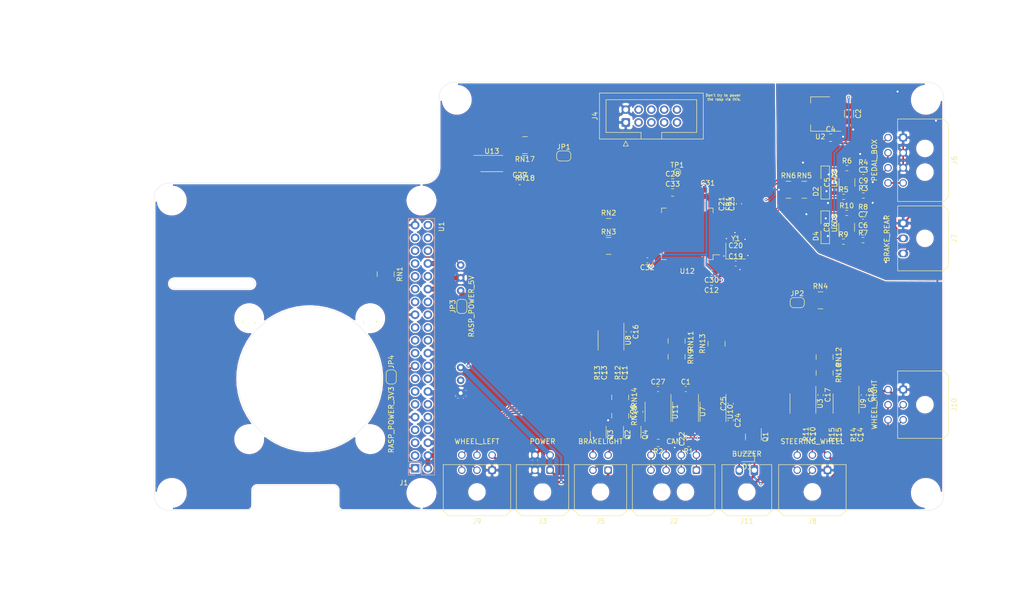
<source format=kicad_pcb>
(kicad_pcb (version 20171130) (host pcbnew 5.1.10)
  (title_block (title DAS+ECU) (date 2022-01-05) (rev v1) (company "E-Agle TRT"))
  (layers (0 F.Cu signal) (31 B.Cu signal) (34 B.Paste user) (35 F.Paste user) (36 B.SilkS user hide) (37 F.SilkS user hide) (38 B.Mask user) (39 F.Mask user) (44 Edge.Cuts user))
  (net 0 "")
  (net 1 GND)
  (net 2 +5V)
  (net 3 GND1)
  (net 4 +12V)
  (net 5 "Net-(C3-Pad1)")
  (net 6 /Pedals_SET/5V_SENSORS)
  (net 7 "Net-(C6-Pad1)")
  (net 8 "Net-(C7-Pad1)")
  (net 9 "Net-(C9-Pad1)")
  (net 10 "Net-(C10-Pad2)")
  (net 11 /Encoders/SW_DATA-)
  (net 12 "Net-(C11-Pad2)")
  (net 13 /Encoders/WL_A-)
  (net 14 "Net-(C13-Pad2)")
  (net 15 /Encoders/WL_B-)
  (net 16 "Net-(C14-Pad2)")
  (net 17 /Encoders/WR_A-)
  (net 18 "Net-(C15-Pad2)")
  (net 19 /Encoders/WR_B-)
  (net 20 "Net-(C19-Pad1)")
  (net 21 "Net-(C20-Pad1)")
  (net 22 /Brain_Rasp/3V3_FT)
  (net 23 +3V3)
  (net 24 "Net-(D1-Pad2)")
  (net 25 /Pedals_SET/ACC_1_BUF)
  (net 26 /Pedals_SET/ACC_2_BUF)
  (net 27 /Pedals_SET/BRAKE_F_BUF)
  (net 28 /Pedals_SET/BRAKE_R_BUF)
  (net 29 "Net-(J1-Pad40)")
  (net 30 "Net-(J1-Pad38)")
  (net 31 /Brain_Rasp/CANTX_NVIDIA)
  (net 32 /Brain_Rasp/RASP_CTS)
  (net 33 "Net-(J1-Pad33)")
  (net 34 "Net-(J1-Pad37)")
  (net 35 "Net-(J1-Pad35)")
  (net 36 /Brain_Rasp/CANRX_NVIDIA)
  (net 37 "Net-(J1-Pad26)")
  (net 38 /Brain_Rasp/MCU_SPI_CS)
  (net 39 /Brain_Rasp/RASP_SPI_CLK)
  (net 40 /Brain_Rasp/RASP_SPI_MISO)
  (net 41 "Net-(J1-Pad22)")
  (net 42 /Brain_Rasp/RASP_SPI_MOSI)
  (net 43 "Net-(J1-Pad18)")
  (net 44 "Net-(J1-Pad32)")
  (net 45 "Net-(J1-Pad28)")
  (net 46 "Net-(J1-Pad27)")
  (net 47 "Net-(J1-Pad12)")
  (net 48 "Net-(J1-Pad16)")
  (net 49 "Net-(J1-Pad7)")
  (net 50 "Net-(J1-Pad3)")
  (net 51 "Net-(J1-Pad5)")
  (net 52 "Net-(J1-Pad15)")
  (net 53 /Brain_Rasp/RASP_RX)
  (net 54 /Brain_Rasp/RASP_RTS)
  (net 55 "Net-(J1-Pad13)")
  (net 56 /Brain_Rasp/RASP_TX)
  (net 57 /CAN2_N)
  (net 58 /CAN2_P)
  (net 59 /CAN1_N)
  (net 60 /CAN1_P)
  (net 61 /MCU_RX)
  (net 62 /5V_PROG)
  (net 63 /MCU_GPIO)
  (net 64 /~RST~)
  (net 65 /MCU_TX)
  (net 66 /SWDIO)
  (net 67 /SWCLK)
  (net 68 /BRAKELIGHT_CH3)
  (net 69 /BRAKELIGHT_CH2)
  (net 70 /BRAKELIGHT_CH1)
  (net 71 /Pedals_SET/BRAKE_SF)
  (net 72 /Pedals_SET/ACC_S2)
  (net 73 /Pedals_SET/ACC_S1)
  (net 74 /Pedals_SET/BRAKE_SR)
  (net 75 /Encoders/SW_DATA+)
  (net 76 /Encoders/SW_CLK-)
  (net 77 /Encoders/SW_CLK+)
  (net 78 /Encoders/WL_A+)
  (net 79 /Encoders/WL_B+)
  (net 80 /Encoders/WR_A+)
  (net 81 /Encoders/WR_B+)
  (net 82 "Net-(JP1-Pad2)")
  (net 83 /Brain_Rasp/SPI2_SCK)
  (net 84 /Brain_Rasp/BOOT0)
  (net 85 /Brain_Rasp/BUZZER_1)
  (net 86 "Net-(R5-Pad2)")
  (net 87 "Net-(R6-Pad2)")
  (net 88 "Net-(R9-Pad2)")
  (net 89 "Net-(R10-Pad2)")
  (net 90 "Net-(RN1-Pad5)")
  (net 91 "Net-(RN1-Pad6)")
  (net 92 "Net-(RN1-Pad4)")
  (net 93 "Net-(RN1-Pad2)")
  (net 94 "Net-(RN1-Pad3)")
  (net 95 "Net-(RN1-Pad1)")
  (net 96 /Brain_Rasp/MCU_TX)
  (net 97 /Brain_Rasp/MCU_RX)
  (net 98 /Brain_Rasp/MCU_RTS)
  (net 99 /Brain_Rasp/MCU_CTS)
  (net 100 /Brain_Rasp/MCU_SPI_MISO)
  (net 101 /Brain_Rasp/MCU_SPI_MOSI)
  (net 102 /Brain_Rasp/BUZZER)
  (net 103 /Brain_Rasp/MCU_SPI_CLK)
  (net 104 "Net-(RN4-Pad8)")
  (net 105 "Net-(RN4-Pad1)")
  (net 106 /Brain_Rasp/ACCS_CH1)
  (net 107 /Pedals_SET/BRAKE_F)
  (net 108 /Brain_Rasp/ACCS_CH2)
  (net 109 /Brain_Rasp/BRAKE_PRESSURE_FRONT)
  (net 110 /Encoders/WR_B_5)
  (net 111 /Encoders/WL_B_5)
  (net 112 /Encoders/WR_A_5)
  (net 113 /Encoders/WL_A_5)
  (net 114 /Encoders/SW_DATA_5)
  (net 115 /Encoders/SW_CLK_5)
  (net 116 "Net-(RN9-Pad5)")
  (net 117 "Net-(RN9-Pad6)")
  (net 118 "Net-(RN9-Pad4)")
  (net 119 /Brain_Rasp/SW_DATA)
  (net 120 "Net-(RN9-Pad3)")
  (net 121 /Brain_Rasp/SW_CLK)
  (net 122 /Brain_Rasp/WL_A)
  (net 123 /Brain_Rasp/WR_A)
  (net 124 /Brain_Rasp/WL_B)
  (net 125 /Brain_Rasp/WR_B)
  (net 126 "Net-(RN11-Pad5)")
  (net 127 "Net-(RN11-Pad6)")
  (net 128 "Net-(RN13-Pad5)")
  (net 129 /Brain_Rasp/CAN2_TX)
  (net 130 /Brain_Rasp/CAN1_TX)
  (net 131 /Brain_Rasp/CAN1_RX)
  (net 132 /Brain_Rasp/CAN2_RX)
  (net 133 "Net-(RN13-Pad2)")
  (net 134 "Net-(RN13-Pad3)")
  (net 135 "Net-(RN13-Pad1)")
  (net 136 "Net-(RN14-Pad5)")
  (net 137 "Net-(RN14-Pad4)")
  (net 138 /BL_CH2)
  (net 139 /BL_CH3)
  (net 140 /BL_CH1)
  (net 141 "Net-(RN16-Pad4)")
  (net 142 /Brain_Rasp/~CS_EEPROM~)
  (net 143 /Brain_Rasp/~W~)
  (net 144 /Brain_Rasp/~HOLD~)
  (net 145 "Net-(RN18-Pad5)")
  (net 146 /Brain_Rasp/SPI2_SCK_1)
  (net 147 /Brain_Rasp/SPI2_MOSI_1)
  (net 148 /Brain_Rasp/SPI2_MISO_1)
  (net 149 "Net-(RN18-Pad4)")
  (net 150 /Brain_Rasp/SPI2_MISO)
  (net 151 /Brain_Rasp/SPI2_MOSI)
  (net 152 "Net-(U12-Pad59)")
  (net 153 "Net-(U12-Pad56)")
  (net 154 "Net-(U12-Pad54)")
  (net 155 "Net-(U12-Pad53)")
  (net 156 "Net-(U12-Pad41)")
  (net 157 "Net-(U12-Pad40)")
  (net 158 "Net-(U12-Pad33)")
  (net 159 "Net-(U12-Pad29)")
  (net 160 "Net-(U12-Pad28)")
  (net 161 "Net-(U12-Pad27)")
  (net 162 "Net-(U12-Pad26)")
  (net 163 "Net-(U12-Pad25)")
  (net 164 "Net-(U12-Pad24)")
  (net 165 "Net-(U12-Pad4)")
  (net 166 "Net-(U12-Pad3)")
  (net 167 "Net-(U12-Pad2)")
  (net 168 "Net-(J1-Pad1)")
  (net 169 "Net-(J1-Pad2)")
  (net 170 /Brain_Rasp/VCAP_1)
  (net 171 /BL_CH2_G)
  (net 172 /BL_CH3_G)
  (net 173 /BL_CH1_G)
  (module Package_SO:SOIC-8_3.9x4.9mm_P1.27mm (layer F.Cu) (at 214.125 114.785 270)
    (fp_text reference U3 (at 0 -3.4 90) (layer F.SilkS))
    (fp_text value MAX490E)
    (pad 8 smd roundrect (at 2.475 -1.905 270) (size 1.95 0.6) (layers F.Cu F.Paste F.Mask) (net 75 /Encoders/SW_DATA+))
    (pad 7 smd roundrect (at 2.475 -0.635 270) (size 1.95 0.6) (layers F.Cu F.Paste F.Mask) (net 11 /Encoders/SW_DATA-))
    (pad 6 smd roundrect (at 2.475 0.635 270) (size 1.95 0.6) (layers F.Cu F.Paste F.Mask) (net 76 /Encoders/SW_CLK-))
    (pad 5 smd roundrect (at 2.475 1.905 270) (size 1.95 0.6) (layers F.Cu F.Paste F.Mask) (net 77 /Encoders/SW_CLK+))
    (pad 4 smd roundrect (at -2.475 1.905 270) (size 1.95 0.6) (layers F.Cu F.Paste F.Mask) (net 1 GND))
    (pad 3 smd roundrect (at -2.475 0.635 270) (size 1.95 0.6) (layers F.Cu F.Paste F.Mask) (net 115 /Encoders/SW_CLK_5))
    (pad 2 smd roundrect (at -2.475 -0.635 270) (size 1.95 0.6) (layers F.Cu F.Paste F.Mask) (net 114 /Encoders/SW_DATA_5))
    (pad 1 smd roundrect (at -2.475 -1.905 270) (size 1.95 0.6) (layers F.Cu F.Paste F.Mask) (net 2 +5V))
  )
  (module Diode_SMD:D_SOD-323 (layer F.Cu) (at 203.05 125.45 180)
    (fp_text reference D1 (at 0 -1.85) (layer F.SilkS))
    (fp_text value 1N4148W)
    (pad 2 smd rect (at 1.05 0 180) (size 0.6 0.45) (layers F.Cu F.Paste F.Mask) (net 24 "Net-(D1-Pad2)"))
    (pad 1 smd rect (at -1.05 0 180) (size 0.6 0.45) (layers F.Cu F.Paste F.Mask) (net 4 +12V))
  )
  (module Capacitor_SMD:C_0805_2012Metric (layer F.Cu) (at 188.3 72.9)
    (fp_text reference C33 (at 0 -1.68) (layer F.SilkS))
    (fp_text value 1uF)
    (pad 2 smd roundrect (at 0.95 0) (size 1 1.45) (layers F.Cu F.Paste F.Mask) (net 170 /Brain_Rasp/VCAP_1))
    (pad 1 smd roundrect (at -0.95 0) (size 1 1.45) (layers F.Cu F.Paste F.Mask) (net 1 GND))
  )
  (module Eagle_Main:MountingHole_2.75_6.1Free (layer F.Cu) (at 104.34 97.84)
    (fp_text reference H11 (at 0 0.5) (layer F.SilkS))
    (fp_text value MountingHole)
    (pad "" np_thru_hole circle (at 0 0) (size 2.75 2.75) (drill 2.75) (layers *.Cu *.Mask) (clearance 1.6))
  )
  (module Eagle_Main:MountingHole_2.75_6.1Free (layer F.Cu) (at 128.34 97.84)
    (fp_text reference H10 (at 0 0.5) (layer F.SilkS))
    (fp_text value MountingHole)
    (pad "" np_thru_hole circle (at 0 0) (size 2.75 2.75) (drill 2.75) (layers *.Cu *.Mask) (clearance 1.6))
  )
  (module Eagle_Main:MountingHole_2.75_6.1Free (layer F.Cu) (at 104.34 121.84)
    (fp_text reference H9 (at 0 0.5) (layer F.SilkS))
    (fp_text value MountingHole)
    (pad "" np_thru_hole circle (at 0 0) (size 2.75 2.75) (drill 2.75) (layers *.Cu *.Mask) (clearance 1.6))
  )
  (module Eagle_Main:MountingHole_2.75_6.1Free (layer F.Cu) (at 128.34 121.84)
    (fp_text reference H8 (at 0 0.5) (layer F.SilkS))
    (fp_text value MountingHole)
    (pad "" np_thru_hole circle (at 0 0) (size 2.75 2.75) (drill 2.75) (layers *.Cu *.Mask) (clearance 1.6))
  )
  (module Jumper:SolderJumper-2_P1.3mm_Open_RoundedPad1.0x1.5mm (layer F.Cu) (at 132.5 109.5 90)
    (fp_text reference JP4 (at 3 0 90) (layer F.SilkS))
    (fp_text value RASP_POWER_3V3 (at -8.5 0 90) (layer F.SilkS))
    (pad 2 smd custom (at 0.65 0 90) (size 1 0.5) (layers F.Cu F.Mask) (net 23 +3V3) (options (clearance outline) (anchor rect)) (primitives (gr_circle (center 0 0.25) (end 0.5 0.25) (width 0)) (gr_circle (center 0 -0.25) (end 0.5 -0.25) (width 0)) (gr_poly (pts (xy 0 -0.75) (xy -0.5 -0.75) (xy -0.5 0.75) (xy 0 0.75)) (width 0))))
    (pad 1 smd custom (at -0.65 0 90) (size 1 0.5) (layers F.Cu F.Mask) (net 168 "Net-(J1-Pad1)") (options (clearance outline) (anchor rect)) (primitives (gr_circle (center 0 0.25) (end 0.5 0.25) (width 0)) (gr_circle (center 0 -0.25) (end 0.5 -0.25) (width 0)) (gr_poly (pts (xy 0 -0.75) (xy 0.5 -0.75) (xy 0.5 0.75) (xy 0 0.75)) (width 0))))
  )
  (module Jumper:SolderJumper-2_P1.3mm_Open_RoundedPad1.0x1.5mm (layer F.Cu) (at 146.5 95.5 90)
    (fp_text reference JP3 (at 0 -1.8 90) (layer F.SilkS))
    (fp_text value RASP_POWER_5V (at 0 1.9 90) (layer F.SilkS))
    (pad 2 smd custom (at 0.65 0 90) (size 1 0.5) (layers F.Cu F.Mask) (net 2 +5V) (options (clearance outline) (anchor rect)) (primitives (gr_circle (center 0 0.25) (end 0.5 0.25) (width 0)) (gr_circle (center 0 -0.25) (end 0.5 -0.25) (width 0)) (gr_poly (pts (xy 0 -0.75) (xy -0.5 -0.75) (xy -0.5 0.75) (xy 0 0.75)) (width 0))))
    (pad 1 smd custom (at -0.65 0 90) (size 1 0.5) (layers F.Cu F.Mask) (net 169 "Net-(J1-Pad2)") (options (clearance outline) (anchor rect)) (primitives (gr_circle (center 0 0.25) (end 0.5 0.25) (width 0)) (gr_circle (center 0 -0.25) (end 0.5 -0.25) (width 0)) (gr_poly (pts (xy 0 -0.75) (xy 0.5 -0.75) (xy 0.5 0.75) (xy 0 0.75)) (width 0))))
  )
  (module Eagle_Main:MountingHole_2.75_6.1Free (layer F.Cu) (at 138.5 132.5)
    (fp_text reference H7 (at 0 0.5) (layer F.SilkS))
    (fp_text value MountingHole)
    (pad "" np_thru_hole circle (at 0 0) (size 2.75 2.75) (drill 2.75) (layers *.Cu *.Mask) (clearance 1.6))
  )
  (module Eagle_Main:MountingHole_2.75_6.1Free (layer F.Cu) (at 145.5 54.5)
    (fp_text reference H6 (at 0 0.5) (layer F.SilkS))
    (fp_text value MountingHole)
    (pad "" np_thru_hole circle (at 0 0) (size 2.75 2.75) (drill 2.75) (layers *.Cu *.Mask) (clearance 1.6))
  )
  (module Eagle_Main:MountingHole_2.75_6.1Free (layer F.Cu) (at 138.5 74.5)
    (fp_text reference H5 (at 0 0.5) (layer F.SilkS))
    (fp_text value MountingHole)
    (pad "" np_thru_hole circle (at 0 0) (size 2.75 2.75) (drill 2.75) (layers *.Cu *.Mask) (clearance 1.6))
  )
  (module Eagle_Main:MountingHole_2.75_6.1Free (layer F.Cu) (at 238.5 132.5)
    (fp_text reference H4 (at 0 0.5) (layer F.SilkS))
    (fp_text value MountingHole)
    (pad "" np_thru_hole circle (at 0 0) (size 2.75 2.75) (drill 2.75) (layers *.Cu *.Mask) (clearance 1.6))
  )
  (module Eagle_Main:MountingHole_2.75_6.1Free (layer F.Cu) (at 89 74.5)
    (fp_text reference H3 (at 0 0.5) (layer F.SilkS))
    (fp_text value MountingHole)
    (pad "" np_thru_hole circle (at 0 0) (size 2.75 2.75) (drill 2.75) (layers *.Cu *.Mask) (clearance 1.6))
  )
  (module Eagle_Main:MountingHole_2.75_6.1Free (layer F.Cu) (at 238.5 54.5)
    (fp_text reference H2 (at 0 0.5) (layer F.SilkS))
    (fp_text value MountingHole)
    (pad "" np_thru_hole circle (at 0 0) (size 2.75 2.75) (drill 2.75) (layers *.Cu *.Mask) (clearance 1.6))
  )
  (module Eagle_Main:MountingHole_2.75_6.1Free (layer F.Cu) (at 89 132.5)
    (fp_text reference H1 (at 0 0.5) (layer F.SilkS))
    (fp_text value MountingHole)
    (pad "" np_thru_hole circle (at 0 0) (size 2.75 2.75) (drill 2.75) (layers *.Cu *.Mask) (clearance 1.6))
  )
  (module Connector_Molex:Molex_Micro-Fit_3.0_43045-0400_2x02_P3.00mm_Horizontal (layer F.Cu) (at 164 128 180)
    (fp_text reference J3 (at 1.5 -10.12) (layer F.SilkS))
    (fp_text value POWER (at 1.5 5.7) (layer F.SilkS))
    (pad 4 thru_hole circle (at 3 3 180) (size 1.5 1.5) (drill 1.02) (layers *.Cu *.Mask) (net 1 GND))
    (pad 3 thru_hole circle (at 0 3 180) (size 1.5 1.5) (drill 1.02) (layers *.Cu *.Mask) (net 4 +12V))
    (pad 2 thru_hole circle (at 3 0 180) (size 1.5 1.5) (drill 1.02) (layers *.Cu *.Mask) (net 1 GND))
    (pad 1 thru_hole roundrect (at 0 0 180) (size 1.5 1.5) (drill 1.02) (layers *.Cu *.Mask) (roundrect_rratio 0.166667) (net 4 +12V))
    (pad "" np_thru_hole circle (at 1.5 -4.32 180) (size 3 3) (drill 3) (layers *.Cu *.Mask))
  )
  (module Eagle_Main:Tex_DCDC_horizontal (layer F.Cu) (at 146.275 100 270)
    (fp_text reference U1 (at -20.32 3.81 90) (layer F.SilkS))
    (fp_text value Tex_DCDC)
    (pad 1 thru_hole circle (at -12.7 0 270) (size 1.524 1.524) (drill 0.762) (layers *.Cu *.Mask) (net 23 +3V3))
    (pad 2 thru_hole circle (at -10.16 0 270) (size 1.524 1.524) (drill 0.762) (layers *.Cu *.Mask) (net 1 GND))
    (pad 3 thru_hole circle (at -7.62 0 270) (size 1.524 1.524) (drill 0.762) (layers *.Cu *.Mask) (net 2 +5V))
    (pad 4 thru_hole circle (at 7.62 0 270) (size 1.524 1.524) (drill 0.762) (layers *.Cu *.Mask) (net 4 +12V))
    (pad 5 thru_hole circle (at 10.16 0 270) (size 1.524 1.524) (drill 0.762) (layers *.Cu *.Mask) (net 62 /5V_PROG))
    (pad 6 thru_hole circle (at 12.7 0 270) (size 1.524 1.524) (drill 0.762) (layers *.Cu *.Mask) (net 1 GND))
  )
  (module Capacitor_SMD:C_0603_1608Metric (layer F.Cu) (at 183.275 86.35 180)
    (fp_text reference C32 (at 0 -1.43) (layer F.SilkS))
    (fp_text value 100nF)
    (pad 2 smd roundrect (at 0.775 0 180) (size 0.9 0.95) (layers F.Cu F.Paste F.Mask) (net 1 GND))
    (pad 1 smd roundrect (at -0.775 0 180) (size 0.9 0.95) (layers F.Cu F.Paste F.Mask) (net 23 +3V3))
  )
  (module Capacitor_SMD:C_0603_1608Metric (layer F.Cu) (at 195.25 72.45)
    (fp_text reference C31 (at 0 -1.43) (layer F.SilkS))
    (fp_text value 100nF)
    (pad 2 smd roundrect (at 0.775 0) (size 0.9 0.95) (layers F.Cu F.Paste F.Mask) (net 1 GND))
    (pad 1 smd roundrect (at -0.775 0) (size 0.9 0.95) (layers F.Cu F.Paste F.Mask) (net 23 +3V3))
  )
  (module Capacitor_SMD:C_0603_1608Metric (layer F.Cu) (at 196 88.85 180)
    (fp_text reference C30 (at 0 -1.43) (layer F.SilkS))
    (fp_text value 100nF)
    (pad 2 smd roundrect (at 0.775 0 180) (size 0.9 0.95) (layers F.Cu F.Paste F.Mask) (net 1 GND))
    (pad 1 smd roundrect (at -0.775 0 180) (size 0.9 0.95) (layers F.Cu F.Paste F.Mask) (net 23 +3V3))
  )
  (module Capacitor_SMD:C_0805_2012Metric (layer F.Cu) (at 196 90.6 180)
    (fp_text reference C12 (at 0 -1.68) (layer F.SilkS))
    (fp_text value 4.7uF)
    (pad 2 smd roundrect (at 0.95 0 180) (size 1 1.45) (layers F.Cu F.Paste F.Mask) (net 1 GND))
    (pad 1 smd roundrect (at -0.95 0 180) (size 1 1.45) (layers F.Cu F.Paste F.Mask) (net 23 +3V3))
  )
  (module Eagle_Main:raspberrypi_hat_template (layer B.Cu) (at 137.23 127.64)
    (fp_text reference J1 (at -2.23 2.86 180) (layer F.SilkS))
    (fp_text value Raspberry_Pi_2_3)
    (pad 40 thru_hole oval (at 2.54 -48.27) (size 1.7 1.7) (drill 1) (layers *.Cu *.Mask) (net 29 "Net-(J1-Pad40)"))
    (pad 38 thru_hole oval (at 2.54 -45.73) (size 1.7 1.7) (drill 1) (layers *.Cu *.Mask) (net 30 "Net-(J1-Pad38)"))
    (pad 31 thru_hole oval (at 0 -38.11) (size 1.7 1.7) (drill 1) (layers *.Cu *.Mask) (net 31 /Brain_Rasp/CANTX_NVIDIA))
    (pad 36 thru_hole oval (at 2.54 -43.19) (size 1.7 1.7) (drill 1) (layers *.Cu *.Mask) (net 32 /Brain_Rasp/RASP_CTS))
    (pad 33 thru_hole oval (at 0 -40.65) (size 1.7 1.7) (drill 1) (layers *.Cu *.Mask) (net 33 "Net-(J1-Pad33)"))
    (pad 37 thru_hole oval (at 0 -45.73) (size 1.7 1.7) (drill 1) (layers *.Cu *.Mask) (net 34 "Net-(J1-Pad37)"))
    (pad 35 thru_hole oval (at 0 -43.19) (size 1.7 1.7) (drill 1) (layers *.Cu *.Mask) (net 35 "Net-(J1-Pad35)"))
    (pad 29 thru_hole oval (at 0 -35.57) (size 1.7 1.7) (drill 1) (layers *.Cu *.Mask) (net 36 /Brain_Rasp/CANRX_NVIDIA))
    (pad 26 thru_hole oval (at 2.54 -30.49) (size 1.7 1.7) (drill 1) (layers *.Cu *.Mask) (net 37 "Net-(J1-Pad26)"))
    (pad 25 thru_hole oval (at 0 -30.49) (size 1.7 1.7) (drill 1) (layers *.Cu *.Mask) (net 1 GND))
    (pad 24 thru_hole oval (at 2.54 -27.95) (size 1.7 1.7) (drill 1) (layers *.Cu *.Mask) (net 38 /Brain_Rasp/MCU_SPI_CS))
    (pad 23 thru_hole oval (at 0 -27.95) (size 1.7 1.7) (drill 1) (layers *.Cu *.Mask) (net 39 /Brain_Rasp/RASP_SPI_CLK))
    (pad 21 thru_hole oval (at 0 -25.41) (size 1.7 1.7) (drill 1) (layers *.Cu *.Mask) (net 40 /Brain_Rasp/RASP_SPI_MISO))
    (pad 22 thru_hole oval (at 2.54 -25.41) (size 1.7 1.7) (drill 1) (layers *.Cu *.Mask) (net 41 "Net-(J1-Pad22)"))
    (pad 20 thru_hole oval (at 2.54 -22.87) (size 1.7 1.7) (drill 1) (layers *.Cu *.Mask) (net 1 GND))
    (pad 34 thru_hole oval (at 2.54 -40.65) (size 1.7 1.7) (drill 1) (layers *.Cu *.Mask) (net 1 GND))
    (pad 19 thru_hole oval (at 0 -22.87) (size 1.7 1.7) (drill 1) (layers *.Cu *.Mask) (net 42 /Brain_Rasp/RASP_SPI_MOSI))
    (pad 18 thru_hole oval (at 2.54 -20.33) (size 1.7 1.7) (drill 1) (layers *.Cu *.Mask) (net 43 "Net-(J1-Pad18)"))
    (pad 39 thru_hole oval (at 0 -48.27) (size 1.7 1.7) (drill 1) (layers *.Cu *.Mask) (net 1 GND))
    (pad 32 thru_hole oval (at 2.54 -38.11) (size 1.7 1.7) (drill 1) (layers *.Cu *.Mask) (net 44 "Net-(J1-Pad32)"))
    (pad 28 thru_hole oval (at 2.54 -33.03) (size 1.7 1.7) (drill 1) (layers *.Cu *.Mask) (net 45 "Net-(J1-Pad28)"))
    (pad 27 thru_hole oval (at 0 -33.03) (size 1.7 1.7) (drill 1) (layers *.Cu *.Mask) (net 46 "Net-(J1-Pad27)"))
    (pad 30 thru_hole oval (at 2.54 -35.57) (size 1.7 1.7) (drill 1) (layers *.Cu *.Mask) (net 1 GND))
    (pad 12 thru_hole oval (at 2.54 -12.71) (size 1.7 1.7) (drill 1) (layers *.Cu *.Mask) (net 47 "Net-(J1-Pad12)"))
    (pad 6 thru_hole oval (at 2.54 -5.09) (size 1.7 1.7) (drill 1) (layers *.Cu *.Mask) (net 1 GND))
    (pad 16 thru_hole oval (at 2.54 -17.79) (size 1.7 1.7) (drill 1) (layers *.Cu *.Mask) (net 48 "Net-(J1-Pad16)"))
    (pad 9 thru_hole oval (at 0 -10.17) (size 1.7 1.7) (drill 1) (layers *.Cu *.Mask) (net 1 GND))
    (pad 7 thru_hole oval (at 0 -7.63) (size 1.7 1.7) (drill 1) (layers *.Cu *.Mask) (net 49 "Net-(J1-Pad7)"))
    (pad 3 thru_hole oval (at 0 -2.55) (size 1.7 1.7) (drill 1) (layers *.Cu *.Mask) (net 50 "Net-(J1-Pad3)"))
    (pad 1 thru_hole rect (at 0 -0.01) (size 1.7 1.7) (drill 1) (layers *.Cu *.Mask) (net 168 "Net-(J1-Pad1)"))
    (pad 4 thru_hole oval (at 2.54 -2.55) (size 1.7 1.7) (drill 1) (layers *.Cu *.Mask) (net 169 "Net-(J1-Pad2)"))
    (pad 5 thru_hole oval (at 0 -5.09) (size 1.7 1.7) (drill 1) (layers *.Cu *.Mask) (net 51 "Net-(J1-Pad5)"))
    (pad 2 thru_hole oval (at 2.54 -0.01) (size 1.7 1.7) (drill 1) (layers *.Cu *.Mask) (net 169 "Net-(J1-Pad2)"))
    (pad 17 thru_hole oval (at 0 -20.33) (size 1.7 1.7) (drill 1) (layers *.Cu *.Mask) (net 168 "Net-(J1-Pad1)"))
    (pad 15 thru_hole oval (at 0 -17.79) (size 1.7 1.7) (drill 1) (layers *.Cu *.Mask) (net 52 "Net-(J1-Pad15)"))
    (pad 10 thru_hole oval (at 2.54 -10.17) (size 1.7 1.7) (drill 1) (layers *.Cu *.Mask) (net 53 /Brain_Rasp/RASP_RX))
    (pad 11 thru_hole oval (at 0 -12.71) (size 1.7 1.7) (drill 1) (layers *.Cu *.Mask) (net 54 /Brain_Rasp/RASP_RTS))
    (pad 13 thru_hole oval (at 0 -15.25) (size 1.7 1.7) (drill 1) (layers *.Cu *.Mask) (net 55 "Net-(J1-Pad13)"))
    (pad 14 thru_hole oval (at 2.54 -15.25) (size 1.7 1.7) (drill 1) (layers *.Cu *.Mask) (net 1 GND))
    (pad 8 thru_hole oval (at 2.54 -7.63) (size 1.7 1.7) (drill 1) (layers *.Cu *.Mask) (net 56 /Brain_Rasp/RASP_TX))
  )
  (module Crystal:Crystal_SMD_EuroQuartz_MT-4Pin_3.2x2.5mm (layer F.Cu) (at 200.8 84.5)
    (fp_text reference Y1 (at 0 -2.45) (layer F.SilkS))
    (fp_text value "ECS-160-18-33 16Mhz")
    (pad 4 smd rect (at -1.1 -0.9) (size 1.3 1) (layers F.Cu F.Paste F.Mask) (net 1 GND))
    (pad 3 smd rect (at 1.1 -0.9) (size 1.3 1) (layers F.Cu F.Paste F.Mask) (net 21 "Net-(C20-Pad1)"))
    (pad 2 smd rect (at 1.1 0.9) (size 1.3 1) (layers F.Cu F.Paste F.Mask) (net 1 GND))
    (pad 1 smd rect (at -1.1 0.9) (size 1.3 1) (layers F.Cu F.Paste F.Mask) (net 20 "Net-(C19-Pad1)"))
  )
  (module Package_SO:TSSOP-8_4.4x3mm_P0.65mm (layer F.Cu) (at 152.45 67.15)
    (fp_text reference U13 (at 0 -2.45) (layer F.SilkS))
    (fp_text value M95256-WMN6P)
    (pad 8 smd roundrect (at 2.8625 -0.975) (size 1.475 0.4) (layers F.Cu F.Paste F.Mask) (net 23 +3V3))
    (pad 7 smd roundrect (at 2.8625 -0.325) (size 1.475 0.4) (layers F.Cu F.Paste F.Mask) (net 144 /Brain_Rasp/~HOLD~))
    (pad 6 smd roundrect (at 2.8625 0.325) (size 1.475 0.4) (layers F.Cu F.Paste F.Mask) (net 146 /Brain_Rasp/SPI2_SCK_1))
    (pad 5 smd roundrect (at 2.8625 0.975) (size 1.475 0.4) (layers F.Cu F.Paste F.Mask) (net 147 /Brain_Rasp/SPI2_MOSI_1))
    (pad 4 smd roundrect (at -2.8625 0.975) (size 1.475 0.4) (layers F.Cu F.Paste F.Mask) (net 1 GND))
    (pad 3 smd roundrect (at -2.8625 0.325) (size 1.475 0.4) (layers F.Cu F.Paste F.Mask) (net 143 /Brain_Rasp/~W~))
    (pad 2 smd roundrect (at -2.8625 -0.325) (size 1.475 0.4) (layers F.Cu F.Paste F.Mask) (net 148 /Brain_Rasp/SPI2_MISO_1))
    (pad 1 smd roundrect (at -2.8625 -0.975) (size 1.475 0.4) (layers F.Cu F.Paste F.Mask) (net 142 /Brain_Rasp/~CS_EEPROM~))
  )
  (module Package_QFP:LQFP-64_10x10mm_P0.5mm (layer F.Cu) (at 191.2 81.1 180)
    (fp_text reference U12 (at 0 -7.4) (layer F.SilkS))
    (fp_text value STM32F446RETx)
    (pad 64 smd roundrect (at -3.75 -5.675 180) (size 0.3 1.55) (layers F.Cu F.Paste F.Mask) (net 23 +3V3))
    (pad 63 smd roundrect (at -3.25 -5.675 180) (size 0.3 1.55) (layers F.Cu F.Paste F.Mask) (net 1 GND))
    (pad 62 smd roundrect (at -2.75 -5.675 180) (size 0.3 1.55) (layers F.Cu F.Paste F.Mask) (net 130 /Brain_Rasp/CAN1_TX))
    (pad 61 smd roundrect (at -2.25 -5.675 180) (size 0.3 1.55) (layers F.Cu F.Paste F.Mask) (net 131 /Brain_Rasp/CAN1_RX))
    (pad 60 smd roundrect (at -1.75 -5.675 180) (size 0.3 1.55) (layers F.Cu F.Paste F.Mask) (net 84 /Brain_Rasp/BOOT0))
    (pad 59 smd roundrect (at -1.25 -5.675 180) (size 0.3 1.55) (layers F.Cu F.Paste F.Mask) (net 152 "Net-(U12-Pad59)"))
    (pad 58 smd roundrect (at -0.75 -5.675 180) (size 0.3 1.55) (layers F.Cu F.Paste F.Mask) (net 129 /Brain_Rasp/CAN2_TX))
    (pad 57 smd roundrect (at -0.25 -5.675 180) (size 0.3 1.55) (layers F.Cu F.Paste F.Mask) (net 132 /Brain_Rasp/CAN2_RX))
    (pad 56 smd roundrect (at 0.25 -5.675 180) (size 0.3 1.55) (layers F.Cu F.Paste F.Mask) (net 153 "Net-(U12-Pad56)"))
    (pad 55 smd roundrect (at 0.75 -5.675 180) (size 0.3 1.55) (layers F.Cu F.Paste F.Mask) (net 124 /Brain_Rasp/WL_B))
    (pad 54 smd roundrect (at 1.25 -5.675 180) (size 0.3 1.55) (layers F.Cu F.Paste F.Mask) (net 154 "Net-(U12-Pad54)"))
    (pad 53 smd roundrect (at 1.75 -5.675 180) (size 0.3 1.55) (layers F.Cu F.Paste F.Mask) (net 155 "Net-(U12-Pad53)"))
    (pad 52 smd roundrect (at 2.25 -5.675 180) (size 0.3 1.55) (layers F.Cu F.Paste F.Mask) (net 119 /Brain_Rasp/SW_DATA))
    (pad 51 smd roundrect (at 2.75 -5.675 180) (size 0.3 1.55) (layers F.Cu F.Paste F.Mask) (net 121 /Brain_Rasp/SW_CLK))
    (pad 50 smd roundrect (at 3.25 -5.675 180) (size 0.3 1.55) (layers F.Cu F.Paste F.Mask) (net 122 /Brain_Rasp/WL_A))
    (pad 49 smd roundrect (at 3.75 -5.675 180) (size 0.3 1.55) (layers F.Cu F.Paste F.Mask) (net 67 /SWCLK))
    (pad 48 smd roundrect (at 5.675 -3.75 180) (size 1.55 0.3) (layers F.Cu F.Paste F.Mask) (net 23 +3V3))
    (pad 47 smd roundrect (at 5.675 -3.25 180) (size 1.55 0.3) (layers F.Cu F.Paste F.Mask) (net 1 GND))
    (pad 46 smd roundrect (at 5.675 -2.75 180) (size 1.55 0.3) (layers F.Cu F.Paste F.Mask) (net 66 /SWDIO))
    (pad 45 smd roundrect (at 5.675 -2.25 180) (size 1.55 0.3) (layers F.Cu F.Paste F.Mask) (net 98 /Brain_Rasp/MCU_RTS))
    (pad 44 smd roundrect (at 5.675 -1.75 180) (size 1.55 0.3) (layers F.Cu F.Paste F.Mask) (net 99 /Brain_Rasp/MCU_CTS))
    (pad 43 smd roundrect (at 5.675 -1.25 180) (size 1.55 0.3) (layers F.Cu F.Paste F.Mask) (net 97 /Brain_Rasp/MCU_RX))
    (pad 42 smd roundrect (at 5.675 -0.75 180) (size 1.55 0.3) (layers F.Cu F.Paste F.Mask) (net 96 /Brain_Rasp/MCU_TX))
    (pad 41 smd roundrect (at 5.675 -0.25 180) (size 1.55 0.3) (layers F.Cu F.Paste F.Mask) (net 156 "Net-(U12-Pad41)"))
    (pad 40 smd roundrect (at 5.675 0.25 180) (size 1.55 0.3) (layers F.Cu F.Paste F.Mask) (net 157 "Net-(U12-Pad40)"))
    (pad 39 smd roundrect (at 5.675 0.75 180) (size 1.55 0.3) (layers F.Cu F.Paste F.Mask) (net 139 /BL_CH3))
    (pad 38 smd roundrect (at 5.675 1.25 180) (size 1.55 0.3) (layers F.Cu F.Paste F.Mask) (net 138 /BL_CH2))
    (pad 37 smd roundrect (at 5.675 1.75 180) (size 1.55 0.3) (layers F.Cu F.Paste F.Mask) (net 140 /BL_CH1))
    (pad 36 smd roundrect (at 5.675 2.25 180) (size 1.55 0.3) (layers F.Cu F.Paste F.Mask) (net 151 /Brain_Rasp/SPI2_MOSI))
    (pad 35 smd roundrect (at 5.675 2.75 180) (size 1.55 0.3) (layers F.Cu F.Paste F.Mask) (net 150 /Brain_Rasp/SPI2_MISO))
    (pad 34 smd roundrect (at 5.675 3.25 180) (size 1.55 0.3) (layers F.Cu F.Paste F.Mask) (net 83 /Brain_Rasp/SPI2_SCK))
    (pad 33 smd roundrect (at 5.675 3.75 180) (size 1.55 0.3) (layers F.Cu F.Paste F.Mask) (net 158 "Net-(U12-Pad33)"))
    (pad 32 smd roundrect (at 3.75 5.675 180) (size 0.3 1.55) (layers F.Cu F.Paste F.Mask) (net 23 +3V3))
    (pad 31 smd roundrect (at 3.25 5.675 180) (size 0.3 1.55) (layers F.Cu F.Paste F.Mask) (net 1 GND))
    (pad 30 smd roundrect (at 2.75 5.675 180) (size 0.3 1.55) (layers F.Cu F.Paste F.Mask) (net 170 /Brain_Rasp/VCAP_1))
    (pad 29 smd roundrect (at 2.25 5.675 180) (size 0.3 1.55) (layers F.Cu F.Paste F.Mask) (net 159 "Net-(U12-Pad29)"))
    (pad 28 smd roundrect (at 1.75 5.675 180) (size 0.3 1.55) (layers F.Cu F.Paste F.Mask) (net 160 "Net-(U12-Pad28)"))
    (pad 27 smd roundrect (at 1.25 5.675 180) (size 0.3 1.55) (layers F.Cu F.Paste F.Mask) (net 161 "Net-(U12-Pad27)"))
    (pad 26 smd roundrect (at 0.75 5.675 180) (size 0.3 1.55) (layers F.Cu F.Paste F.Mask) (net 162 "Net-(U12-Pad26)"))
    (pad 25 smd roundrect (at 0.25 5.675 180) (size 0.3 1.55) (layers F.Cu F.Paste F.Mask) (net 163 "Net-(U12-Pad25)"))
    (pad 24 smd roundrect (at -0.25 5.675 180) (size 0.3 1.55) (layers F.Cu F.Paste F.Mask) (net 164 "Net-(U12-Pad24)"))
    (pad 23 smd roundrect (at -0.75 5.675 180) (size 0.3 1.55) (layers F.Cu F.Paste F.Mask) (net 101 /Brain_Rasp/MCU_SPI_MOSI))
    (pad 22 smd roundrect (at -1.25 5.675 180) (size 0.3 1.55) (layers F.Cu F.Paste F.Mask) (net 100 /Brain_Rasp/MCU_SPI_MISO))
    (pad 21 smd roundrect (at -1.75 5.675 180) (size 0.3 1.55) (layers F.Cu F.Paste F.Mask) (net 103 /Brain_Rasp/MCU_SPI_CLK))
    (pad 20 smd roundrect (at -2.25 5.675 180) (size 0.3 1.55) (layers F.Cu F.Paste F.Mask) (net 38 /Brain_Rasp/MCU_SPI_CS))
    (pad 19 smd roundrect (at -2.75 5.675 180) (size 0.3 1.55) (layers F.Cu F.Paste F.Mask) (net 23 +3V3))
    (pad 18 smd roundrect (at -3.25 5.675 180) (size 0.3 1.55) (layers F.Cu F.Paste F.Mask) (net 1 GND))
    (pad 17 smd roundrect (at -3.75 5.675 180) (size 0.3 1.55) (layers F.Cu F.Paste F.Mask) (net 61 /MCU_RX))
    (pad 16 smd roundrect (at -5.675 3.75 180) (size 1.55 0.3) (layers F.Cu F.Paste F.Mask) (net 65 /MCU_TX))
    (pad 15 smd roundrect (at -5.675 3.25 180) (size 1.55 0.3) (layers F.Cu F.Paste F.Mask) (net 125 /Brain_Rasp/WR_B))
    (pad 14 smd roundrect (at -5.675 2.75 180) (size 1.55 0.3) (layers F.Cu F.Paste F.Mask) (net 123 /Brain_Rasp/WR_A))
    (pad 13 smd roundrect (at -5.675 2.25 180) (size 1.55 0.3) (layers F.Cu F.Paste F.Mask) (net 22 /Brain_Rasp/3V3_FT))
    (pad 12 smd roundrect (at -5.675 1.75 180) (size 1.55 0.3) (layers F.Cu F.Paste F.Mask) (net 3 GND1))
    (pad 11 smd roundrect (at -5.675 1.25 180) (size 1.55 0.3) (layers F.Cu F.Paste F.Mask) (net 106 /Brain_Rasp/ACCS_CH1))
    (pad 10 smd roundrect (at -5.675 0.75 180) (size 1.55 0.3) (layers F.Cu F.Paste F.Mask) (net 108 /Brain_Rasp/ACCS_CH2))
    (pad 9 smd roundrect (at -5.675 0.25 180) (size 1.55 0.3) (layers F.Cu F.Paste F.Mask) (net 107 /Pedals_SET/BRAKE_F))
    (pad 8 smd roundrect (at -5.675 -0.25 180) (size 1.55 0.3) (layers F.Cu F.Paste F.Mask) (net 109 /Brain_Rasp/BRAKE_PRESSURE_FRONT))
    (pad 7 smd roundrect (at -5.675 -0.75 180) (size 1.55 0.3) (layers F.Cu F.Paste F.Mask) (net 64 /~RST~))
    (pad 6 smd roundrect (at -5.675 -1.25 180) (size 1.55 0.3) (layers F.Cu F.Paste F.Mask) (net 21 "Net-(C20-Pad1)"))
    (pad 5 smd roundrect (at -5.675 -1.75 180) (size 1.55 0.3) (layers F.Cu F.Paste F.Mask) (net 20 "Net-(C19-Pad1)"))
    (pad 4 smd roundrect (at -5.675 -2.25 180) (size 1.55 0.3) (layers F.Cu F.Paste F.Mask) (net 165 "Net-(U12-Pad4)"))
    (pad 3 smd roundrect (at -5.675 -2.75 180) (size 1.55 0.3) (layers F.Cu F.Paste F.Mask) (net 166 "Net-(U12-Pad3)"))
    (pad 2 smd roundrect (at -5.675 -3.25 180) (size 1.55 0.3) (layers F.Cu F.Paste F.Mask) (net 167 "Net-(U12-Pad2)"))
    (pad 1 smd roundrect (at -5.675 -3.75 180) (size 1.55 0.3) (layers F.Cu F.Paste F.Mask) (net 23 +3V3))
  )
  (module Package_SO:SOIC-8_3.9x4.9mm_P1.27mm (layer F.Cu) (at 185.4 116.4 270)
    (fp_text reference U11 (at 0 -3.4 90) (layer F.SilkS))
    (fp_text value MCP2562-E-SN)
    (pad 8 smd roundrect (at 2.475 -1.905 270) (size 1.95 0.6) (layers F.Cu F.Paste F.Mask) (net 1 GND))
    (pad 7 smd roundrect (at 2.475 -0.635 270) (size 1.95 0.6) (layers F.Cu F.Paste F.Mask) (net 58 /CAN2_P))
    (pad 6 smd roundrect (at 2.475 0.635 270) (size 1.95 0.6) (layers F.Cu F.Paste F.Mask) (net 57 /CAN2_N))
    (pad 5 smd roundrect (at 2.475 1.905 270) (size 1.95 0.6) (layers F.Cu F.Paste F.Mask) (net 23 +3V3))
    (pad 4 smd roundrect (at -2.475 1.905 270) (size 1.95 0.6) (layers F.Cu F.Paste F.Mask) (net 128 "Net-(RN13-Pad5)"))
    (pad 3 smd roundrect (at -2.475 0.635 270) (size 1.95 0.6) (layers F.Cu F.Paste F.Mask) (net 2 +5V))
    (pad 2 smd roundrect (at -2.475 -0.635 270) (size 1.95 0.6) (layers F.Cu F.Paste F.Mask) (net 1 GND))
    (pad 1 smd roundrect (at -2.475 -1.905 270) (size 1.95 0.6) (layers F.Cu F.Paste F.Mask) (net 134 "Net-(RN13-Pad3)"))
  )
  (module Package_SO:SOIC-8_3.9x4.9mm_P1.27mm (layer F.Cu) (at 196.3 116.4 270)
    (fp_text reference U10 (at 0 -3.4 90) (layer F.SilkS))
    (fp_text value MCP2562-E-SN)
    (pad 8 smd roundrect (at 2.475 -1.905 270) (size 1.95 0.6) (layers F.Cu F.Paste F.Mask) (net 1 GND))
    (pad 7 smd roundrect (at 2.475 -0.635 270) (size 1.95 0.6) (layers F.Cu F.Paste F.Mask) (net 60 /CAN1_P))
    (pad 6 smd roundrect (at 2.475 0.635 270) (size 1.95 0.6) (layers F.Cu F.Paste F.Mask) (net 59 /CAN1_N))
    (pad 5 smd roundrect (at 2.475 1.905 270) (size 1.95 0.6) (layers F.Cu F.Paste F.Mask) (net 23 +3V3))
    (pad 4 smd roundrect (at -2.475 1.905 270) (size 1.95 0.6) (layers F.Cu F.Paste F.Mask) (net 133 "Net-(RN13-Pad2)"))
    (pad 3 smd roundrect (at -2.475 0.635 270) (size 1.95 0.6) (layers F.Cu F.Paste F.Mask) (net 2 +5V))
    (pad 2 smd roundrect (at -2.475 -0.635 270) (size 1.95 0.6) (layers F.Cu F.Paste F.Mask) (net 1 GND))
    (pad 1 smd roundrect (at -2.475 -1.905 270) (size 1.95 0.6) (layers F.Cu F.Paste F.Mask) (net 135 "Net-(RN13-Pad1)"))
  )
  (module Package_SO:SOIC-8_3.9x4.9mm_P1.27mm (layer F.Cu) (at 222.67 114.78 270)
    (fp_text reference U9 (at 0 -3.4 90) (layer F.SilkS))
    (fp_text value UA9637A)
    (pad 8 smd roundrect (at 2.475 -1.905 270) (size 1.95 0.6) (layers F.Cu F.Paste F.Mask) (net 80 /Encoders/WR_A+))
    (pad 7 smd roundrect (at 2.475 -0.635 270) (size 1.95 0.6) (layers F.Cu F.Paste F.Mask) (net 17 /Encoders/WR_A-))
    (pad 6 smd roundrect (at 2.475 0.635 270) (size 1.95 0.6) (layers F.Cu F.Paste F.Mask) (net 81 /Encoders/WR_B+))
    (pad 5 smd roundrect (at 2.475 1.905 270) (size 1.95 0.6) (layers F.Cu F.Paste F.Mask) (net 19 /Encoders/WR_B-))
    (pad 4 smd roundrect (at -2.475 1.905 270) (size 1.95 0.6) (layers F.Cu F.Paste F.Mask) (net 1 GND))
    (pad 3 smd roundrect (at -2.475 0.635 270) (size 1.95 0.6) (layers F.Cu F.Paste F.Mask) (net 110 /Encoders/WR_B_5))
    (pad 2 smd roundrect (at -2.475 -0.635 270) (size 1.95 0.6) (layers F.Cu F.Paste F.Mask) (net 112 /Encoders/WR_A_5))
    (pad 1 smd roundrect (at -2.475 -1.905 270) (size 1.95 0.6) (layers F.Cu F.Paste F.Mask) (net 2 +5V))
  )
  (module Package_SO:SOIC-8_3.9x4.9mm_P1.27mm (layer F.Cu) (at 176.07 102.24 270)
    (fp_text reference U8 (at 0 -3.4 90) (layer F.SilkS))
    (fp_text value UA9637A)
    (pad 8 smd roundrect (at 2.475 -1.905 270) (size 1.95 0.6) (layers F.Cu F.Paste F.Mask) (net 78 /Encoders/WL_A+))
    (pad 7 smd roundrect (at 2.475 -0.635 270) (size 1.95 0.6) (layers F.Cu F.Paste F.Mask) (net 13 /Encoders/WL_A-))
    (pad 6 smd roundrect (at 2.475 0.635 270) (size 1.95 0.6) (layers F.Cu F.Paste F.Mask) (net 79 /Encoders/WL_B+))
    (pad 5 smd roundrect (at 2.475 1.905 270) (size 1.95 0.6) (layers F.Cu F.Paste F.Mask) (net 15 /Encoders/WL_B-))
    (pad 4 smd roundrect (at -2.475 1.905 270) (size 1.95 0.6) (layers F.Cu F.Paste F.Mask) (net 1 GND))
    (pad 3 smd roundrect (at -2.475 0.635 270) (size 1.95 0.6) (layers F.Cu F.Paste F.Mask) (net 111 /Encoders/WL_B_5))
    (pad 2 smd roundrect (at -2.475 -0.635 270) (size 1.95 0.6) (layers F.Cu F.Paste F.Mask) (net 113 /Encoders/WL_A_5))
    (pad 1 smd roundrect (at -2.475 -1.905 270) (size 1.95 0.6) (layers F.Cu F.Paste F.Mask) (net 2 +5V))
  )
  (module Package_SO:SOIC-8_3.9x4.9mm_P1.27mm (layer F.Cu) (at 190.85 116.4 270)
    (fp_text reference U7 (at 0 -3.4 90) (layer F.SilkS))
    (fp_text value MCP2562-E-SN)
    (pad 8 smd roundrect (at 2.475 -1.905 270) (size 1.95 0.6) (layers F.Cu F.Paste F.Mask) (net 1 GND))
    (pad 7 smd roundrect (at 2.475 -0.635 270) (size 1.95 0.6) (layers F.Cu F.Paste F.Mask) (net 60 /CAN1_P))
    (pad 6 smd roundrect (at 2.475 0.635 270) (size 1.95 0.6) (layers F.Cu F.Paste F.Mask) (net 59 /CAN1_N))
    (pad 5 smd roundrect (at 2.475 1.905 270) (size 1.95 0.6) (layers F.Cu F.Paste F.Mask) (net 23 +3V3))
    (pad 4 smd roundrect (at -2.475 1.905 270) (size 1.95 0.6) (layers F.Cu F.Paste F.Mask) (net 93 "Net-(RN1-Pad2)"))
    (pad 3 smd roundrect (at -2.475 0.635 270) (size 1.95 0.6) (layers F.Cu F.Paste F.Mask) (net 2 +5V))
    (pad 2 smd roundrect (at -2.475 -0.635 270) (size 1.95 0.6) (layers F.Cu F.Paste F.Mask) (net 1 GND))
    (pad 1 smd roundrect (at -2.475 -1.905 270) (size 1.95 0.6) (layers F.Cu F.Paste F.Mask) (net 95 "Net-(RN1-Pad1)"))
  )
  (module Package_TO_SOT_SMD:TSOT-23-8 (layer F.Cu) (at 222.8 79.8 90)
    (fp_text reference U6 (at 0 -2.4 90) (layer F.SilkS))
    (fp_text value LM358)
    (pad 8 smd roundrect (at 1.1375 -0.975 90) (size 1.325 0.5) (layers F.Cu F.Paste F.Mask) (net 4 +12V))
    (pad 7 smd roundrect (at 1.1375 -0.325 90) (size 1.325 0.5) (layers F.Cu F.Paste F.Mask) (net 27 /Pedals_SET/BRAKE_F_BUF))
    (pad 6 smd roundrect (at 1.1375 0.325 90) (size 1.325 0.5) (layers F.Cu F.Paste F.Mask) (net 89 "Net-(R10-Pad2)"))
    (pad 5 smd roundrect (at 1.1375 0.975 90) (size 1.325 0.5) (layers F.Cu F.Paste F.Mask) (net 8 "Net-(C7-Pad1)"))
    (pad 4 smd roundrect (at -1.1375 0.975 90) (size 1.325 0.5) (layers F.Cu F.Paste F.Mask) (net 3 GND1))
    (pad 3 smd roundrect (at -1.1375 0.325 90) (size 1.325 0.5) (layers F.Cu F.Paste F.Mask) (net 7 "Net-(C6-Pad1)"))
    (pad 2 smd roundrect (at -1.1375 -0.325 90) (size 1.325 0.5) (layers F.Cu F.Paste F.Mask) (net 88 "Net-(R9-Pad2)"))
    (pad 1 smd roundrect (at -1.1375 -0.975 90) (size 1.325 0.5) (layers F.Cu F.Paste F.Mask) (net 28 /Pedals_SET/BRAKE_R_BUF))
  )
  (module Package_TO_SOT_SMD:TSOT-23-8 (layer F.Cu) (at 222.85 70.9 90)
    (fp_text reference U4 (at 0 -2.4 90) (layer F.SilkS))
    (fp_text value LM358)
    (pad 8 smd roundrect (at 1.1375 -0.975 90) (size 1.325 0.5) (layers F.Cu F.Paste F.Mask) (net 4 +12V))
    (pad 7 smd roundrect (at 1.1375 -0.325 90) (size 1.325 0.5) (layers F.Cu F.Paste F.Mask) (net 25 /Pedals_SET/ACC_1_BUF))
    (pad 6 smd roundrect (at 1.1375 0.325 90) (size 1.325 0.5) (layers F.Cu F.Paste F.Mask) (net 87 "Net-(R6-Pad2)"))
    (pad 5 smd roundrect (at 1.1375 0.975 90) (size 1.325 0.5) (layers F.Cu F.Paste F.Mask) (net 5 "Net-(C3-Pad1)"))
    (pad 4 smd roundrect (at -1.1375 0.975 90) (size 1.325 0.5) (layers F.Cu F.Paste F.Mask) (net 3 GND1))
    (pad 3 smd roundrect (at -1.1375 0.325 90) (size 1.325 0.5) (layers F.Cu F.Paste F.Mask) (net 9 "Net-(C9-Pad1)"))
    (pad 2 smd roundrect (at -1.1375 -0.325 90) (size 1.325 0.5) (layers F.Cu F.Paste F.Mask) (net 86 "Net-(R5-Pad2)"))
    (pad 1 smd roundrect (at -1.1375 -0.975 90) (size 1.325 0.5) (layers F.Cu F.Paste F.Mask) (net 26 /Pedals_SET/ACC_2_BUF))
  )
  (module Package_TO_SOT_SMD:SOT-223-3_TabPin2 (layer F.Cu) (at 217.57 57.32 180)
    (fp_text reference U2 (at 0 -4.5) (layer F.SilkS))
    (fp_text value LD1117S50TR_SOT223)
    (pad 1 smd rect (at -3.15 -2.3 180) (size 2 1.5) (layers F.Cu F.Paste F.Mask) (net 3 GND1))
    (pad 3 smd rect (at -3.15 2.3 180) (size 2 1.5) (layers F.Cu F.Paste F.Mask) (net 4 +12V))
    (pad 2 smd rect (at -3.15 0 180) (size 2 1.5) (layers F.Cu F.Paste F.Mask) (net 6 /Pedals_SET/5V_SENSORS))
    (pad 2 smd rect (at 3.15 0 180) (size 2 3.8) (layers F.Cu F.Paste F.Mask) (net 6 /Pedals_SET/5V_SENSORS))
  )
  (module TestPoint:TestPoint_Pad_D1.0mm (layer F.Cu) (at 189.2 68.9)
    (fp_text reference TP1 (at 0 -1.448) (layer F.SilkS))
    (fp_text value VCAP)
    (pad 1 smd circle (at 0 0) (size 1 1) (layers F.Cu F.Mask) (net 170 /Brain_Rasp/VCAP_1))
  )
  (module Resistor_SMD:R_Array_Convex_4x0603 (layer F.Cu) (at 159 67.25 180)
    (fp_text reference RN18 (at 0 -2.8) (layer F.SilkS))
    (fp_text value 33)
    (pad 5 smd rect (at 0.9 1.2 180) (size 0.8 0.5) (layers F.Cu F.Paste F.Mask) (net 145 "Net-(RN18-Pad5)"))
    (pad 6 smd rect (at 0.9 0.4 180) (size 0.8 0.4) (layers F.Cu F.Paste F.Mask) (net 146 /Brain_Rasp/SPI2_SCK_1))
    (pad 8 smd rect (at 0.9 -1.2 180) (size 0.8 0.5) (layers F.Cu F.Paste F.Mask) (net 147 /Brain_Rasp/SPI2_MOSI_1))
    (pad 7 smd rect (at 0.9 -0.4 180) (size 0.8 0.4) (layers F.Cu F.Paste F.Mask) (net 148 /Brain_Rasp/SPI2_MISO_1))
    (pad 4 smd rect (at -0.9 1.2 180) (size 0.8 0.5) (layers F.Cu F.Paste F.Mask) (net 149 "Net-(RN18-Pad4)"))
    (pad 2 smd rect (at -0.9 -0.4 180) (size 0.8 0.4) (layers F.Cu F.Paste F.Mask) (net 150 /Brain_Rasp/SPI2_MISO))
    (pad 3 smd rect (at -0.9 0.4 180) (size 0.8 0.4) (layers F.Cu F.Paste F.Mask) (net 83 /Brain_Rasp/SPI2_SCK))
    (pad 1 smd rect (at -0.9 -1.2 180) (size 0.8 0.5) (layers F.Cu F.Paste F.Mask) (net 151 /Brain_Rasp/SPI2_MOSI))
  )
  (module Resistor_SMD:R_Array_Convex_4x0603 (layer F.Cu) (at 159 63.5 180)
    (fp_text reference RN17 (at 0 -2.8) (layer F.SilkS))
    (fp_text value 100k)
    (pad 5 smd rect (at 0.9 1.2 180) (size 0.8 0.5) (layers F.Cu F.Paste F.Mask) (net 142 /Brain_Rasp/~CS_EEPROM~))
    (pad 6 smd rect (at 0.9 0.4 180) (size 0.8 0.4) (layers F.Cu F.Paste F.Mask) (net 143 /Brain_Rasp/~W~))
    (pad 8 smd rect (at 0.9 -1.2 180) (size 0.8 0.5) (layers F.Cu F.Paste F.Mask) (net 82 "Net-(JP1-Pad2)"))
    (pad 7 smd rect (at 0.9 -0.4 180) (size 0.8 0.4) (layers F.Cu F.Paste F.Mask) (net 144 /Brain_Rasp/~HOLD~))
    (pad 4 smd rect (at -0.9 1.2 180) (size 0.8 0.5) (layers F.Cu F.Paste F.Mask) (net 23 +3V3))
    (pad 2 smd rect (at -0.9 -0.4 180) (size 0.8 0.4) (layers F.Cu F.Paste F.Mask) (net 1 GND))
    (pad 3 smd rect (at -0.9 0.4 180) (size 0.8 0.4) (layers F.Cu F.Paste F.Mask) (net 23 +3V3))
    (pad 1 smd rect (at -0.9 -1.2 180) (size 0.8 0.5) (layers F.Cu F.Paste F.Mask) (net 1 GND))
  )
  (module Resistor_SMD:R_Array_Convex_4x0603 (layer F.Cu) (at 177.9 117.2 270)
    (fp_text reference RN16 (at 0 -2.8 90) (layer F.SilkS))
    (fp_text value 100k)
    (pad 5 smd rect (at 0.9 1.2 270) (size 0.8 0.5) (layers F.Cu F.Paste F.Mask) (net 1 GND))
    (pad 6 smd rect (at 0.9 0.4 270) (size 0.8 0.4) (layers F.Cu F.Paste F.Mask) (net 1 GND))
    (pad 8 smd rect (at 0.9 -1.2 270) (size 0.8 0.5) (layers F.Cu F.Paste F.Mask) (net 1 GND))
    (pad 7 smd rect (at 0.9 -0.4 270) (size 0.8 0.4) (layers F.Cu F.Paste F.Mask) (net 1 GND))
    (pad 4 smd rect (at -0.9 1.2 270) (size 0.8 0.5) (layers F.Cu F.Paste F.Mask) (net 141 "Net-(RN16-Pad4)"))
    (pad 2 smd rect (at -0.9 -0.4 270) (size 0.8 0.4) (layers F.Cu F.Paste F.Mask) (net 171 /BL_CH2_G))
    (pad 3 smd rect (at -0.9 0.4 270) (size 0.8 0.4) (layers F.Cu F.Paste F.Mask) (net 172 /BL_CH3_G))
    (pad 1 smd rect (at -0.9 -1.2 270) (size 0.8 0.5) (layers F.Cu F.Paste F.Mask) (net 173 /BL_CH1_G))
  )
  (module Resistor_SMD:R_Array_Convex_4x0603 (layer F.Cu) (at 177.9 113.55 270)
    (fp_text reference RN14 (at 0 -2.8 90) (layer F.SilkS))
    (fp_text value 33)
    (pad 1 smd rect (at -0.9 -1.2 270) (size 0.8 0.5) (layers F.Cu F.Paste F.Mask) (net 140 /BL_CH1))
    (pad 3 smd rect (at -0.9 0.4 270) (size 0.8 0.4) (layers F.Cu F.Paste F.Mask) (net 139 /BL_CH3))
    (pad 2 smd rect (at -0.9 -0.4 270) (size 0.8 0.4) (layers F.Cu F.Paste F.Mask) (net 138 /BL_CH2))
    (pad 4 smd rect (at -0.9 1.2 270) (size 0.8 0.5) (layers F.Cu F.Paste F.Mask) (net 137 "Net-(RN14-Pad4)"))
    (pad 7 smd rect (at 0.9 -0.4 270) (size 0.8 0.4) (layers F.Cu F.Paste F.Mask) (net 171 /BL_CH2_G))
    (pad 8 smd rect (at 0.9 -1.2 270) (size 0.8 0.5) (layers F.Cu F.Paste F.Mask) (net 173 /BL_CH1_G))
    (pad 6 smd rect (at 0.9 0.4 270) (size 0.8 0.4) (layers F.Cu F.Paste F.Mask) (net 172 /BL_CH3_G))
    (pad 5 smd rect (at 0.9 1.2 270) (size 0.8 0.5) (layers F.Cu F.Paste F.Mask) (net 136 "Net-(RN14-Pad5)"))
  )
  (module Resistor_SMD:R_Array_Convex_4x0603 (layer F.Cu) (at 197 102.9 90)
    (fp_text reference RN13 (at 0 -2.8 90) (layer F.SilkS))
    (fp_text value 33)
    (pad 5 smd rect (at 0.9 1.2 90) (size 0.8 0.5) (layers F.Cu F.Paste F.Mask) (net 128 "Net-(RN13-Pad5)"))
    (pad 6 smd rect (at 0.9 0.4 90) (size 0.8 0.4) (layers F.Cu F.Paste F.Mask) (net 129 /Brain_Rasp/CAN2_TX))
    (pad 8 smd rect (at 0.9 -1.2 90) (size 0.8 0.5) (layers F.Cu F.Paste F.Mask) (net 130 /Brain_Rasp/CAN1_TX))
    (pad 7 smd rect (at 0.9 -0.4 90) (size 0.8 0.4) (layers F.Cu F.Paste F.Mask) (net 131 /Brain_Rasp/CAN1_RX))
    (pad 4 smd rect (at -0.9 1.2 90) (size 0.8 0.5) (layers F.Cu F.Paste F.Mask) (net 132 /Brain_Rasp/CAN2_RX))
    (pad 2 smd rect (at -0.9 -0.4 90) (size 0.8 0.4) (layers F.Cu F.Paste F.Mask) (net 133 "Net-(RN13-Pad2)"))
    (pad 3 smd rect (at -0.9 0.4 90) (size 0.8 0.4) (layers F.Cu F.Paste F.Mask) (net 134 "Net-(RN13-Pad3)"))
    (pad 1 smd rect (at -0.9 -1.2 90) (size 0.8 0.5) (layers F.Cu F.Paste F.Mask) (net 135 "Net-(RN13-Pad1)"))
  )
  (module Resistor_SMD:R_Array_Convex_4x0603 (layer F.Cu) (at 218.425 105.54 270)
    (fp_text reference RN12 (at 0 -2.8 90) (layer F.SilkS))
    (fp_text value 18k)
    (pad 5 smd rect (at 0.9 1.2 270) (size 0.8 0.5) (layers F.Cu F.Paste F.Mask) (net 121 /Brain_Rasp/SW_CLK))
    (pad 6 smd rect (at 0.9 0.4 270) (size 0.8 0.4) (layers F.Cu F.Paste F.Mask) (net 119 /Brain_Rasp/SW_DATA))
    (pad 8 smd rect (at 0.9 -1.2 270) (size 0.8 0.5) (layers F.Cu F.Paste F.Mask) (net 123 /Brain_Rasp/WR_A))
    (pad 7 smd rect (at 0.9 -0.4 270) (size 0.8 0.4) (layers F.Cu F.Paste F.Mask) (net 125 /Brain_Rasp/WR_B))
    (pad 4 smd rect (at -0.9 1.2 270) (size 0.8 0.5) (layers F.Cu F.Paste F.Mask) (net 1 GND))
    (pad 2 smd rect (at -0.9 -0.4 270) (size 0.8 0.4) (layers F.Cu F.Paste F.Mask) (net 1 GND))
    (pad 3 smd rect (at -0.9 0.4 270) (size 0.8 0.4) (layers F.Cu F.Paste F.Mask) (net 1 GND))
    (pad 1 smd rect (at -0.9 -1.2 270) (size 0.8 0.5) (layers F.Cu F.Paste F.Mask) (net 1 GND))
  )
  (module Resistor_SMD:R_Array_Convex_4x0603 (layer F.Cu) (at 189.075 102.345 270)
    (fp_text reference RN11 (at 0 -2.8 90) (layer F.SilkS))
    (fp_text value 18k)
    (pad 5 smd rect (at 0.9 1.2 270) (size 0.8 0.5) (layers F.Cu F.Paste F.Mask) (net 126 "Net-(RN11-Pad5)"))
    (pad 6 smd rect (at 0.9 0.4 270) (size 0.8 0.4) (layers F.Cu F.Paste F.Mask) (net 127 "Net-(RN11-Pad6)"))
    (pad 8 smd rect (at 0.9 -1.2 270) (size 0.8 0.5) (layers F.Cu F.Paste F.Mask) (net 122 /Brain_Rasp/WL_A))
    (pad 7 smd rect (at 0.9 -0.4 270) (size 0.8 0.4) (layers F.Cu F.Paste F.Mask) (net 124 /Brain_Rasp/WL_B))
    (pad 4 smd rect (at -0.9 1.2 270) (size 0.8 0.5) (layers F.Cu F.Paste F.Mask) (net 1 GND))
    (pad 2 smd rect (at -0.9 -0.4 270) (size 0.8 0.4) (layers F.Cu F.Paste F.Mask) (net 1 GND))
    (pad 3 smd rect (at -0.9 0.4 270) (size 0.8 0.4) (layers F.Cu F.Paste F.Mask) (net 1 GND))
    (pad 1 smd rect (at -0.9 -1.2 270) (size 0.8 0.5) (layers F.Cu F.Paste F.Mask) (net 1 GND))
  )
  (module Resistor_SMD:R_Array_Convex_4x0603 (layer F.Cu) (at 218.425 108.69 270)
    (fp_text reference RN10 (at 0 -2.8 90) (layer F.SilkS))
    (fp_text value 10k)
    (pad 5 smd rect (at 0.9 1.2 270) (size 0.8 0.5) (layers F.Cu F.Paste F.Mask) (net 115 /Encoders/SW_CLK_5))
    (pad 6 smd rect (at 0.9 0.4 270) (size 0.8 0.4) (layers F.Cu F.Paste F.Mask) (net 114 /Encoders/SW_DATA_5))
    (pad 8 smd rect (at 0.9 -1.2 270) (size 0.8 0.5) (layers F.Cu F.Paste F.Mask) (net 112 /Encoders/WR_A_5))
    (pad 7 smd rect (at 0.9 -0.4 270) (size 0.8 0.4) (layers F.Cu F.Paste F.Mask) (net 110 /Encoders/WR_B_5))
    (pad 4 smd rect (at -0.9 1.2 270) (size 0.8 0.5) (layers F.Cu F.Paste F.Mask) (net 121 /Brain_Rasp/SW_CLK))
    (pad 2 smd rect (at -0.9 -0.4 270) (size 0.8 0.4) (layers F.Cu F.Paste F.Mask) (net 125 /Brain_Rasp/WR_B))
    (pad 3 smd rect (at -0.9 0.4 270) (size 0.8 0.4) (layers F.Cu F.Paste F.Mask) (net 119 /Brain_Rasp/SW_DATA))
    (pad 1 smd rect (at -0.9 -1.2 270) (size 0.8 0.5) (layers F.Cu F.Paste F.Mask) (net 123 /Brain_Rasp/WR_A))
  )
  (module Resistor_SMD:R_Array_Convex_4x0603 (layer F.Cu) (at 189.075 105.49 270)
    (fp_text reference RN9 (at 0 -2.8 90) (layer F.SilkS))
    (fp_text value 10k)
    (pad 5 smd rect (at 0.9 1.2 270) (size 0.8 0.5) (layers F.Cu F.Paste F.Mask) (net 116 "Net-(RN9-Pad5)"))
    (pad 6 smd rect (at 0.9 0.4 270) (size 0.8 0.4) (layers F.Cu F.Paste F.Mask) (net 117 "Net-(RN9-Pad6)"))
    (pad 8 smd rect (at 0.9 -1.2 270) (size 0.8 0.5) (layers F.Cu F.Paste F.Mask) (net 113 /Encoders/WL_A_5))
    (pad 7 smd rect (at 0.9 -0.4 270) (size 0.8 0.4) (layers F.Cu F.Paste F.Mask) (net 111 /Encoders/WL_B_5))
    (pad 4 smd rect (at -0.9 1.2 270) (size 0.8 0.5) (layers F.Cu F.Paste F.Mask) (net 118 "Net-(RN9-Pad4)"))
    (pad 2 smd rect (at -0.9 -0.4 270) (size 0.8 0.4) (layers F.Cu F.Paste F.Mask) (net 124 /Brain_Rasp/WL_B))
    (pad 3 smd rect (at -0.9 0.4 270) (size 0.8 0.4) (layers F.Cu F.Paste F.Mask) (net 120 "Net-(RN9-Pad3)"))
    (pad 1 smd rect (at -0.9 -1.2 270) (size 0.8 0.5) (layers F.Cu F.Paste F.Mask) (net 122 /Brain_Rasp/WL_A))
  )
  (module Resistor_SMD:R_Array_Convex_4x0603 (layer F.Cu) (at 211.25 72.35)
    (fp_text reference RN6 (at 0 -2.8) (layer F.SilkS))
    (fp_text value 18k)
    (pad 5 smd rect (at 0.9 1.2) (size 0.8 0.5) (layers F.Cu F.Paste F.Mask) (net 109 /Brain_Rasp/BRAKE_PRESSURE_FRONT))
    (pad 6 smd rect (at 0.9 0.4) (size 0.8 0.4) (layers F.Cu F.Paste F.Mask) (net 107 /Pedals_SET/BRAKE_F))
    (pad 8 smd rect (at 0.9 -1.2) (size 0.8 0.5) (layers F.Cu F.Paste F.Mask) (net 106 /Brain_Rasp/ACCS_CH1))
    (pad 7 smd rect (at 0.9 -0.4) (size 0.8 0.4) (layers F.Cu F.Paste F.Mask) (net 108 /Brain_Rasp/ACCS_CH2))
    (pad 4 smd rect (at -0.9 1.2) (size 0.8 0.5) (layers F.Cu F.Paste F.Mask) (net 3 GND1))
    (pad 2 smd rect (at -0.9 -0.4) (size 0.8 0.4) (layers F.Cu F.Paste F.Mask) (net 3 GND1))
    (pad 3 smd rect (at -0.9 0.4) (size 0.8 0.4) (layers F.Cu F.Paste F.Mask) (net 3 GND1))
    (pad 1 smd rect (at -0.9 -1.2) (size 0.8 0.5) (layers F.Cu F.Paste F.Mask) (net 3 GND1))
  )
  (module Resistor_SMD:R_Array_Convex_4x0603 (layer F.Cu) (at 214.4 72.35)
    (fp_text reference RN5 (at 0 -2.8) (layer F.SilkS))
    (fp_text value 10k)
    (pad 5 smd rect (at 0.9 1.2) (size 0.8 0.5) (layers F.Cu F.Paste F.Mask) (net 28 /Pedals_SET/BRAKE_R_BUF))
    (pad 6 smd rect (at 0.9 0.4) (size 0.8 0.4) (layers F.Cu F.Paste F.Mask) (net 27 /Pedals_SET/BRAKE_F_BUF))
    (pad 8 smd rect (at 0.9 -1.2) (size 0.8 0.5) (layers F.Cu F.Paste F.Mask) (net 25 /Pedals_SET/ACC_1_BUF))
    (pad 7 smd rect (at 0.9 -0.4) (size 0.8 0.4) (layers F.Cu F.Paste F.Mask) (net 26 /Pedals_SET/ACC_2_BUF))
    (pad 4 smd rect (at -0.9 1.2) (size 0.8 0.5) (layers F.Cu F.Paste F.Mask) (net 109 /Brain_Rasp/BRAKE_PRESSURE_FRONT))
    (pad 2 smd rect (at -0.9 -0.4) (size 0.8 0.4) (layers F.Cu F.Paste F.Mask) (net 108 /Brain_Rasp/ACCS_CH2))
    (pad 3 smd rect (at -0.9 0.4) (size 0.8 0.4) (layers F.Cu F.Paste F.Mask) (net 107 /Pedals_SET/BRAKE_F))
    (pad 1 smd rect (at -0.9 -1.2) (size 0.8 0.5) (layers F.Cu F.Paste F.Mask) (net 106 /Brain_Rasp/ACCS_CH1))
  )
  (module Resistor_SMD:R_Array_Convex_4x0603 (layer F.Cu) (at 217.6 94.3)
    (fp_text reference RN4 (at 0 -2.8) (layer F.SilkS))
    (fp_text value 100k)
    (pad 5 smd rect (at 0.9 1.2) (size 0.8 0.5) (layers F.Cu F.Paste F.Mask) (net 1 GND))
    (pad 6 smd rect (at 0.9 0.4) (size 0.8 0.4) (layers F.Cu F.Paste F.Mask) (net 1 GND))
    (pad 8 smd rect (at 0.9 -1.2) (size 0.8 0.5) (layers F.Cu F.Paste F.Mask) (net 104 "Net-(RN4-Pad8)"))
    (pad 7 smd rect (at 0.9 -0.4) (size 0.8 0.4) (layers F.Cu F.Paste F.Mask) (net 23 +3V3))
    (pad 4 smd rect (at -0.9 1.2) (size 0.8 0.5) (layers F.Cu F.Paste F.Mask) (net 102 /Brain_Rasp/BUZZER))
    (pad 2 smd rect (at -0.9 -0.4) (size 0.8 0.4) (layers F.Cu F.Paste F.Mask) (net 64 /~RST~))
    (pad 3 smd rect (at -0.9 0.4) (size 0.8 0.4) (layers F.Cu F.Paste F.Mask) (net 84 /Brain_Rasp/BOOT0))
    (pad 1 smd rect (at -0.9 -1.2) (size 0.8 0.5) (layers F.Cu F.Paste F.Mask) (net 105 "Net-(RN4-Pad1)"))
  )
  (module Resistor_SMD:R_Array_Convex_4x0603 (layer F.Cu) (at 175.6 83.5)
    (fp_text reference RN3 (at 0 -2.8) (layer F.SilkS))
    (fp_text value 33)
    (pad 5 smd rect (at 0.9 1.2) (size 0.8 0.5) (layers F.Cu F.Paste F.Mask) (net 100 /Brain_Rasp/MCU_SPI_MISO))
    (pad 6 smd rect (at 0.9 0.4) (size 0.8 0.4) (layers F.Cu F.Paste F.Mask) (net 101 /Brain_Rasp/MCU_SPI_MOSI))
    (pad 8 smd rect (at 0.9 -1.2) (size 0.8 0.5) (layers F.Cu F.Paste F.Mask) (net 102 /Brain_Rasp/BUZZER))
    (pad 7 smd rect (at 0.9 -0.4) (size 0.8 0.4) (layers F.Cu F.Paste F.Mask) (net 103 /Brain_Rasp/MCU_SPI_CLK))
    (pad 4 smd rect (at -0.9 1.2) (size 0.8 0.5) (layers F.Cu F.Paste F.Mask) (net 40 /Brain_Rasp/RASP_SPI_MISO))
    (pad 2 smd rect (at -0.9 -0.4) (size 0.8 0.4) (layers F.Cu F.Paste F.Mask) (net 39 /Brain_Rasp/RASP_SPI_CLK))
    (pad 3 smd rect (at -0.9 0.4) (size 0.8 0.4) (layers F.Cu F.Paste F.Mask) (net 42 /Brain_Rasp/RASP_SPI_MOSI))
    (pad 1 smd rect (at -0.9 -1.2) (size 0.8 0.5) (layers F.Cu F.Paste F.Mask) (net 85 /Brain_Rasp/BUZZER_1))
  )
  (module Resistor_SMD:R_Array_Convex_4x0603 (layer F.Cu) (at 175.6 79.75)
    (fp_text reference RN2 (at 0 -2.8) (layer F.SilkS))
    (fp_text value 33)
    (pad 5 smd rect (at 0.9 1.2) (size 0.8 0.5) (layers F.Cu F.Paste F.Mask) (net 96 /Brain_Rasp/MCU_TX))
    (pad 6 smd rect (at 0.9 0.4) (size 0.8 0.4) (layers F.Cu F.Paste F.Mask) (net 97 /Brain_Rasp/MCU_RX))
    (pad 8 smd rect (at 0.9 -1.2) (size 0.8 0.5) (layers F.Cu F.Paste F.Mask) (net 98 /Brain_Rasp/MCU_RTS))
    (pad 7 smd rect (at 0.9 -0.4) (size 0.8 0.4) (layers F.Cu F.Paste F.Mask) (net 99 /Brain_Rasp/MCU_CTS))
    (pad 4 smd rect (at -0.9 1.2) (size 0.8 0.5) (layers F.Cu F.Paste F.Mask) (net 53 /Brain_Rasp/RASP_RX))
    (pad 2 smd rect (at -0.9 -0.4) (size 0.8 0.4) (layers F.Cu F.Paste F.Mask) (net 54 /Brain_Rasp/RASP_RTS))
    (pad 3 smd rect (at -0.9 0.4) (size 0.8 0.4) (layers F.Cu F.Paste F.Mask) (net 56 /Brain_Rasp/RASP_TX))
    (pad 1 smd rect (at -0.9 -1.2) (size 0.8 0.5) (layers F.Cu F.Paste F.Mask) (net 32 /Brain_Rasp/RASP_CTS))
  )
  (module Resistor_SMD:R_Array_Convex_4x0603 (layer F.Cu) (at 131.4 89.1 270)
    (fp_text reference RN1 (at 0 -2.8 90) (layer F.SilkS))
    (fp_text value 33)
    (pad 5 smd rect (at 0.9 1.2 270) (size 0.8 0.5) (layers F.Cu F.Paste F.Mask) (net 90 "Net-(RN1-Pad5)"))
    (pad 6 smd rect (at 0.9 0.4 270) (size 0.8 0.4) (layers F.Cu F.Paste F.Mask) (net 91 "Net-(RN1-Pad6)"))
    (pad 8 smd rect (at 0.9 -1.2 270) (size 0.8 0.5) (layers F.Cu F.Paste F.Mask) (net 31 /Brain_Rasp/CANTX_NVIDIA))
    (pad 7 smd rect (at 0.9 -0.4 270) (size 0.8 0.4) (layers F.Cu F.Paste F.Mask) (net 36 /Brain_Rasp/CANRX_NVIDIA))
    (pad 4 smd rect (at -0.9 1.2 270) (size 0.8 0.5) (layers F.Cu F.Paste F.Mask) (net 92 "Net-(RN1-Pad4)"))
    (pad 2 smd rect (at -0.9 -0.4 270) (size 0.8 0.4) (layers F.Cu F.Paste F.Mask) (net 93 "Net-(RN1-Pad2)"))
    (pad 3 smd rect (at -0.9 0.4 270) (size 0.8 0.4) (layers F.Cu F.Paste F.Mask) (net 94 "Net-(RN1-Pad3)"))
    (pad 1 smd rect (at -0.9 -1.2 270) (size 0.8 0.5) (layers F.Cu F.Paste F.Mask) (net 95 "Net-(RN1-Pad1)"))
  )
  (module Resistor_SMD:R_0603_1608Metric (layer F.Cu) (at 221.3 120.96 90)
    (fp_text reference R15 (at 0 -1.43 90) (layer F.SilkS))
    (fp_text value 120R)
    (pad 2 smd roundrect (at 0.825 0 90) (size 0.8 0.95) (layers F.Cu F.Paste F.Mask) (net 81 /Encoders/WR_B+))
    (pad 1 smd roundrect (at -0.825 0 90) (size 0.8 0.95) (layers F.Cu F.Paste F.Mask) (net 18 "Net-(C15-Pad2)"))
  )
  (module Resistor_SMD:R_0603_1608Metric (layer F.Cu) (at 225.6 120.96 90)
    (fp_text reference R14 (at 0 -1.43 90) (layer F.SilkS))
    (fp_text value 120R)
    (pad 2 smd roundrect (at 0.825 0 90) (size 0.8 0.95) (layers F.Cu F.Paste F.Mask) (net 80 /Encoders/WR_A+))
    (pad 1 smd roundrect (at -0.825 0 90) (size 0.8 0.95) (layers F.Cu F.Paste F.Mask) (net 16 "Net-(C14-Pad2)"))
  )
  (module Resistor_SMD:R_0603_1608Metric (layer F.Cu) (at 174.795 108.675 90)
    (fp_text reference R13 (at 0 -1.43 90) (layer F.SilkS))
    (fp_text value 120R)
    (pad 2 smd roundrect (at 0.825 0 90) (size 0.8 0.95) (layers F.Cu F.Paste F.Mask) (net 79 /Encoders/WL_B+))
    (pad 1 smd roundrect (at -0.825 0 90) (size 0.8 0.95) (layers F.Cu F.Paste F.Mask) (net 14 "Net-(C13-Pad2)"))
  )
  (module Resistor_SMD:R_0603_1608Metric (layer F.Cu) (at 178.855 108.665 90)
    (fp_text reference R12 (at 0 -1.43 90) (layer F.SilkS))
    (fp_text value 120R)
    (pad 2 smd roundrect (at 0.825 0 90) (size 0.8 0.95) (layers F.Cu F.Paste F.Mask) (net 78 /Encoders/WL_A+))
    (pad 1 smd roundrect (at -0.825 0 90) (size 0.8 0.95) (layers F.Cu F.Paste F.Mask) (net 12 "Net-(C11-Pad2)"))
  )
  (module Resistor_SMD:R_0603_1608Metric (layer F.Cu) (at 216.15 120.81 90)
    (fp_text reference R11 (at 0 -1.43 90) (layer F.SilkS))
    (fp_text value 120R)
    (pad 2 smd roundrect (at 0.825 0 90) (size 0.8 0.95) (layers F.Cu F.Paste F.Mask) (net 75 /Encoders/SW_DATA+))
    (pad 1 smd roundrect (at -0.825 0 90) (size 0.8 0.95) (layers F.Cu F.Paste F.Mask) (net 10 "Net-(C10-Pad2)"))
  )
  (module Resistor_SMD:R_0603_1608Metric (layer F.Cu) (at 222.8 76.95)
    (fp_text reference R10 (at 0 -1.43) (layer F.SilkS))
    (fp_text value 1k8)
    (pad 2 smd roundrect (at 0.825 0) (size 0.8 0.95) (layers F.Cu F.Paste F.Mask) (net 89 "Net-(R10-Pad2)"))
    (pad 1 smd roundrect (at -0.825 0) (size 0.8 0.95) (layers F.Cu F.Paste F.Mask) (net 27 /Pedals_SET/BRAKE_F_BUF))
  )
  (module Resistor_SMD:R_0603_1608Metric (layer F.Cu) (at 222.15 82.65)
    (fp_text reference R9 (at 0 -1.43) (layer F.SilkS))
    (fp_text value 1k8)
    (pad 2 smd roundrect (at 0.825 0) (size 0.8 0.95) (layers F.Cu F.Paste F.Mask) (net 88 "Net-(R9-Pad2)"))
    (pad 1 smd roundrect (at -0.825 0) (size 0.8 0.95) (layers F.Cu F.Paste F.Mask) (net 28 /Pedals_SET/BRAKE_R_BUF))
  )
  (module Resistor_SMD:R_0603_1608Metric (layer F.Cu) (at 226.05 77.2)
    (fp_text reference R8 (at 0 -1.43) (layer F.SilkS))
    (fp_text value 100)
    (pad 2 smd roundrect (at 0.825 0) (size 0.8 0.95) (layers F.Cu F.Paste F.Mask) (net 71 /Pedals_SET/BRAKE_SF))
    (pad 1 smd roundrect (at -0.825 0) (size 0.8 0.95) (layers F.Cu F.Paste F.Mask) (net 8 "Net-(C7-Pad1)"))
  )
  (module Resistor_SMD:R_0603_1608Metric (layer F.Cu) (at 226.05 82.35)
    (fp_text reference R7 (at 0 -1.43) (layer F.SilkS))
    (fp_text value 100)
    (pad 2 smd roundrect (at 0.825 0) (size 0.8 0.95) (layers F.Cu F.Paste F.Mask) (net 74 /Pedals_SET/BRAKE_SR))
    (pad 1 smd roundrect (at -0.825 0) (size 0.8 0.95) (layers F.Cu F.Paste F.Mask) (net 7 "Net-(C6-Pad1)"))
  )
  (module Resistor_SMD:R_0603_1608Metric (layer F.Cu) (at 222.85 68.05)
    (fp_text reference R6 (at 0 -1.43) (layer F.SilkS))
    (fp_text value 1k8)
    (pad 2 smd roundrect (at 0.825 0) (size 0.8 0.95) (layers F.Cu F.Paste F.Mask) (net 87 "Net-(R6-Pad2)"))
    (pad 1 smd roundrect (at -0.825 0) (size 0.8 0.95) (layers F.Cu F.Paste F.Mask) (net 25 /Pedals_SET/ACC_1_BUF))
  )
  (module Resistor_SMD:R_0603_1608Metric (layer F.Cu) (at 222.2 73.75)
    (fp_text reference R5 (at 0 -1.43) (layer F.SilkS))
    (fp_text value 1k8)
    (pad 2 smd roundrect (at 0.825 0) (size 0.8 0.95) (layers F.Cu F.Paste F.Mask) (net 86 "Net-(R5-Pad2)"))
    (pad 1 smd roundrect (at -0.825 0) (size 0.8 0.95) (layers F.Cu F.Paste F.Mask) (net 26 /Pedals_SET/ACC_2_BUF))
  )
  (module Resistor_SMD:R_0603_1608Metric (layer F.Cu) (at 226.1 68.35)
    (fp_text reference R4 (at 0 -1.43) (layer F.SilkS))
    (fp_text value 100)
    (pad 2 smd roundrect (at 0.825 0) (size 0.8 0.95) (layers F.Cu F.Paste F.Mask) (net 73 /Pedals_SET/ACC_S1))
    (pad 1 smd roundrect (at -0.825 0) (size 0.8 0.95) (layers F.Cu F.Paste F.Mask) (net 5 "Net-(C3-Pad1)"))
  )
  (module Resistor_SMD:R_0603_1608Metric (layer F.Cu) (at 226.1 73.5)
    (fp_text reference R3 (at 0 -1.43) (layer F.SilkS))
    (fp_text value 100)
    (pad 2 smd roundrect (at 0.825 0) (size 0.8 0.95) (layers F.Cu F.Paste F.Mask) (net 72 /Pedals_SET/ACC_S2))
    (pad 1 smd roundrect (at -0.825 0) (size 0.8 0.95) (layers F.Cu F.Paste F.Mask) (net 9 "Net-(C9-Pad1)"))
  )
  (module Resistor_SMD:R_0805_2012Metric (layer F.Cu) (at 185.45 122.6 180)
    (fp_text reference R2 (at 0 -1.65) (layer F.SilkS))
    (fp_text value 120)
    (pad 2 smd roundrect (at 0.9125 0 180) (size 1.025 1.4) (layers F.Cu F.Paste F.Mask) (roundrect_rratio 0.243902) (net 57 /CAN2_N))
    (pad 1 smd roundrect (at -0.9125 0 180) (size 1.025 1.4) (layers F.Cu F.Paste F.Mask) (roundrect_rratio 0.243902) (net 58 /CAN2_P))
  )
  (module Resistor_SMD:R_0805_2012Metric (layer F.Cu) (at 191.45 122.6 180)
    (fp_text reference R1 (at 0 -1.65) (layer F.SilkS))
    (fp_text value 120)
    (pad 2 smd roundrect (at 0.9125 0 180) (size 1.025 1.4) (layers F.Cu F.Paste F.Mask) (roundrect_rratio 0.243902) (net 59 /CAN1_N))
    (pad 1 smd roundrect (at -0.9125 0 180) (size 1.025 1.4) (layers F.Cu F.Paste F.Mask) (roundrect_rratio 0.243902) (net 60 /CAN1_P))
  )
  (module Package_TO_SOT_SMD:SOT-23 (layer F.Cu) (at 180.45 120.95 270)
    (fp_text reference Q4 (at 0 -2.4 90) (layer F.SilkS))
    (fp_text value 2N7002NXAKR)
    (pad 3 smd roundrect (at 0.9375 0 270) (size 1.475 0.6) (layers F.Cu F.Paste F.Mask) (net 70 /BRAKELIGHT_CH1))
    (pad 2 smd roundrect (at -0.9375 0.95 270) (size 1.475 0.6) (layers F.Cu F.Paste F.Mask) (net 1 GND))
    (pad 1 smd roundrect (at -0.9375 -0.95 270) (size 1.475 0.6) (layers F.Cu F.Paste F.Mask) (net 173 /BL_CH1_G))
  )
  (module Package_TO_SOT_SMD:SOT-23 (layer F.Cu) (at 173.55 120.95 270)
    (fp_text reference Q3 (at 0 -2.4 90) (layer F.SilkS))
    (fp_text value 2N7002NXAKR)
    (pad 3 smd roundrect (at 0.9375 0 270) (size 1.475 0.6) (layers F.Cu F.Paste F.Mask) (net 68 /BRAKELIGHT_CH3))
    (pad 2 smd roundrect (at -0.9375 0.95 270) (size 1.475 0.6) (layers F.Cu F.Paste F.Mask) (net 1 GND))
    (pad 1 smd roundrect (at -0.9375 -0.95 270) (size 1.475 0.6) (layers F.Cu F.Paste F.Mask) (net 172 /BL_CH3_G))
  )
  (module Package_TO_SOT_SMD:SOT-23 (layer F.Cu) (at 177 120.95 270)
    (fp_text reference Q2 (at 0 -2.4 90) (layer F.SilkS))
    (fp_text value 2N7002NXAKR)
    (pad 3 smd roundrect (at 0.9375 0 270) (size 1.475 0.6) (layers F.Cu F.Paste F.Mask) (net 69 /BRAKELIGHT_CH2))
    (pad 2 smd roundrect (at -0.9375 0.95 270) (size 1.475 0.6) (layers F.Cu F.Paste F.Mask) (net 1 GND))
    (pad 1 smd roundrect (at -0.9375 -0.95 270) (size 1.475 0.6) (layers F.Cu F.Paste F.Mask) (net 171 /BL_CH2_G))
  )
  (module Package_TO_SOT_SMD:SOT-23 (layer F.Cu) (at 204.3 121.4 270)
    (fp_text reference Q1 (at 0 -2.4 90) (layer F.SilkS))
    (fp_text value 2N7002NXAKR)
    (pad 3 smd roundrect (at 0.9375 0 270) (size 1.475 0.6) (layers F.Cu F.Paste F.Mask) (net 24 "Net-(D1-Pad2)"))
    (pad 2 smd roundrect (at -0.9375 0.95 270) (size 1.475 0.6) (layers F.Cu F.Paste F.Mask) (net 1 GND))
    (pad 1 smd roundrect (at -0.9375 -0.95 270) (size 1.475 0.6) (layers F.Cu F.Paste F.Mask) (net 85 /Brain_Rasp/BUZZER_1))
  )
  (module Eagle_Main:connecting_trace_0.6mm (layer B.Cu) (at 208.3 72.35 180)
    (fp_text reference NT1 hide)
    (fp_text value Net-Tie_2 hide)
    (fp_poly (pts (xy 0.15 0.3) (xy -0.15 0.3) (xy -0.15 -0.3) (xy 0.15 -0.3)) (layer B.Cu) (width 0))
    (pad 1 smd rect (at -0.275 0 180) (size 0.3 1.1) (layers B.Cu) (net 3 GND1))
    (pad 2 smd rect (at 0.275 0 180) (size 0.3 1.1) (layers B.Cu) (net 1 GND))
  )
  (module Jumper:SolderJumper-2_P1.3mm_Open_RoundedPad1.0x1.5mm (layer F.Cu) (at 213 94.75)
    (fp_text reference JP2 (at 0 -1.8) (layer F.SilkS))
    (fp_text value SolderJumper_2_Open)
    (pad 2 smd custom (at 0.65 0) (size 1 0.5) (layers F.Cu F.Mask) (net 84 /Brain_Rasp/BOOT0) (options (clearance outline) (anchor rect)) (primitives (gr_circle (center 0 0.25) (end 0.5 0.25) (width 0)) (gr_circle (center 0 -0.25) (end 0.5 -0.25) (width 0)) (gr_poly (pts (xy 0 -0.75) (xy -0.5 -0.75) (xy -0.5 0.75) (xy 0 0.75)) (width 0))))
    (pad 1 smd custom (at -0.65 0) (size 1 0.5) (layers F.Cu F.Mask) (net 23 +3V3) (options (clearance outline) (anchor rect)) (primitives (gr_circle (center 0 0.25) (end 0.5 0.25) (width 0)) (gr_circle (center 0 -0.25) (end 0.5 -0.25) (width 0)) (gr_poly (pts (xy 0 -0.75) (xy 0.5 -0.75) (xy 0.5 0.75) (xy 0 0.75)) (width 0))))
  )
  (module Jumper:SolderJumper-2_P1.3mm_Open_RoundedPad1.0x1.5mm (layer F.Cu) (at 166.7 65.65)
    (fp_text reference JP1 (at 0 -1.8) (layer F.SilkS))
    (fp_text value SolderJumper_2_Open)
    (pad 2 smd custom (at 0.65 0) (size 1 0.5) (layers F.Cu F.Mask) (net 82 "Net-(JP1-Pad2)") (options (clearance outline) (anchor rect)) (primitives (gr_circle (center 0 0.25) (end 0.5 0.25) (width 0)) (gr_circle (center 0 -0.25) (end 0.5 -0.25) (width 0)) (gr_poly (pts (xy 0 -0.75) (xy -0.5 -0.75) (xy -0.5 0.75) (xy 0 0.75)) (width 0))))
    (pad 1 smd custom (at -0.65 0) (size 1 0.5) (layers F.Cu F.Mask) (net 83 /Brain_Rasp/SPI2_SCK) (options (clearance outline) (anchor rect)) (primitives (gr_circle (center 0 0.25) (end 0.5 0.25) (width 0)) (gr_circle (center 0 -0.25) (end 0.5 -0.25) (width 0)) (gr_poly (pts (xy 0 -0.75) (xy 0.5 -0.75) (xy 0.5 0.75) (xy 0 0.75)) (width 0))))
  )
  (module Connector_Molex:Molex_Micro-Fit_3.0_43650-0200_1x02_P3.00mm_Horizontal (layer F.Cu) (at 204.5 128 180)
    (fp_text reference J11 (at 1.5 -10.12) (layer F.SilkS))
    (fp_text value BUZZER (at 1.5 3.22) (layer F.SilkS))
    (pad 2 thru_hole oval (at 3 0 180) (size 1.5 2.02) (drill 1.02) (layers *.Cu *.Mask) (net 24 "Net-(D1-Pad2)"))
    (pad 1 thru_hole roundrect (at 0 0 180) (size 1.5 2.02) (drill 1.02) (layers *.Cu *.Mask) (roundrect_rratio 0.166667) (net 4 +12V))
    (pad "" np_thru_hole circle (at 1.5 -4.32 180) (size 3 3) (drill 3) (layers *.Cu *.Mask))
  )
  (module Connector_Molex:Molex_Micro-Fit_3.0_43045-0600_2x03_P3.00mm_Horizontal (layer F.Cu) (at 234 112 270)
    (fp_text reference J10 (at 3 -10.12 90) (layer F.SilkS))
    (fp_text value WHEEL_RIGHT (at 3 5.7 90) (layer F.SilkS))
    (pad 6 thru_hole circle (at 6 3 270) (size 1.5 1.5) (drill 1.02) (layers *.Cu *.Mask) (net 17 /Encoders/WR_A-))
    (pad 5 thru_hole circle (at 3 3 270) (size 1.5 1.5) (drill 1.02) (layers *.Cu *.Mask) (net 80 /Encoders/WR_A+))
    (pad 4 thru_hole circle (at 0 3 270) (size 1.5 1.5) (drill 1.02) (layers *.Cu *.Mask) (net 2 +5V))
    (pad 3 thru_hole circle (at 6 0 270) (size 1.5 1.5) (drill 1.02) (layers *.Cu *.Mask) (net 19 /Encoders/WR_B-))
    (pad 2 thru_hole circle (at 3 0 270) (size 1.5 1.5) (drill 1.02) (layers *.Cu *.Mask) (net 81 /Encoders/WR_B+))
    (pad 1 thru_hole roundrect (at 0 0 270) (size 1.5 1.5) (drill 1.02) (layers *.Cu *.Mask) (roundrect_rratio 0.166667) (net 1 GND))
    (pad "" np_thru_hole circle (at 3 -4.32 270) (size 3 3) (drill 3) (layers *.Cu *.Mask))
  )
  (module Connector_Molex:Molex_Micro-Fit_3.0_43045-0600_2x03_P3.00mm_Horizontal (layer F.Cu) (at 152.5 128 180)
    (fp_text reference J9 (at 3 -10.12) (layer F.SilkS))
    (fp_text value WHEEL_LEFT (at 3 5.7) (layer F.SilkS))
    (pad 6 thru_hole circle (at 6 3 180) (size 1.5 1.5) (drill 1.02) (layers *.Cu *.Mask) (net 13 /Encoders/WL_A-))
    (pad 5 thru_hole circle (at 3 3 180) (size 1.5 1.5) (drill 1.02) (layers *.Cu *.Mask) (net 78 /Encoders/WL_A+))
    (pad 4 thru_hole circle (at 0 3 180) (size 1.5 1.5) (drill 1.02) (layers *.Cu *.Mask) (net 2 +5V))
    (pad 3 thru_hole circle (at 6 0 180) (size 1.5 1.5) (drill 1.02) (layers *.Cu *.Mask) (net 15 /Encoders/WL_B-))
    (pad 2 thru_hole circle (at 3 0 180) (size 1.5 1.5) (drill 1.02) (layers *.Cu *.Mask) (net 79 /Encoders/WL_B+))
    (pad 1 thru_hole roundrect (at 0 0 180) (size 1.5 1.5) (drill 1.02) (layers *.Cu *.Mask) (roundrect_rratio 0.166667) (net 1 GND))
    (pad "" np_thru_hole circle (at 3 -4.32 180) (size 3 3) (drill 3) (layers *.Cu *.Mask))
  )
  (module Connector_Molex:Molex_Micro-Fit_3.0_43045-0600_2x03_P3.00mm_Horizontal (layer F.Cu) (at 219 128 180)
    (fp_text reference J8 (at 3 -10.12) (layer F.SilkS))
    (fp_text value STEERING_WHEEL (at 3 5.7) (layer F.SilkS))
    (pad 6 thru_hole circle (at 6 3 180) (size 1.5 1.5) (drill 1.02) (layers *.Cu *.Mask) (net 11 /Encoders/SW_DATA-))
    (pad 5 thru_hole circle (at 3 3 180) (size 1.5 1.5) (drill 1.02) (layers *.Cu *.Mask) (net 75 /Encoders/SW_DATA+))
    (pad 4 thru_hole circle (at 0 3 180) (size 1.5 1.5) (drill 1.02) (layers *.Cu *.Mask) (net 2 +5V))
    (pad 3 thru_hole circle (at 6 0 180) (size 1.5 1.5) (drill 1.02) (layers *.Cu *.Mask) (net 76 /Encoders/SW_CLK-))
    (pad 2 thru_hole circle (at 3 0 180) (size 1.5 1.5) (drill 1.02) (layers *.Cu *.Mask) (net 77 /Encoders/SW_CLK+))
    (pad 1 thru_hole roundrect (at 0 0 180) (size 1.5 1.5) (drill 1.02) (layers *.Cu *.Mask) (roundrect_rratio 0.166667) (net 1 GND))
    (pad "" np_thru_hole circle (at 3 -4.32 180) (size 3 3) (drill 3) (layers *.Cu *.Mask))
  )
  (module Connector_Molex:Molex_Micro-Fit_3.0_43650-0300_1x03_P3.00mm_Horizontal (layer F.Cu) (at 234 79 270)
    (fp_text reference J7 (at 3 -10.12 90) (layer F.SilkS))
    (fp_text value BRAKE_REAR (at 3 3.22 90) (layer F.SilkS))
    (pad 3 thru_hole oval (at 6 0 270) (size 1.5 2.02) (drill 1.02) (layers *.Cu *.Mask) (net 6 /Pedals_SET/5V_SENSORS))
    (pad 2 thru_hole oval (at 3 0 270) (size 1.5 2.02) (drill 1.02) (layers *.Cu *.Mask) (net 74 /Pedals_SET/BRAKE_SR))
    (pad 1 thru_hole roundrect (at 0 0 270) (size 1.5 2.02) (drill 1.02) (layers *.Cu *.Mask) (roundrect_rratio 0.166667) (net 3 GND1))
    (pad "" np_thru_hole circle (at 3 -4.32 270) (size 3 3) (drill 3) (layers *.Cu *.Mask))
  )
  (module Connector_Molex:Molex_Micro-Fit_3.0_43045-0800_2x04_P3.00mm_Horizontal (layer F.Cu) (at 234 62 270)
    (fp_text reference J6 (at 4.5 -10.12 90) (layer F.SilkS))
    (fp_text value PEDAL_BOX (at 4.5 5.7 90) (layer F.SilkS))
    (pad 8 thru_hole circle (at 9 3 270) (size 1.5 1.5) (drill 1.02) (layers *.Cu *.Mask) (net 6 /Pedals_SET/5V_SENSORS))
    (pad 7 thru_hole circle (at 6 3 270) (size 1.5 1.5) (drill 1.02) (layers *.Cu *.Mask) (net 71 /Pedals_SET/BRAKE_SF))
    (pad 6 thru_hole circle (at 3 3 270) (size 1.5 1.5) (drill 1.02) (layers *.Cu *.Mask) (net 72 /Pedals_SET/ACC_S2))
    (pad 5 thru_hole circle (at 0 3 270) (size 1.5 1.5) (drill 1.02) (layers *.Cu *.Mask) (net 73 /Pedals_SET/ACC_S1))
    (pad 4 thru_hole circle (at 9 0 270) (size 1.5 1.5) (drill 1.02) (layers *.Cu *.Mask) (net 6 /Pedals_SET/5V_SENSORS))
    (pad 3 thru_hole circle (at 6 0 270) (size 1.5 1.5) (drill 1.02) (layers *.Cu *.Mask) (net 3 GND1))
    (pad 2 thru_hole circle (at 3 0 270) (size 1.5 1.5) (drill 1.02) (layers *.Cu *.Mask) (net 3 GND1))
    (pad 1 thru_hole roundrect (at 0 0 270) (size 1.5 1.5) (drill 1.02) (layers *.Cu *.Mask) (roundrect_rratio 0.166667) (net 3 GND1))
    (pad "" np_thru_hole circle (at 6.86 -4.32 270) (size 3 3) (drill 3) (layers *.Cu *.Mask))
    (pad "" np_thru_hole circle (at 2.16 -4.32 270) (size 3 3) (drill 3) (layers *.Cu *.Mask))
  )
  (module Connector_Molex:Molex_Micro-Fit_3.0_43045-0400_2x02_P3.00mm_Horizontal (layer F.Cu) (at 175.5 128 180)
    (fp_text reference J5 (at 1.5 -10.12) (layer F.SilkS))
    (fp_text value BRAKELIGHT (at 1.5 5.7) (layer F.SilkS))
    (pad 4 thru_hole circle (at 3 3 180) (size 1.5 1.5) (drill 1.02) (layers *.Cu *.Mask) (net 68 /BRAKELIGHT_CH3))
    (pad 3 thru_hole circle (at 0 3 180) (size 1.5 1.5) (drill 1.02) (layers *.Cu *.Mask) (net 69 /BRAKELIGHT_CH2))
    (pad 2 thru_hole circle (at 3 0 180) (size 1.5 1.5) (drill 1.02) (layers *.Cu *.Mask) (net 70 /BRAKELIGHT_CH1))
    (pad 1 thru_hole roundrect (at 0 0 180) (size 1.5 1.5) (drill 1.02) (layers *.Cu *.Mask) (roundrect_rratio 0.166667) (net 4 +12V))
    (pad "" np_thru_hole circle (at 1.5 -4.32 180) (size 3 3) (drill 3) (layers *.Cu *.Mask))
  )
  (module Connector_IDC:IDC-Header_2x05_P2.54mm_Vertical (layer F.Cu) (at 179 59 90)
    (fp_text reference J4 (at 1.27 -6.1 90) (layer F.SilkS))
    (fp_text value SWDEBUG_CONN)
    (pad 10 thru_hole circle (at 2.54 10.16 90) (size 1.7 1.7) (drill 1) (layers *.Cu *.Mask) (net 61 /MCU_RX))
    (pad 8 thru_hole circle (at 2.54 7.62 90) (size 1.7 1.7) (drill 1) (layers *.Cu *.Mask) (net 62 /5V_PROG))
    (pad 6 thru_hole circle (at 2.54 5.08 90) (size 1.7 1.7) (drill 1) (layers *.Cu *.Mask) (net 63 /MCU_GPIO))
    (pad 4 thru_hole circle (at 2.54 2.54 90) (size 1.7 1.7) (drill 1) (layers *.Cu *.Mask) (net 64 /~RST~))
    (pad 2 thru_hole circle (at 2.54 0 90) (size 1.7 1.7) (drill 1) (layers *.Cu *.Mask) (net 1 GND))
    (pad 9 thru_hole circle (at 0 10.16 90) (size 1.7 1.7) (drill 1) (layers *.Cu *.Mask) (net 65 /MCU_TX))
    (pad 7 thru_hole circle (at 0 7.62 90) (size 1.7 1.7) (drill 1) (layers *.Cu *.Mask) (net 23 +3V3))
    (pad 5 thru_hole circle (at 0 5.08 90) (size 1.7 1.7) (drill 1) (layers *.Cu *.Mask) (net 66 /SWDIO))
    (pad 3 thru_hole circle (at 0 2.54 90) (size 1.7 1.7) (drill 1) (layers *.Cu *.Mask) (net 67 /SWCLK))
    (pad 1 thru_hole roundrect (at 0 0 90) (size 1.7 1.7) (drill 1) (layers *.Cu *.Mask) (roundrect_rratio 0.147059) (net 1 GND))
  )
  (module Connector_Molex:Molex_Micro-Fit_3.0_43045-0800_2x04_P3.00mm_Horizontal (layer F.Cu) (at 193 128 180)
    (fp_text reference J2 (at 4.5 -10.12) (layer F.SilkS))
    (fp_text value CAN (at 4.5 5.7) (layer F.SilkS))
    (pad 8 thru_hole circle (at 9 3 180) (size 1.5 1.5) (drill 1.02) (layers *.Cu *.Mask) (net 57 /CAN2_N))
    (pad 7 thru_hole circle (at 6 3 180) (size 1.5 1.5) (drill 1.02) (layers *.Cu *.Mask) (net 58 /CAN2_P))
    (pad 6 thru_hole circle (at 3 3 180) (size 1.5 1.5) (drill 1.02) (layers *.Cu *.Mask) (net 59 /CAN1_N))
    (pad 5 thru_hole circle (at 0 3 180) (size 1.5 1.5) (drill 1.02) (layers *.Cu *.Mask) (net 60 /CAN1_P))
    (pad 4 thru_hole circle (at 9 0 180) (size 1.5 1.5) (drill 1.02) (layers *.Cu *.Mask) (net 57 /CAN2_N))
    (pad 3 thru_hole circle (at 6 0 180) (size 1.5 1.5) (drill 1.02) (layers *.Cu *.Mask) (net 58 /CAN2_P))
    (pad 2 thru_hole circle (at 3 0 180) (size 1.5 1.5) (drill 1.02) (layers *.Cu *.Mask) (net 59 /CAN1_N))
    (pad 1 thru_hole roundrect (at 0 0 180) (size 1.5 1.5) (drill 1.02) (layers *.Cu *.Mask) (roundrect_rratio 0.166667) (net 60 /CAN1_P))
    (pad "" np_thru_hole circle (at 6.86 -4.32 180) (size 3 3) (drill 3) (layers *.Cu *.Mask))
    (pad "" np_thru_hole circle (at 2.16 -4.32 180) (size 3 3) (drill 3) (layers *.Cu *.Mask))
  )
  (module Inductor_SMD:L_0603_1608Metric (layer F.Cu) (at 197.95 75.15 270)
    (fp_text reference FB1 (at 0 -1.43 90) (layer F.SilkS))
    (fp_text value "220R @ 100MHz")
    (pad 2 smd roundrect (at 0.7875 0 270) (size 0.875 0.95) (layers F.Cu F.Paste F.Mask) (net 22 /Brain_Rasp/3V3_FT))
    (pad 1 smd roundrect (at -0.7875 0 270) (size 0.875 0.95) (layers F.Cu F.Paste F.Mask) (net 23 +3V3))
  )
  (module Diode_SMD:D_SOD-323F (layer F.Cu) (at 218.55 78.05 270)
    (fp_text reference D5 (at 0 -1.85 90) (layer F.SilkS))
    (fp_text value "DDZ5V1ASF 5V1")
    (pad 2 smd rect (at 1.1 0 270) (size 0.5 0.5) (layers F.Cu F.Paste F.Mask) (net 3 GND1))
    (pad 1 smd rect (at -1.1 0 270) (size 0.5 0.5) (layers F.Cu F.Paste F.Mask) (net 27 /Pedals_SET/BRAKE_F_BUF))
  )
  (module Diode_SMD:D_SOD-323F (layer F.Cu) (at 218.55 81.55 90)
    (fp_text reference D4 (at 0 -1.85 90) (layer F.SilkS))
    (fp_text value "DDZ5V1ASF 5V1")
    (pad 2 smd rect (at 1.1 0 90) (size 0.5 0.5) (layers F.Cu F.Paste F.Mask) (net 3 GND1))
    (pad 1 smd rect (at -1.1 0 90) (size 0.5 0.5) (layers F.Cu F.Paste F.Mask) (net 28 /Pedals_SET/BRAKE_R_BUF))
  )
  (module Diode_SMD:D_SOD-323F (layer F.Cu) (at 218.55 69.15 270)
    (fp_text reference D3 (at 0 -1.85 90) (layer F.SilkS))
    (fp_text value "DDZ5V1ASF 5V1")
    (pad 2 smd rect (at 1.1 0 270) (size 0.5 0.5) (layers F.Cu F.Paste F.Mask) (net 3 GND1))
    (pad 1 smd rect (at -1.1 0 270) (size 0.5 0.5) (layers F.Cu F.Paste F.Mask) (net 25 /Pedals_SET/ACC_1_BUF))
  )
  (module Diode_SMD:D_SOD-323F (layer F.Cu) (at 218.55 72.7 90)
    (fp_text reference D2 (at 0 -1.85 90) (layer F.SilkS))
    (fp_text value "DDZ5V1ASF 5V1")
    (pad 2 smd rect (at 1.1 0 90) (size 0.5 0.5) (layers F.Cu F.Paste F.Mask) (net 3 GND1))
    (pad 1 smd rect (at -1.1 0 90) (size 0.5 0.5) (layers F.Cu F.Paste F.Mask) (net 26 /Pedals_SET/ACC_2_BUF))
  )
  (module Capacitor_SMD:C_0603_1608Metric (layer F.Cu) (at 157.975 70.85)
    (fp_text reference C29 (at 0 -1.43) (layer F.SilkS))
    (fp_text value 100nF)
    (pad 2 smd roundrect (at 0.775 0) (size 0.9 0.95) (layers F.Cu F.Paste F.Mask) (net 1 GND))
    (pad 1 smd roundrect (at -0.775 0) (size 0.9 0.95) (layers F.Cu F.Paste F.Mask) (net 23 +3V3))
  )
  (module Capacitor_SMD:C_0805_2012Metric (layer F.Cu) (at 188.3 70.9)
    (fp_text reference C28 (at 0 -1.68) (layer F.SilkS))
    (fp_text value 1uF)
    (pad 2 smd roundrect (at 0.95 0) (size 1 1.45) (layers F.Cu F.Paste F.Mask) (net 170 /Brain_Rasp/VCAP_1))
    (pad 1 smd roundrect (at -0.95 0) (size 1 1.45) (layers F.Cu F.Paste F.Mask) (net 1 GND))
  )
  (module Capacitor_SMD:C_0603_1608Metric (layer F.Cu) (at 185.4 111.9)
    (fp_text reference C27 (at 0 -1.43) (layer F.SilkS))
    (fp_text value 100nF)
    (pad 2 smd roundrect (at 0.775 0) (size 0.9 0.95) (layers F.Cu F.Paste F.Mask) (net 1 GND))
    (pad 1 smd roundrect (at -0.775 0) (size 0.9 0.95) (layers F.Cu F.Paste F.Mask) (net 2 +5V))
  )
  (module Capacitor_SMD:C_0603_1608Metric (layer F.Cu) (at 181.9 116.4 90)
    (fp_text reference C26 (at 0 -1.43 90) (layer F.SilkS))
    (fp_text value 100nF)
    (pad 2 smd roundrect (at 0.775 0 90) (size 0.9 0.95) (layers F.Cu F.Paste F.Mask) (net 1 GND))
    (pad 1 smd roundrect (at -0.775 0 90) (size 0.9 0.95) (layers F.Cu F.Paste F.Mask) (net 23 +3V3))
  )
  (module Capacitor_SMD:C_0603_1608Metric (layer F.Cu) (at 199.8 114.8 90)
    (fp_text reference C25 (at 0 -1.43 90) (layer F.SilkS))
    (fp_text value 100nF)
    (pad 2 smd roundrect (at 0.775 0 90) (size 0.9 0.95) (layers F.Cu F.Paste F.Mask) (net 1 GND))
    (pad 1 smd roundrect (at -0.775 0 90) (size 0.9 0.95) (layers F.Cu F.Paste F.Mask) (net 2 +5V))
  )
  (module Capacitor_SMD:C_0603_1608Metric (layer F.Cu) (at 199.8 118.105 270)
    (fp_text reference C24 (at 0 -1.43 90) (layer F.SilkS))
    (fp_text value 100nF)
    (pad 2 smd roundrect (at 0.775 0 270) (size 0.9 0.95) (layers F.Cu F.Paste F.Mask) (net 1 GND))
    (pad 1 smd roundrect (at -0.775 0 270) (size 0.9 0.95) (layers F.Cu F.Paste F.Mask) (net 23 +3V3))
  )
  (module Capacitor_SMD:C_0603_1608Metric (layer F.Cu) (at 201.45 75.15 90)
    (fp_text reference C23 (at 0 -1.43 90) (layer F.SilkS))
    (fp_text value 100nF)
    (pad 2 smd roundrect (at 0.775 0 90) (size 0.9 0.95) (layers F.Cu F.Paste F.Mask) (net 3 GND1))
    (pad 1 smd roundrect (at -0.775 0 90) (size 0.9 0.95) (layers F.Cu F.Paste F.Mask) (net 22 /Brain_Rasp/3V3_FT))
  )
  (module Capacitor_SMD:C_0603_1608Metric (layer F.Cu) (at 188.7 121.8 270)
    (fp_text reference C22 (at 0 -1.43 90) (layer F.SilkS))
    (fp_text value 100nF)
    (pad 2 smd roundrect (at 0.775 0 270) (size 0.9 0.95) (layers F.Cu F.Paste F.Mask) (net 1 GND))
    (pad 1 smd roundrect (at -0.775 0 270) (size 0.9 0.95) (layers F.Cu F.Paste F.Mask) (net 23 +3V3))
  )
  (module Capacitor_SMD:C_0805_2012Metric (layer F.Cu) (at 199.7 75.15 90)
    (fp_text reference C21 (at 0 -1.68 90) (layer F.SilkS))
    (fp_text value 1uF)
    (pad 2 smd roundrect (at 0.95 0 90) (size 1 1.45) (layers F.Cu F.Paste F.Mask) (net 3 GND1))
    (pad 1 smd roundrect (at -0.95 0 90) (size 1 1.45) (layers F.Cu F.Paste F.Mask) (net 22 /Brain_Rasp/3V3_FT))
  )
  (module Capacitor_SMD:C_0603_1608Metric (layer F.Cu) (at 200.8 82 180)
    (fp_text reference C20 (at 0 -1.43) (layer F.SilkS))
    (fp_text value 20pF)
    (pad 2 smd roundrect (at 0.775 0 180) (size 0.9 0.95) (layers F.Cu F.Paste F.Mask) (net 1 GND))
    (pad 1 smd roundrect (at -0.775 0 180) (size 0.9 0.95) (layers F.Cu F.Paste F.Mask) (net 21 "Net-(C20-Pad1)"))
  )
  (module Capacitor_SMD:C_0603_1608Metric (layer F.Cu) (at 200.8 87)
    (fp_text reference C19 (at 0 -1.43) (layer F.SilkS))
    (fp_text value 20pF)
    (pad 2 smd roundrect (at 0.775 0) (size 0.9 0.95) (layers F.Cu F.Paste F.Mask) (net 1 GND))
    (pad 1 smd roundrect (at -0.775 0) (size 0.9 0.95) (layers F.Cu F.Paste F.Mask) (net 20 "Net-(C19-Pad1)"))
  )
  (module Capacitor_SMD:C_0603_1608Metric (layer F.Cu) (at 226.2 113.085 270)
    (fp_text reference C18 (at 0 -1.43 90) (layer F.SilkS))
    (fp_text value 100nF)
    (pad 2 smd roundrect (at 0.775 0 270) (size 0.9 0.95) (layers F.Cu F.Paste F.Mask) (net 1 GND))
    (pad 1 smd roundrect (at -0.775 0 270) (size 0.9 0.95) (layers F.Cu F.Paste F.Mask) (net 2 +5V))
  )
  (module Capacitor_SMD:C_0603_1608Metric (layer F.Cu) (at 217.625 113.085 270)
    (fp_text reference C17 (at 0 -1.43 90) (layer F.SilkS))
    (fp_text value 100nF)
    (pad 2 smd roundrect (at 0.775 0 270) (size 0.9 0.95) (layers F.Cu F.Paste F.Mask) (net 1 GND))
    (pad 1 smd roundrect (at -0.775 0 270) (size 0.9 0.95) (layers F.Cu F.Paste F.Mask) (net 2 +5V))
  )
  (module Capacitor_SMD:C_0603_1608Metric (layer F.Cu) (at 179.56 100.54 270)
    (fp_text reference C16 (at 0 -1.43 90) (layer F.SilkS))
    (fp_text value 100nF)
    (pad 2 smd roundrect (at 0.775 0 270) (size 0.9 0.95) (layers F.Cu F.Paste F.Mask) (net 1 GND))
    (pad 1 smd roundrect (at -0.775 0 270) (size 0.9 0.95) (layers F.Cu F.Paste F.Mask) (net 2 +5V))
  )
  (module Capacitor_SMD:C_0603_1608Metric (layer F.Cu) (at 219.8 120.96 270)
    (fp_text reference C15 (at 0 -1.43 90) (layer F.SilkS))
    (fp_text value 10nF)
    (pad 2 smd roundrect (at 0.775 0 270) (size 0.9 0.95) (layers F.Cu F.Paste F.Mask) (net 18 "Net-(C15-Pad2)"))
    (pad 1 smd roundrect (at -0.775 0 270) (size 0.9 0.95) (layers F.Cu F.Paste F.Mask) (net 19 /Encoders/WR_B-))
  )
  (module Capacitor_SMD:C_0603_1608Metric (layer F.Cu) (at 224.1 120.96 270)
    (fp_text reference C14 (at 0 -1.43 90) (layer F.SilkS))
    (fp_text value 10nF)
    (pad 2 smd roundrect (at 0.775 0 270) (size 0.9 0.95) (layers F.Cu F.Paste F.Mask) (net 16 "Net-(C14-Pad2)"))
    (pad 1 smd roundrect (at -0.775 0 270) (size 0.9 0.95) (layers F.Cu F.Paste F.Mask) (net 17 /Encoders/WR_A-))
  )
  (module Capacitor_SMD:C_0603_1608Metric (layer F.Cu) (at 173.295 108.675 270)
    (fp_text reference C13 (at 0 -1.43 90) (layer F.SilkS))
    (fp_text value 10nF)
    (pad 2 smd roundrect (at 0.775 0 270) (size 0.9 0.95) (layers F.Cu F.Paste F.Mask) (net 14 "Net-(C13-Pad2)"))
    (pad 1 smd roundrect (at -0.775 0 270) (size 0.9 0.95) (layers F.Cu F.Paste F.Mask) (net 15 /Encoders/WL_B-))
  )
  (module Capacitor_SMD:C_0603_1608Metric (layer F.Cu) (at 177.355 108.665 270)
    (fp_text reference C11 (at 0 -1.43 90) (layer F.SilkS))
    (fp_text value 10nF)
    (pad 2 smd roundrect (at 0.775 0 270) (size 0.9 0.95) (layers F.Cu F.Paste F.Mask) (net 12 "Net-(C11-Pad2)"))
    (pad 1 smd roundrect (at -0.775 0 270) (size 0.9 0.95) (layers F.Cu F.Paste F.Mask) (net 13 /Encoders/WL_A-))
  )
  (module Capacitor_SMD:C_0603_1608Metric (layer F.Cu) (at 214.65 120.81 270)
    (fp_text reference C10 (at 0 -1.43 90) (layer F.SilkS))
    (fp_text value 10nF)
    (pad 2 smd roundrect (at 0.775 0 270) (size 0.9 0.95) (layers F.Cu F.Paste F.Mask) (net 10 "Net-(C10-Pad2)"))
    (pad 1 smd roundrect (at -0.775 0 270) (size 0.9 0.95) (layers F.Cu F.Paste F.Mask) (net 11 /Encoders/SW_DATA-))
  )
  (module Capacitor_SMD:C_0603_1608Metric (layer F.Cu) (at 226.1 72)
    (fp_text reference C9 (at 0 -1.43) (layer F.SilkS))
    (fp_text value 100nF)
    (pad 2 smd roundrect (at 0.775 0) (size 0.9 0.95) (layers F.Cu F.Paste F.Mask) (net 3 GND1))
    (pad 1 smd roundrect (at -0.775 0) (size 0.9 0.95) (layers F.Cu F.Paste F.Mask) (net 9 "Net-(C9-Pad1)"))
  )
  (module Capacitor_SMD:C_0603_1608Metric (layer F.Cu) (at 220.3 79.8 90)
    (fp_text reference C8 (at 0 -1.43 90) (layer F.SilkS))
    (fp_text value 100nF)
    (pad 2 smd roundrect (at 0.775 0 90) (size 0.9 0.95) (layers F.Cu F.Paste F.Mask) (net 4 +12V))
    (pad 1 smd roundrect (at -0.775 0 90) (size 0.9 0.95) (layers F.Cu F.Paste F.Mask) (net 3 GND1))
  )
  (module Capacitor_SMD:C_0603_1608Metric (layer F.Cu) (at 226.05 78.7)
    (fp_text reference C7 (at 0 -1.43) (layer F.SilkS))
    (fp_text value 100nF)
    (pad 2 smd roundrect (at 0.775 0) (size 0.9 0.95) (layers F.Cu F.Paste F.Mask) (net 3 GND1))
    (pad 1 smd roundrect (at -0.775 0) (size 0.9 0.95) (layers F.Cu F.Paste F.Mask) (net 8 "Net-(C7-Pad1)"))
  )
  (module Capacitor_SMD:C_0603_1608Metric (layer F.Cu) (at 226.05 80.85)
    (fp_text reference C6 (at 0 -1.43) (layer F.SilkS))
    (fp_text value 100nF)
    (pad 2 smd roundrect (at 0.775 0) (size 0.9 0.95) (layers F.Cu F.Paste F.Mask) (net 3 GND1))
    (pad 1 smd roundrect (at -0.775 0) (size 0.9 0.95) (layers F.Cu F.Paste F.Mask) (net 7 "Net-(C6-Pad1)"))
  )
  (module Capacitor_SMD:C_0603_1608Metric (layer F.Cu) (at 220.35 70.9 90)
    (fp_text reference C5 (at 0 -1.43 90) (layer F.SilkS))
    (fp_text value 100nF)
    (pad 2 smd roundrect (at 0.775 0 90) (size 0.9 0.95) (layers F.Cu F.Paste F.Mask) (net 4 +12V))
    (pad 1 smd roundrect (at -0.775 0 90) (size 0.9 0.95) (layers F.Cu F.Paste F.Mask) (net 3 GND1))
  )
  (module Capacitor_SMD:C_0805_2012Metric (layer F.Cu) (at 219.62 62.02)
    (fp_text reference C4 (at 0 -1.68) (layer F.SilkS))
    (fp_text value 1uF)
    (pad 2 smd roundrect (at 0.95 0) (size 1 1.45) (layers F.Cu F.Paste F.Mask) (net 3 GND1))
    (pad 1 smd roundrect (at -0.95 0) (size 1 1.45) (layers F.Cu F.Paste F.Mask) (net 6 /Pedals_SET/5V_SENSORS))
  )
  (module Capacitor_SMD:C_0603_1608Metric (layer F.Cu) (at 226.1 69.85)
    (fp_text reference C3 (at 0 -1.43) (layer F.SilkS))
    (fp_text value 100nF)
    (pad 2 smd roundrect (at 0.775 0) (size 0.9 0.95) (layers F.Cu F.Paste F.Mask) (net 3 GND1))
    (pad 1 smd roundrect (at -0.775 0) (size 0.9 0.95) (layers F.Cu F.Paste F.Mask) (net 5 "Net-(C3-Pad1)"))
  )
  (module Capacitor_SMD:C_1206_3216Metric (layer F.Cu) (at 223.27 57.27 270)
    (fp_text reference C2 (at 0 -1.85 90) (layer F.SilkS))
    (fp_text value 10uF)
    (pad 2 smd roundrect (at 1.475 0 270) (size 1.15 1.8) (layers F.Cu F.Paste F.Mask) (roundrect_rratio 0.217391) (net 3 GND1))
    (pad 1 smd roundrect (at -1.475 0 270) (size 1.15 1.8) (layers F.Cu F.Paste F.Mask) (roundrect_rratio 0.217391) (net 4 +12V))
  )
  (module Capacitor_SMD:C_0603_1608Metric (layer F.Cu) (at 190.9 111.9)
    (fp_text reference C1 (at 0 -1.43) (layer F.SilkS))
    (fp_text value 100nF)
    (pad 2 smd roundrect (at 0.775 0) (size 0.9 0.95) (layers F.Cu F.Paste F.Mask) (net 1 GND))
    (pad 1 smd roundrect (at -0.775 0) (size 0.9 0.95) (layers F.Cu F.Paste F.Mask) (net 2 +5V))
  )
  (gr_circle (center 116.35 109.85) (end 130.65 109.85) (layer Edge.Cuts) (width 0.05))
  (gr_text "Don't try to power \nthe rasp via this." (at 198.5 54) (layer F.SilkS) (effects (font (size 0.5 0.5) (thickness 0.1))))
  (gr_arc (start 106 132) (end 106 131) (angle -90) (layer Edge.Cuts) (width 0.05))
  (gr_line (start 97 92) (end 89.5 92) (layer Edge.Cuts) (width 0.05))
  (gr_arc (start 88.5 74) (end 88.5 71) (angle -89.99999883) (layer Edge.Cuts) (width 0.05))
  (gr_line (start 85.5 74) (end 85.5 133) (layer Edge.Cuts) (width 0.05))
  (gr_arc (start 104.5 91) (end 105.5 91) (angle -90) (layer Edge.Cuts) (width 0.05))
  (gr_arc (start 145 54) (end 145 51) (angle -89.99999549) (layer Edge.Cuts) (width 0.05))
  (gr_line (start 121 131) (end 106 131) (layer Edge.Cuts) (width 0.05))
  (gr_arc (start 139 68) (end 139.000001 71) (angle -89.9999973) (layer Edge.Cuts) (width 0.05))
  (gr_line (start 139.000001 71) (end 88.5 71) (layer Edge.Cuts) (width 0.05))
  (gr_line (start 88.5 91) (end 88.5 91) (layer Edge.Cuts) (width 0.05))
  (gr_arc (start 123 135) (end 122 135) (angle -90) (layer Edge.Cuts) (width 0.05))
  (gr_line (start 242 54.000001) (end 242 133) (layer Edge.Cuts) (width 0.05))
  (gr_line (start 239 135.999999) (end 123 136) (layer Edge.Cuts) (width 0.05))
  (gr_arc (start 104 135) (end 104 136) (angle -90) (layer Edge.Cuts) (width 0.05))
  (gr_line (start 105 132) (end 105 135) (layer Edge.Cuts) (width 0.05))
  (gr_arc (start 239 54) (end 241.999999 54.000001) (angle -90.00002545) (layer Edge.Cuts) (width 0.05))
  (gr_line (start 122 135) (end 122 132) (layer Edge.Cuts) (width 0.05))
  (gr_arc (start 104.5 91) (end 104.5 92) (angle -90.00000132) (layer Edge.Cuts) (width 0.05))
  (gr_line (start 89.5 90) (end 104.5 90) (layer Edge.Cuts) (width 0.05))
  (gr_line (start 105.5 91) (end 105.5 91) (layer Edge.Cuts) (width 0.05))
  (gr_arc (start 121 132) (end 122 132) (angle -90) (layer Edge.Cuts) (width 0.05))
  (gr_line (start 88.5 136) (end 104 136) (layer Edge.Cuts) (width 0.05))
  (gr_line (start 104.5 92) (end 97 92) (layer Edge.Cuts) (width 0.05))
  (gr_line (start 142 68) (end 142 54.000001) (layer Edge.Cuts) (width 0.05))
  (gr_arc (start 239 133) (end 239.000001 135.999999) (angle -89.99997316) (layer Edge.Cuts) (width 0.05))
  (gr_arc (start 89.5 91) (end 88.5 91) (angle -90) (layer Edge.Cuts) (width 0.05))
  (gr_arc (start 89.5 91) (end 89.5 90) (angle -90) (layer Edge.Cuts) (width 0.05))
  (gr_line (start 145 51) (end 239.000001 51) (layer Edge.Cuts) (width 0.05))
  (gr_arc (start 88.5 133) (end 85.500001 132.999998) (angle -90.00003277) (layer Edge.Cuts) (width 0.05))
  (segment (start 161 128) (end 161 125) (width 1) (layer B.Cu) (net 1))
  (segment (start 149.2 112.7) (end 146.275 112.7) (width 1) (layer B.Cu) (net 1))
  (segment (start 161 124.5) (end 149.2 112.7) (width 1) (layer B.Cu) (net 1))
  (segment (start 161 125) (end 161 124.5) (width 1) (layer B.Cu) (net 1))
  (segment (start 140.08 112.7) (end 139.77 112.39) (width 1) (layer B.Cu) (net 1))
  (segment (start 146.275 112.7) (end 140.08 112.7) (width 1) (layer B.Cu) (net 1))
  (segment (start 141.61 122.55) (end 139.77 122.55) (width 1) (layer B.Cu) (net 1))
  (segment (start 146.275 117.885) (end 141.61 122.55) (width 1) (layer B.Cu) (net 1))
  (segment (start 146.275 112.7) (end 146.275 117.885) (width 1) (layer B.Cu) (net 1))
  (segment (start 141.77 104.77) (end 139.77 104.77) (width 1) (layer B.Cu) (net 1))
  (segment (start 144.812999 107.812999) (end 141.77 104.77) (width 1) (layer B.Cu) (net 1))
  (segment (start 144.812999 111.237999) (end 144.812999 107.812999) (width 1) (layer B.Cu) (net 1))
  (segment (start 146.275 112.7) (end 144.812999 111.237999) (width 1) (layer B.Cu) (net 1))
  (segment (start 141.93 92.07) (end 139.77 92.07) (width 1) (layer F.Cu) (net 1))
  (segment (start 144.16 89.84) (end 141.93 92.07) (width 1) (layer F.Cu) (net 1))
  (segment (start 146.275 89.84) (end 144.16 89.84) (width 1) (layer F.Cu) (net 1))
  (segment (start 141.31 86.99) (end 139.77 86.99) (width 1) (layer F.Cu) (net 1))
  (segment (start 144.16 89.84) (end 141.31 86.99) (width 1) (layer F.Cu) (net 1))
  (segment (start 201.575 85.725) (end 201.9 85.4) (width 0.25) (layer F.Cu) (net 1))
  (segment (start 201.575 87) (end 201.575 85.725) (width 0.25) (layer F.Cu) (net 1))
  (segment (start 199.7 82.325) (end 200.025 82) (width 0.25) (layer F.Cu) (net 1))
  (segment (start 199.7 83.6) (end 199.7 82.325) (width 0.25) (layer F.Cu) (net 1))
  (segment (start 187.95 73.5) (end 187.35 72.9) (width 0.25) (layer F.Cu) (net 1))
  (segment (start 187.95 75.425) (end 187.95 73.5) (width 0.25) (layer F.Cu) (net 1))
  (segment (start 187.35 72.9) (end 187.35 70.9) (width 0.25) (layer F.Cu) (net 1))
  (segment (start 182.5 86.35) (end 182.5 86.3) (width 0.25) (layer F.Cu) (net 1))
  (segment (start 184.45 84.35) (end 185.525 84.35) (width 0.25) (layer F.Cu) (net 1))
  (segment (start 182.5 86.3) (end 184.45 84.35) (width 0.25) (layer F.Cu) (net 1))
  (segment (start 195.05 89.025) (end 195.225 88.85) (width 0.25) (layer F.Cu) (net 1))
  (segment (start 195.05 90.6) (end 195.05 89.025) (width 0.25) (layer F.Cu) (net 1))
  (segment (start 194.45 88.075) (end 194.45 86.775) (width 0.25) (layer F.Cu) (net 1))
  (segment (start 195.225 88.85) (end 194.45 88.075) (width 0.25) (layer F.Cu) (net 1))
  (segment (start 194.47499 74.00001) (end 196.025 72.45) (width 0.25) (layer F.Cu) (net 1))
  (segment (start 194.47499 74.92501) (end 194.47499 74.00001) (width 0.25) (layer F.Cu) (net 1))
  (segment (start 194.45 74.95) (end 194.47499 74.92501) (width 0.25) (layer F.Cu) (net 1))
  (segment (start 194.45 75.425) (end 194.45 74.95) (width 0.25) (layer F.Cu) (net 1))
  (via (at 172.6 121.55) (size 0.6) (drill 0.3) (layers F.Cu B.Cu) (net 1))
  (via (at 176.05 121.55) (size 0.6) (drill 0.3) (layers F.Cu B.Cu) (net 1))
  (via (at 179.5 121.55) (size 0.6) (drill 0.3) (layers F.Cu B.Cu) (net 1))
  (segment (start 179.1 118.1) (end 176.15 118.1) (width 0.25) (layer F.Cu) (net 1))
  (via (at 175.5 118.1) (size 0.8) (drill 0.4) (layers F.Cu B.Cu) (net 1))
  (segment (start 176.15 118.1) (end 175.5 118.1) (width 0.25) (layer F.Cu) (net 1))
  (via (at 198.95 82.05) (size 0.55) (drill 0.25) (layers F.Cu B.Cu) (net 1))
  (via (at 200.65 80.85) (size 0.55) (drill 0.25) (layers F.Cu B.Cu) (net 1))
  (via (at 203.2 85.4) (size 0.55) (drill 0.25) (layers F.Cu B.Cu) (net 1))
  (via (at 201.65 88.2) (size 0.55) (drill 0.25) (layers F.Cu B.Cu) (net 1))
  (via (at 198.45 85.5) (size 0.55) (drill 0.25) (layers F.Cu B.Cu) (net 1))
  (via (at 202.65 82.2) (size 0.55) (drill 0.25) (layers F.Cu B.Cu) (net 1))
  (segment (start 220.765 112.752478) (end 220.765 112.305) (width 0.35) (layer F.Cu) (net 1))
  (segment (start 221.872522 113.86) (end 220.765 112.752478) (width 0.35) (layer F.Cu) (net 1))
  (segment (start 226.2 113.86) (end 221.872522 113.86) (width 0.35) (layer F.Cu) (net 1))
  (segment (start 212.22 113.285) (end 212.22 112.31) (width 0.35) (layer F.Cu) (net 1))
  (segment (start 212.795 113.86) (end 212.22 113.285) (width 0.35) (layer F.Cu) (net 1))
  (segment (start 217.625 113.86) (end 212.795 113.86) (width 0.35) (layer F.Cu) (net 1))
  (segment (start 217.225 104.64) (end 219.625 104.64) (width 0.35) (layer F.Cu) (net 1))
  (segment (start 174.165 100.74) (end 174.165 99.765) (width 0.35) (layer F.Cu) (net 1))
  (segment (start 174.74 101.315) (end 174.165 100.74) (width 0.35) (layer F.Cu) (net 1))
  (segment (start 179.56 101.315) (end 174.74 101.315) (width 0.35) (layer F.Cu) (net 1))
  (segment (start 196.935 114.9) (end 196.935 113.925) (width 0.35) (layer F.Cu) (net 1))
  (segment (start 197.31001 115.27501) (end 196.935 114.9) (width 0.35) (layer F.Cu) (net 1))
  (segment (start 198.572468 115.27501) (end 197.31001 115.27501) (width 0.35) (layer F.Cu) (net 1))
  (segment (start 198.94999 114.897488) (end 198.572468 115.27501) (width 0.35) (layer F.Cu) (net 1))
  (segment (start 198.94999 114.87501) (end 198.94999 114.897488) (width 0.35) (layer F.Cu) (net 1))
  (segment (start 199.8 114.025) (end 198.94999 114.87501) (width 0.35) (layer F.Cu) (net 1))
  (segment (start 198.21 118.88) (end 198.205 118.875) (width 0.35) (layer F.Cu) (net 1))
  (segment (start 199.8 118.88) (end 198.21 118.88) (width 0.35) (layer F.Cu) (net 1))
  (segment (start 191.485 112.09) (end 191.675 111.9) (width 0.35) (layer F.Cu) (net 1))
  (segment (start 191.485 113.925) (end 191.485 112.09) (width 0.35) (layer F.Cu) (net 1))
  (via (at 192.7 120.7) (size 0.6) (drill 0.3) (layers F.Cu B.Cu) (net 1))
  (segment (start 192.755 120.645) (end 192.755 118.875) (width 0.35) (layer F.Cu) (net 1))
  (segment (start 192.7 120.7) (end 192.755 120.645) (width 0.35) (layer F.Cu) (net 1))
  (segment (start 188.7 122.575) (end 188.7 123.5) (width 0.35) (layer F.Cu) (net 1))
  (segment (start 190.5 120.7) (end 188.7 122.5) (width 0.35) (layer B.Cu) (net 1))
  (via (at 188.7 123.5) (size 0.6) (drill 0.3) (layers F.Cu B.Cu) (net 1))
  (segment (start 192.7 120.7) (end 190.5 120.7) (width 0.35) (layer B.Cu) (net 1))
  (segment (start 188.7 122.5) (end 188.7 123.5) (width 0.35) (layer B.Cu) (net 1))
  (segment (start 187.305 117.9) (end 187.305 118.875) (width 0.35) (layer F.Cu) (net 1))
  (segment (start 186.805 117.4) (end 187.305 117.9) (width 0.35) (layer F.Cu) (net 1))
  (segment (start 183.675 117.4) (end 186.805 117.4) (width 0.35) (layer F.Cu) (net 1))
  (segment (start 181.9 115.625) (end 183.675 117.4) (width 0.35) (layer F.Cu) (net 1))
  (segment (start 186.035 112.04) (end 186.175 111.9) (width 0.35) (layer F.Cu) (net 1))
  (segment (start 186.035 113.925) (end 186.035 112.04) (width 0.35) (layer F.Cu) (net 1))
  (segment (start 146.5 92.605) (end 146.275 92.38) (width 1) (layer F.Cu) (net 2))
  (segment (start 146.5 94.85) (end 146.5 92.605) (width 1) (layer F.Cu) (net 2))
  (segment (start 152.5 125) (end 157.869999 130.369999) (width 0.5) (layer F.Cu) (net 2))
  (segment (start 231.5 112) (end 231 112) (width 0.5) (layer F.Cu) (net 2))
  (segment (start 224.58 112.31) (end 224.575 112.305) (width 0.35) (layer F.Cu) (net 2))
  (segment (start 226.2 112.31) (end 224.58 112.31) (width 0.35) (layer F.Cu) (net 2))
  (segment (start 217.625 112.31) (end 216.03 112.31) (width 0.35) (layer F.Cu) (net 2))
  (segment (start 179.56 99.765) (end 177.975 99.765) (width 0.35) (layer F.Cu) (net 2))
  (segment (start 217.98 112.31) (end 217.625 112.31) (width 0.5) (layer F.Cu) (net 2))
  (segment (start 218.7 113.03) (end 217.98 112.31) (width 0.5) (layer F.Cu) (net 2))
  (segment (start 218.7 115.69) (end 218.7 113.03) (width 0.5) (layer F.Cu) (net 2))
  (segment (start 218 116.39) (end 218.7 115.69) (width 0.5) (layer F.Cu) (net 2))
  (segment (start 218 124) (end 218 116.39) (width 0.5) (layer F.Cu) (net 2))
  (segment (start 219 125) (end 218 124) (width 0.5) (layer F.Cu) (net 2))
  (segment (start 230.69 112.31) (end 226.2 112.31) (width 0.5) (layer F.Cu) (net 2))
  (segment (start 231 112) (end 230.69 112.31) (width 0.5) (layer F.Cu) (net 2))
  (via (at 166.210001 130.369999) (size 0.8) (drill 0.4) (layers F.Cu B.Cu) (net 2))
  (segment (start 157.869999 130.369999) (end 166.210001 130.369999) (width 0.5) (layer F.Cu) (net 2))
  (via (at 147.810001 107.254365) (size 0.8) (drill 0.4) (layers F.Cu B.Cu) (net 2))
  (segment (start 147.810001 93.915001) (end 147.810001 107.254365) (width 0.5) (layer F.Cu) (net 2))
  (segment (start 146.275 92.38) (end 147.810001 93.915001) (width 0.5) (layer F.Cu) (net 2))
  (segment (start 148.030367 107.254365) (end 147.810001 107.254365) (width 0.5) (layer B.Cu) (net 2))
  (segment (start 166.210001 125.433999) (end 148.030367 107.254365) (width 0.5) (layer B.Cu) (net 2))
  (segment (start 166.210001 130.369999) (end 166.210001 125.433999) (width 0.5) (layer B.Cu) (net 2))
  (segment (start 220.5 126.5) (end 220.5 128.739998) (width 0.5) (layer F.Cu) (net 2))
  (segment (start 219 125) (end 220.5 126.5) (width 0.5) (layer F.Cu) (net 2))
  (segment (start 205.489998 129.72) (end 219.519998 129.72) (width 0.5) (layer F.Cu) (net 2))
  (segment (start 204.839999 130.369999) (end 205.489998 129.72) (width 0.5) (layer F.Cu) (net 2))
  (segment (start 166.210001 130.369999) (end 204.839999 130.369999) (width 0.5) (layer F.Cu) (net 2))
  (segment (start 232.5 113.5) (end 231 112) (width 0.5) (layer F.Cu) (net 2))
  (segment (start 234.276002 113.5) (end 232.5 113.5) (width 0.5) (layer F.Cu) (net 2))
  (segment (start 235.5 114.723998) (end 234.276002 113.5) (width 0.5) (layer F.Cu) (net 2))
  (segment (start 227.33 129.72) (end 235.5 121.55) (width 0.5) (layer F.Cu) (net 2))
  (segment (start 235.5 121.55) (end 235.5 114.723998) (width 0.5) (layer F.Cu) (net 2))
  (segment (start 219.519998 129.72) (end 227.33 129.72) (width 0.5) (layer F.Cu) (net 2))
  (segment (start 220.5 128.739998) (end 219.519998 129.72) (width 0.5) (layer F.Cu) (net 2))
  (segment (start 195.665 114.9) (end 195.665 113.925) (width 0.35) (layer F.Cu) (net 2))
  (segment (start 196.59002 115.82502) (end 195.665 114.9) (width 0.35) (layer F.Cu) (net 2))
  (segment (start 199.54998 115.82502) (end 196.59002 115.82502) (width 0.35) (layer F.Cu) (net 2))
  (segment (start 199.8 115.575) (end 199.54998 115.82502) (width 0.35) (layer F.Cu) (net 2))
  (segment (start 190.215 111.99) (end 190.125 111.9) (width 0.35) (layer F.Cu) (net 2))
  (segment (start 190.215 113.925) (end 190.215 111.99) (width 0.35) (layer F.Cu) (net 2))
  (segment (start 184.765 112.04) (end 184.625 111.9) (width 0.35) (layer F.Cu) (net 2))
  (segment (start 184.765 113.925) (end 184.765 112.04) (width 0.35) (layer F.Cu) (net 2))
  (via (at 209.35 72.35) (size 0.8) (drill 0.4) (layers F.Cu B.Cu) (net 3))
  (via (at 219.22 69.32) (size 0.8) (drill 0.4) (layers F.Cu B.Cu) (net 3))
  (via (at 219.1 74.99) (size 0.8) (drill 0.4) (layers F.Cu B.Cu) (net 3))
  (via (at 214.81 77.2) (size 0.8) (drill 0.4) (layers F.Cu B.Cu) (net 3))
  (via (at 214.13 66.96) (size 0.8) (drill 0.4) (layers F.Cu B.Cu) (net 3))
  (via (at 225.47 65.26) (size 0.8) (drill 0.4) (layers F.Cu B.Cu) (net 3))
  (via (at 227.96 74.94) (size 0.8) (drill 0.4) (layers F.Cu B.Cu) (net 3))
  (via (at 227.97 70.84) (size 0.8) (drill 0.4) (layers F.Cu B.Cu) (net 3))
  (via (at 230.57 86.72) (size 0.8) (drill 0.4) (layers F.Cu B.Cu) (net 3))
  (segment (start 220.881794 71.675) (end 220.35 71.675) (width 0.25) (layer F.Cu) (net 3))
  (segment (start 221.656794 70.9) (end 220.881794 71.675) (width 0.25) (layer F.Cu) (net 3))
  (segment (start 223.45 70.9) (end 221.656794 70.9) (width 0.25) (layer F.Cu) (net 3))
  (segment (start 223.825 71.275) (end 223.45 70.9) (width 0.25) (layer F.Cu) (net 3))
  (segment (start 223.825 72.0375) (end 223.825 71.275) (width 0.25) (layer F.Cu) (net 3))
  (segment (start 223.775 80.175) (end 223.775 80.9375) (width 0.25) (layer F.Cu) (net 3))
  (segment (start 218.55 70.25) (end 218.55 71.6) (width 0.25) (layer F.Cu) (net 3))
  (segment (start 218.625 71.675) (end 220.35 71.675) (width 0.25) (layer F.Cu) (net 3))
  (segment (start 218.55 71.6) (end 218.625 71.675) (width 0.25) (layer F.Cu) (net 3))
  (segment (start 226.825 80.85) (end 226.825 79.825) (width 0.25) (layer F.Cu) (net 3))
  (segment (start 226.825 79.825) (end 226.825 78.7) (width 0.25) (layer F.Cu) (net 3))
  (segment (start 226.75 79.75) (end 226.825 79.825) (width 0.25) (layer F.Cu) (net 3))
  (segment (start 220.3 80.575) (end 221.125 79.75) (width 0.25) (layer F.Cu) (net 3))
  (segment (start 223.35 79.75) (end 223.15 79.75) (width 0.25) (layer F.Cu) (net 3))
  (segment (start 223.775 80.175) (end 223.35 79.75) (width 0.25) (layer F.Cu) (net 3))
  (segment (start 223.15 79.75) (end 226.75 79.75) (width 0.25) (layer F.Cu) (net 3))
  (segment (start 221.125 79.75) (end 223.15 79.75) (width 0.25) (layer F.Cu) (net 3))
  (segment (start 226.875 70.5) (end 226.875 69.85) (width 0.25) (layer F.Cu) (net 3))
  (segment (start 226.85 70.9) (end 226.875 70.875) (width 0.25) (layer F.Cu) (net 3))
  (segment (start 223.45 70.9) (end 226.85 70.9) (width 0.25) (layer F.Cu) (net 3))
  (segment (start 226.875 70.875) (end 226.875 70.5) (width 0.25) (layer F.Cu) (net 3))
  (segment (start 226.875 72) (end 226.875 70.875) (width 0.25) (layer F.Cu) (net 3))
  (segment (start 218.55 79.15) (end 218.55 80.45) (width 0.25) (layer F.Cu) (net 3))
  (segment (start 220.175 80.45) (end 220.3 80.575) (width 0.25) (layer F.Cu) (net 3))
  (segment (start 218.55 80.45) (end 220.175 80.45) (width 0.25) (layer F.Cu) (net 3))
  (segment (start 208.575 72.35) (end 209.35 72.35) (width 0.25) (layer B.Cu) (net 3))
  (segment (start 209.35 72.35) (end 210.35 72.35) (width 0.25) (layer F.Cu) (net 3))
  (segment (start 210.35 72.35) (end 210.35 71.15) (width 0.25) (layer F.Cu) (net 3))
  (segment (start 210.35 73.55) (end 210.35 72.35) (width 0.25) (layer F.Cu) (net 3))
  (via (at 206.8 74.3) (size 0.55) (drill 0.25) (layers F.Cu B.Cu) (net 3))
  (segment (start 208.575 72.35) (end 208.575 73.325) (width 0.25) (layer B.Cu) (net 3))
  (segment (start 208.575 73.325) (end 207.6 74.3) (width 0.25) (layer B.Cu) (net 3))
  (segment (start 207.6 74.3) (end 206.8 74.3) (width 0.25) (layer B.Cu) (net 3))
  (segment (start 201.2 77.75) (end 202.65 76.3) (width 0.25) (layer F.Cu) (net 3))
  (segment (start 200.01359 77.75) (end 201.2 77.75) (width 0.25) (layer F.Cu) (net 3))
  (segment (start 206.95 74.45) (end 206.8 74.3) (width 0.25) (layer F.Cu) (net 3))
  (segment (start 198.41359 79.35) (end 200.01359 77.75) (width 0.25) (layer F.Cu) (net 3))
  (segment (start 196.875 79.35) (end 198.41359 79.35) (width 0.25) (layer F.Cu) (net 3))
  (segment (start 201.275 74.2) (end 201.45 74.375) (width 0.25) (layer F.Cu) (net 3))
  (segment (start 199.7 74.2) (end 201.275 74.2) (width 0.25) (layer F.Cu) (net 3))
  (segment (start 202.575 74.375) (end 202.65 74.3) (width 0.25) (layer F.Cu) (net 3))
  (segment (start 201.45 74.375) (end 202.575 74.375) (width 0.25) (layer F.Cu) (net 3))
  (segment (start 202.65 76.3) (end 202.65 74.3) (width 0.25) (layer F.Cu) (net 3))
  (segment (start 220.57 59.77) (end 220.72 59.62) (width 0.25) (layer F.Cu) (net 3))
  (segment (start 220.57 62.02) (end 220.57 59.77) (width 0.25) (layer F.Cu) (net 3))
  (segment (start 222.395 59.62) (end 223.27 58.745) (width 0.25) (layer F.Cu) (net 3))
  (segment (start 220.72 59.62) (end 222.395 59.62) (width 0.25) (layer F.Cu) (net 3))
  (segment (start 235.125001 69.125001) (end 234 68) (width 0.35) (layer F.Cu) (net 3))
  (segment (start 235.125001 77.874999) (end 235.125001 69.125001) (width 0.35) (layer F.Cu) (net 3))
  (segment (start 234 79) (end 235.125001 77.874999) (width 0.35) (layer F.Cu) (net 3))
  (segment (start 234 68) (end 234 65) (width 0.35) (layer F.Cu) (net 3))
  (segment (start 234 65) (end 234 62) (width 0.35) (layer F.Cu) (net 3))
  (via (at 222.09 61.82) (size 0.8) (drill 0.4) (layers F.Cu B.Cu) (net 3))
  (via (at 224.09 60.41) (size 0.8) (drill 0.4) (layers F.Cu B.Cu) (net 3))
  (via (at 218.8 72.64) (size 0.8) (drill 0.4) (layers F.Cu B.Cu) (net 3))
  (via (at 218.65 78.03) (size 0.8) (drill 0.4) (layers F.Cu B.Cu) (net 3))
  (via (at 219.06 81.54) (size 0.8) (drill 0.4) (layers F.Cu B.Cu) (net 3))
  (via (at 230.24 78.03) (size 0.8) (drill 0.4) (layers F.Cu B.Cu) (net 3))
  (via (at 240.5 58.64) (size 0.8) (drill 0.4) (layers F.Cu B.Cu) (net 3))
  (via (at 232.89 52.87) (size 0.8) (drill 0.4) (layers F.Cu B.Cu) (net 3))
  (segment (start 164 128) (end 164 125) (width 1) (layer B.Cu) (net 4))
  (segment (start 146.62 107.62) (end 146.275 107.62) (width 1) (layer B.Cu) (net 4))
  (segment (start 164 125) (end 146.62 107.62) (width 1) (layer B.Cu) (net 4))
  (segment (start 165.5 129.5) (end 174.520018 129.5) (width 0.5) (layer F.Cu) (net 4))
  (segment (start 164 128) (end 165.5 129.5) (width 0.5) (layer F.Cu) (net 4))
  (segment (start 204.5 129) (end 204.5 128) (width 0.5) (layer F.Cu) (net 4))
  (segment (start 204 129.5) (end 204.5 129) (width 0.5) (layer F.Cu) (net 4))
  (segment (start 175 129.5) (end 204 129.5) (width 0.5) (layer F.Cu) (net 4))
  (segment (start 175.5 129) (end 175 129.5) (width 0.5) (layer F.Cu) (net 4))
  (segment (start 175.5 128) (end 175.5 129) (width 0.5) (layer F.Cu) (net 4))
  (segment (start 174.520018 129.5) (end 175 129.5) (width 0.5) (layer F.Cu) (net 4))
  (segment (start 221.5125 70.125) (end 220.35 70.125) (width 0.25) (layer F.Cu) (net 4))
  (segment (start 221.875 69.7625) (end 221.5125 70.125) (width 0.25) (layer F.Cu) (net 4))
  (segment (start 221.3875 78.6625) (end 221.825 78.6625) (width 0.25) (layer F.Cu) (net 4))
  (segment (start 221.025 79.025) (end 221.3875 78.6625) (width 0.25) (layer F.Cu) (net 4))
  (segment (start 220.3 79.025) (end 221.025 79.025) (width 0.25) (layer F.Cu) (net 4))
  (segment (start 204.5 125.85) (end 204.5 128) (width 0.35) (layer F.Cu) (net 4))
  (segment (start 204.1 125.45) (end 204.5 125.85) (width 0.35) (layer F.Cu) (net 4))
  (segment (start 220.3 77.78) (end 220.33 77.75) (width 0.35) (layer F.Cu) (net 4))
  (via (at 220.33 77.75) (size 0.6) (drill 0.3) (layers F.Cu B.Cu) (net 4))
  (segment (start 220.3 79.025) (end 220.3 77.78) (width 0.35) (layer F.Cu) (net 4))
  (via (at 220.33 68.89) (size 0.6) (drill 0.3) (layers F.Cu B.Cu) (net 4))
  (segment (start 220.33 77.75) (end 220.33 68.89) (width 0.35) (layer B.Cu) (net 4))
  (segment (start 220.33 70.105) (end 220.35 70.125) (width 0.35) (layer F.Cu) (net 4))
  (segment (start 220.33 68.89) (end 220.33 70.105) (width 0.35) (layer F.Cu) (net 4))
  (segment (start 222.495 55.02) (end 223.27 55.795) (width 0.35) (layer F.Cu) (net 4))
  (segment (start 220.72 55.02) (end 222.495 55.02) (width 0.35) (layer F.Cu) (net 4))
  (via (at 205.78 130.71) (size 0.6) (drill 0.3) (layers F.Cu B.Cu) (net 4))
  (segment (start 204.5 129.43) (end 205.78 130.71) (width 0.35) (layer B.Cu) (net 4))
  (segment (start 204.5 128) (end 204.5 129.43) (width 0.35) (layer B.Cu) (net 4))
  (via (at 223.19 54.01) (size 0.6) (drill 0.3) (layers F.Cu B.Cu) (net 4))
  (segment (start 223.19 55.715) (end 223.27 55.795) (width 0.35) (layer F.Cu) (net 4))
  (segment (start 223.19 54.01) (end 223.19 55.715) (width 0.35) (layer F.Cu) (net 4))
  (segment (start 223.19 62.25) (end 223.19 54.01) (width 0.35) (layer B.Cu) (net 4))
  (segment (start 220.33 65.11) (end 223.19 62.25) (width 0.35) (layer B.Cu) (net 4))
  (segment (start 220.33 68.89) (end 220.33 65.11) (width 0.35) (layer B.Cu) (net 4))
  (segment (start 206.14499 130.34501) (end 205.78 130.71) (width 0.35) (layer F.Cu) (net 4))
  (segment (start 227.588887 130.34501) (end 206.14499 130.34501) (width 0.35) (layer F.Cu) (net 4))
  (segment (start 236.12501 121.808887) (end 227.588887 130.34501) (width 0.35) (layer F.Cu) (net 4))
  (segment (start 236.12501 104.78501) (end 236.12501 121.808887) (width 0.35) (layer F.Cu) (net 4))
  (segment (start 240.79 100.12002) (end 236.12501 104.78501) (width 0.35) (layer F.Cu) (net 4))
  (segment (start 240.79 63.33) (end 240.79 100.12002) (width 0.35) (layer F.Cu) (net 4))
  (segment (start 233.255 55.795) (end 240.79 63.33) (width 0.35) (layer F.Cu) (net 4))
  (segment (start 223.27 55.795) (end 233.255 55.795) (width 0.35) (layer F.Cu) (net 4))
  (segment (start 225.275 69.8) (end 225.325 69.85) (width 0.25) (layer F.Cu) (net 5))
  (segment (start 225.275 68.35) (end 225.275 69.8) (width 0.25) (layer F.Cu) (net 5))
  (segment (start 223.9125 69.85) (end 223.825 69.7625) (width 0.25) (layer F.Cu) (net 5))
  (segment (start 225.325 69.85) (end 223.9125 69.85) (width 0.25) (layer F.Cu) (net 5))
  (segment (start 218.67 62.02) (end 218.67 57.59) (width 0.35) (layer F.Cu) (net 6))
  (segment (start 218.4 57.32) (end 220.72 57.32) (width 1) (layer F.Cu) (net 6))
  (segment (start 218.67 57.59) (end 218.4 57.32) (width 0.35) (layer F.Cu) (net 6))
  (segment (start 214.42 57.32) (end 218.4 57.32) (width 1) (layer F.Cu) (net 6))
  (segment (start 234 71) (end 232.46 71) (width 0.35) (layer F.Cu) (net 6))
  (segment (start 232.46 71) (end 231 71) (width 0.35) (layer F.Cu) (net 6))
  (segment (start 219.77001 63.12001) (end 218.67 62.02) (width 0.35) (layer F.Cu) (net 6))
  (segment (start 230.34 60.7) (end 227.91999 63.12001) (width 0.35) (layer F.Cu) (net 6))
  (segment (start 231.54 60.7) (end 230.34 60.7) (width 0.35) (layer F.Cu) (net 6))
  (segment (start 227.91999 63.12001) (end 219.77001 63.12001) (width 0.35) (layer F.Cu) (net 6))
  (segment (start 232.46 61.62) (end 231.54 60.7) (width 0.35) (layer F.Cu) (net 6))
  (segment (start 232.46 71) (end 232.46 61.62) (width 0.35) (layer F.Cu) (net 6))
  (segment (start 232.46 79.76) (end 232.46 71) (width 0.35) (layer F.Cu) (net 6))
  (segment (start 233.05 80.35) (end 232.46 79.76) (width 0.35) (layer F.Cu) (net 6))
  (segment (start 234.61 80.35) (end 233.05 80.35) (width 0.35) (layer F.Cu) (net 6))
  (segment (start 235.61 81.35) (end 234.61 80.35) (width 0.35) (layer F.Cu) (net 6))
  (segment (start 235.61 83.39) (end 235.61 81.35) (width 0.35) (layer F.Cu) (net 6))
  (segment (start 234 85) (end 235.61 83.39) (width 0.35) (layer F.Cu) (net 6))
  (segment (start 225.225 80.9) (end 225.275 80.85) (width 0.25) (layer F.Cu) (net 7))
  (segment (start 225.225 82.35) (end 225.225 80.9) (width 0.25) (layer F.Cu) (net 7))
  (segment (start 224.35001 81.24999) (end 224.75 80.85) (width 0.25) (layer F.Cu) (net 7))
  (segment (start 224.35001 81.661402) (end 224.35001 81.24999) (width 0.25) (layer F.Cu) (net 7))
  (segment (start 224.086402 81.92501) (end 224.35001 81.661402) (width 0.25) (layer F.Cu) (net 7))
  (segment (start 224.75 80.85) (end 225.275 80.85) (width 0.25) (layer F.Cu) (net 7))
  (segment (start 223.125 81.586412) (end 223.463598 81.92501) (width 0.25) (layer F.Cu) (net 7))
  (segment (start 223.463598 81.92501) (end 224.086402 81.92501) (width 0.25) (layer F.Cu) (net 7))
  (segment (start 223.125 80.9375) (end 223.125 81.586412) (width 0.25) (layer F.Cu) (net 7))
  (segment (start 225.275 77.25) (end 225.225 77.2) (width 0.25) (layer F.Cu) (net 8))
  (segment (start 225.275 78.7) (end 225.275 77.25) (width 0.25) (layer F.Cu) (net 8))
  (segment (start 225.2375 78.6625) (end 225.275 78.7) (width 0.25) (layer F.Cu) (net 8))
  (segment (start 223.775 78.6625) (end 225.2375 78.6625) (width 0.25) (layer F.Cu) (net 8))
  (segment (start 225.275 72.05) (end 225.325 72) (width 0.25) (layer F.Cu) (net 9))
  (segment (start 225.275 73.5) (end 225.275 72.05) (width 0.25) (layer F.Cu) (net 9))
  (segment (start 224.8 72) (end 225.325 72) (width 0.25) (layer F.Cu) (net 9))
  (segment (start 224.40001 72.39999) (end 224.8 72) (width 0.25) (layer F.Cu) (net 9))
  (segment (start 224.40001 72.761402) (end 224.40001 72.39999) (width 0.25) (layer F.Cu) (net 9))
  (segment (start 224.136402 73.02501) (end 224.40001 72.761402) (width 0.25) (layer F.Cu) (net 9))
  (segment (start 223.50001 73.02501) (end 224.136402 73.02501) (width 0.25) (layer F.Cu) (net 9))
  (segment (start 223.175 72.7) (end 223.50001 73.02501) (width 0.25) (layer F.Cu) (net 9))
  (segment (start 223.175 72.0375) (end 223.175 72.7) (width 0.25) (layer F.Cu) (net 9))
  (segment (start 214.7 121.635) (end 214.65 121.585) (width 0.25) (layer F.Cu) (net 10))
  (segment (start 216.15 121.635) (end 214.7 121.635) (width 0.25) (layer F.Cu) (net 10))
  (segment (start 214.76 119.925) (end 214.76 117.26) (width 0.25) (layer F.Cu) (net 11))
  (segment (start 214.65 120.035) (end 214.76 119.925) (width 0.25) (layer F.Cu) (net 11))
  (segment (start 213.73 120.955) (end 214.65 120.035) (width 0.25) (layer F.Cu) (net 11))
  (segment (start 213.73 123.12) (end 213.73 120.955) (width 0.25) (layer F.Cu) (net 11))
  (segment (start 213 123.85) (end 213.73 123.12) (width 0.25) (layer F.Cu) (net 11))
  (segment (start 213 125) (end 213 123.85) (width 0.25) (layer F.Cu) (net 11))
  (segment (start 177.405 109.49) (end 177.355 109.44) (width 0.25) (layer F.Cu) (net 12))
  (segment (start 178.855 109.49) (end 177.405 109.49) (width 0.25) (layer F.Cu) (net 12))
  (segment (start 176.705 106.355) (end 176.705 104.715) (width 0.25) (layer F.Cu) (net 13))
  (segment (start 177.355 107.005) (end 176.705 106.355) (width 0.25) (layer F.Cu) (net 13))
  (segment (start 177.355 107.89) (end 177.355 107.005) (width 0.25) (layer F.Cu) (net 13))
  (segment (start 148.383589 124.13) (end 147.37 124.13) (width 0.25) (layer F.Cu) (net 13))
  (segment (start 156.213578 116.300011) (end 148.383589 124.13) (width 0.25) (layer F.Cu) (net 13))
  (segment (start 170.26999 116.300011) (end 156.213578 116.300011) (width 0.25) (layer F.Cu) (net 13))
  (segment (start 147.37 124.13) (end 146.5 125) (width 0.25) (layer F.Cu) (net 13))
  (segment (start 176.33 110.24) (end 170.26999 116.300011) (width 0.25) (layer F.Cu) (net 13))
  (segment (start 176.33 108.34) (end 176.33 110.24) (width 0.25) (layer F.Cu) (net 13))
  (segment (start 176.78 107.89) (end 176.33 108.34) (width 0.25) (layer F.Cu) (net 13))
  (segment (start 177.355 107.89) (end 176.78 107.89) (width 0.25) (layer F.Cu) (net 13))
  (segment (start 174.745 109.45) (end 174.795 109.5) (width 0.25) (layer F.Cu) (net 14))
  (segment (start 173.295 109.45) (end 174.745 109.45) (width 0.25) (layer F.Cu) (net 14))
  (segment (start 174.165 106.245) (end 174.165 104.715) (width 0.25) (layer F.Cu) (net 15))
  (segment (start 173.295 107.115) (end 174.165 106.245) (width 0.25) (layer F.Cu) (net 15))
  (segment (start 173.295 107.9) (end 173.295 107.115) (width 0.25) (layer F.Cu) (net 15))
  (segment (start 172.76 107.9) (end 173.295 107.9) (width 0.25) (layer F.Cu) (net 15))
  (segment (start 172.49 112.80718) (end 172.49 108.17) (width 0.25) (layer F.Cu) (net 15))
  (segment (start 169.89719 115.39999) (end 172.49 112.80718) (width 0.25) (layer F.Cu) (net 15))
  (segment (start 155.80719 115.39999) (end 169.89719 115.39999) (width 0.25) (layer F.Cu) (net 15))
  (segment (start 146.062597 123.20999) (end 147.99719 123.20999) (width 0.25) (layer F.Cu) (net 15))
  (segment (start 144.974988 124.297599) (end 146.062597 123.20999) (width 0.25) (layer F.Cu) (net 15))
  (segment (start 144.974988 125.702401) (end 144.974988 124.297599) (width 0.25) (layer F.Cu) (net 15))
  (segment (start 172.49 108.17) (end 172.76 107.9) (width 0.25) (layer F.Cu) (net 15))
  (segment (start 146.5 127.227413) (end 144.974988 125.702401) (width 0.25) (layer F.Cu) (net 15))
  (segment (start 147.99719 123.20999) (end 155.80719 115.39999) (width 0.25) (layer F.Cu) (net 15))
  (segment (start 146.5 128) (end 146.5 127.227413) (width 0.25) (layer F.Cu) (net 15))
  (segment (start 225.55 121.735) (end 225.6 121.785) (width 0.25) (layer F.Cu) (net 16))
  (segment (start 224.1 121.735) (end 225.55 121.735) (width 0.25) (layer F.Cu) (net 16))
  (segment (start 223.305 118.565) (end 223.305 117.255) (width 0.25) (layer F.Cu) (net 17))
  (segment (start 224.1 119.36) (end 223.305 118.565) (width 0.25) (layer F.Cu) (net 17))
  (segment (start 224.1 120.185) (end 224.1 119.36) (width 0.25) (layer F.Cu) (net 17))
  (segment (start 231 119.26) (end 231 118) (width 0.25) (layer F.Cu) (net 17))
  (segment (start 222.99 120.75) (end 222.99 122.07) (width 0.25) (layer F.Cu) (net 17))
  (segment (start 223.81999 122.89999) (end 227.36001 122.89999) (width 0.25) (layer F.Cu) (net 17))
  (segment (start 227.36001 122.89999) (end 231 119.26) (width 0.25) (layer F.Cu) (net 17))
  (segment (start 223.555 120.185) (end 222.99 120.75) (width 0.25) (layer F.Cu) (net 17))
  (segment (start 224.1 120.185) (end 223.555 120.185) (width 0.25) (layer F.Cu) (net 17))
  (segment (start 222.99 122.07) (end 223.81999 122.89999) (width 0.25) (layer F.Cu) (net 17))
  (segment (start 221.25 121.735) (end 221.3 121.785) (width 0.25) (layer F.Cu) (net 18))
  (segment (start 219.8 121.735) (end 221.25 121.735) (width 0.25) (layer F.Cu) (net 18))
  (segment (start 220.765 118.545) (end 220.765 117.255) (width 0.25) (layer F.Cu) (net 19))
  (segment (start 219.8 119.51) (end 220.765 118.545) (width 0.25) (layer F.Cu) (net 19))
  (segment (start 219.8 120.185) (end 219.8 119.51) (width 0.25) (layer F.Cu) (net 19))
  (segment (start 227.999989 124.000011) (end 234 118) (width 0.25) (layer F.Cu) (net 19))
  (segment (start 219.8 120.185) (end 218.94999 121.03501) (width 0.25) (layer F.Cu) (net 19))
  (segment (start 218.94999 122.208534) (end 220.741467 124.000011) (width 0.25) (layer F.Cu) (net 19))
  (segment (start 218.94999 121.03501) (end 218.94999 122.208534) (width 0.25) (layer F.Cu) (net 19))
  (segment (start 220.741467 124.000011) (end 227.999989 124.000011) (width 0.25) (layer F.Cu) (net 19))
  (segment (start 200.025 85.725) (end 199.7 85.4) (width 0.25) (layer F.Cu) (net 20))
  (segment (start 200.025 87) (end 200.025 85.725) (width 0.25) (layer F.Cu) (net 20))
  (segment (start 196.89999 82.87499) (end 196.875 82.85) (width 0.25) (layer F.Cu) (net 20))
  (segment (start 197.740692 82.87499) (end 196.89999 82.87499) (width 0.25) (layer F.Cu) (net 20))
  (segment (start 198.25 84.45) (end 198.25 83.384298) (width 0.25) (layer F.Cu) (net 20))
  (segment (start 199.2 85.4) (end 198.25 84.45) (width 0.25) (layer F.Cu) (net 20))
  (segment (start 199.7 85.4) (end 199.2 85.4) (width 0.25) (layer F.Cu) (net 20))
  (segment (start 198.25 83.384298) (end 197.740692 82.87499) (width 0.25) (layer F.Cu) (net 20))
  (segment (start 201.575 83.275) (end 201.9 83.6) (width 0.25) (layer F.Cu) (net 21))
  (segment (start 201.575 82) (end 201.575 83.275) (width 0.25) (layer F.Cu) (net 21))
  (segment (start 198.724999 84.288589) (end 198.724999 83.222887) (width 0.25) (layer F.Cu) (net 21))
  (segment (start 201.9 83.6) (end 201.074999 84.425001) (width 0.25) (layer F.Cu) (net 21))
  (segment (start 201.074999 84.425001) (end 198.861411 84.425001) (width 0.25) (layer F.Cu) (net 21))
  (segment (start 198.861411 84.425001) (end 198.724999 84.288589) (width 0.25) (layer F.Cu) (net 21))
  (segment (start 198.724999 83.222887) (end 197.852112 82.35) (width 0.25) (layer F.Cu) (net 21))
  (segment (start 197.852112 82.35) (end 196.875 82.35) (width 0.25) (layer F.Cu) (net 21))
  (segment (start 201.20218 75.925) (end 201.45 75.925) (width 0.25) (layer F.Cu) (net 22))
  (segment (start 201.275 76.1) (end 199.7 76.1) (width 0.25) (layer F.Cu) (net 22))
  (segment (start 201.45 75.925) (end 201.275 76.1) (width 0.25) (layer F.Cu) (net 22))
  (segment (start 201.45 76.75) (end 201.45 75.925) (width 0.25) (layer F.Cu) (net 22))
  (segment (start 200.90001 77.29999) (end 201.45 76.75) (width 0.25) (layer F.Cu) (net 22))
  (segment (start 198.27718 78.85) (end 199.82719 77.29999) (width 0.25) (layer F.Cu) (net 22))
  (segment (start 199.82719 77.29999) (end 200.90001 77.29999) (width 0.25) (layer F.Cu) (net 22))
  (segment (start 196.875 78.85) (end 198.27718 78.85) (width 0.25) (layer F.Cu) (net 22))
  (segment (start 199.5375 75.9375) (end 199.7 76.1) (width 0.25) (layer F.Cu) (net 22))
  (segment (start 197.95 75.9375) (end 199.5375 75.9375) (width 0.25) (layer F.Cu) (net 22))
  (segment (start 184.8 84.85) (end 185.525 84.85) (width 0.25) (layer F.Cu) (net 23))
  (segment (start 184.05 85.6) (end 184.8 84.85) (width 0.25) (layer F.Cu) (net 23))
  (segment (start 184.05 86.35) (end 184.05 85.6) (width 0.25) (layer F.Cu) (net 23))
  (segment (start 196.95 89.025) (end 196.775 88.85) (width 0.25) (layer F.Cu) (net 23))
  (segment (start 196.95 90.6) (end 196.95 89.025) (width 0.25) (layer F.Cu) (net 23))
  (segment (start 185.525 84.85) (end 185.6 84.85) (width 0.25) (layer F.Cu) (net 23))
  (segment (start 193.95 72.975) (end 194.475 72.45) (width 0.25) (layer F.Cu) (net 23))
  (segment (start 193.95 75.425) (end 193.95 72.975) (width 0.25) (layer F.Cu) (net 23))
  (segment (start 187.45 75.75) (end 187.47499 75.77499) (width 0.25) (layer F.Cu) (net 23))
  (segment (start 187.45 75.425) (end 187.45 75.75) (width 0.25) (layer F.Cu) (net 23))
  (via (at 197.95 90.25) (size 0.6) (drill 0.3) (layers F.Cu B.Cu) (net 23))
  (segment (start 197.6 90.6) (end 197.95 90.25) (width 0.35) (layer F.Cu) (net 23))
  (segment (start 196.95 90.6) (end 197.6 90.6) (width 0.35) (layer F.Cu) (net 23))
  (via (at 194.450002 71.45) (size 0.6) (drill 0.3) (layers F.Cu B.Cu) (net 23))
  (segment (start 194.475 72.45) (end 194.475 71.474998) (width 0.35) (layer F.Cu) (net 23))
  (segment (start 194.475 71.474998) (end 194.450002 71.45) (width 0.35) (layer F.Cu) (net 23))
  (segment (start 194.450002 71.45) (end 193.05 71.45) (width 0.35) (layer F.Cu) (net 23))
  (segment (start 189.624999 68.024999) (end 187.375001 68.024999) (width 0.35) (layer F.Cu) (net 23))
  (segment (start 193.05 71.45) (end 189.624999 68.024999) (width 0.35) (layer F.Cu) (net 23))
  (segment (start 187.375001 68.024999) (end 186.35 69.05) (width 0.35) (layer F.Cu) (net 23))
  (segment (start 187.42499 75.39999) (end 187.42499 75.425) (width 0.35) (layer F.Cu) (net 23))
  (segment (start 186.35 74.325) (end 187.42499 75.39999) (width 0.35) (layer F.Cu) (net 23))
  (segment (start 186.35 69.05) (end 186.35 74.325) (width 0.35) (layer F.Cu) (net 23))
  (segment (start 197.95 90.25) (end 195 87.3) (width 0.35) (layer B.Cu) (net 23))
  (segment (start 195 87.3) (end 195 85.2) (width 0.35) (layer B.Cu) (net 23))
  (segment (start 195 71.999998) (end 195 85.2) (width 0.35) (layer B.Cu) (net 23))
  (segment (start 194.450002 71.45) (end 195 71.999998) (width 0.35) (layer B.Cu) (net 23))
  (via (at 184 87.5) (size 0.6) (drill 0.3) (layers F.Cu B.Cu) (net 23))
  (segment (start 186.3 85.2) (end 184 87.5) (width 0.35) (layer B.Cu) (net 23))
  (segment (start 195 85.2) (end 186.3 85.2) (width 0.35) (layer B.Cu) (net 23))
  (segment (start 184 86.4) (end 184.05 86.35) (width 0.35) (layer F.Cu) (net 23))
  (segment (start 184 87.5) (end 184 86.4) (width 0.35) (layer F.Cu) (net 23))
  (segment (start 196.775 88.6) (end 196.775 88.85) (width 0.25) (layer F.Cu) (net 23))
  (segment (start 194.95 86.775) (end 196.775 88.6) (width 0.25) (layer F.Cu) (net 23))
  (segment (start 144.675 85.7) (end 146.275 87.3) (width 0.25) (layer F.Cu) (net 23))
  (segment (start 136.3 85.7) (end 144.675 85.7) (width 0.25) (layer F.Cu) (net 23))
  (segment (start 132.5 89.5) (end 136.3 85.7) (width 0.25) (layer F.Cu) (net 23))
  (segment (start 132.5 108.85) (end 132.5 89.5) (width 0.25) (layer F.Cu) (net 23))
  (segment (start 196.75 71.45) (end 194.450002 71.45) (width 0.25) (layer F.Cu) (net 23))
  (segment (start 197.95 72.65) (end 196.75 71.45) (width 0.25) (layer F.Cu) (net 23))
  (segment (start 197.95 74.3625) (end 197.95 72.65) (width 0.25) (layer F.Cu) (net 23))
  (segment (start 194.395 117.9) (end 194.395 118.875) (width 0.35) (layer F.Cu) (net 23))
  (segment (start 194.965 117.33) (end 194.395 117.9) (width 0.35) (layer F.Cu) (net 23))
  (segment (start 199.8 117.33) (end 194.965 117.33) (width 0.35) (layer F.Cu) (net 23))
  (segment (start 188.945 120.78) (end 188.945 118.875) (width 0.35) (layer F.Cu) (net 23))
  (segment (start 188.7 121.025) (end 188.945 120.78) (width 0.35) (layer F.Cu) (net 23))
  (segment (start 181.9 117.28) (end 183.495 118.875) (width 0.35) (layer F.Cu) (net 23))
  (segment (start 181.9 117.175) (end 181.9 117.28) (width 0.35) (layer F.Cu) (net 23))
  (segment (start 201.5 125.95) (end 202 125.45) (width 0.35) (layer F.Cu) (net 24))
  (segment (start 201.5 128) (end 201.5 125.95) (width 0.35) (layer F.Cu) (net 24))
  (segment (start 222.525 68.55) (end 222.525 69.7625) (width 0.25) (layer F.Cu) (net 25))
  (segment (start 222.025 68.05) (end 222.525 68.55) (width 0.25) (layer F.Cu) (net 25))
  (segment (start 218.55 68.05) (end 222.025 68.05) (width 0.25) (layer F.Cu) (net 25))
  (segment (start 218.55 69.04) (end 218.55 68.05) (width 0.25) (layer F.Cu) (net 25))
  (segment (start 216.44 71.15) (end 218.55 69.04) (width 0.25) (layer F.Cu) (net 25))
  (segment (start 215.3 71.15) (end 216.44 71.15) (width 0.25) (layer F.Cu) (net 25))
  (segment (start 221.875 73.3) (end 221.875 72.0375) (width 0.25) (layer F.Cu) (net 26))
  (segment (start 221.425 73.75) (end 221.875 73.3) (width 0.25) (layer F.Cu) (net 26))
  (segment (start 218.6 73.75) (end 221.425 73.75) (width 0.25) (layer F.Cu) (net 26))
  (segment (start 218.55 73.8) (end 218.6 73.75) (width 0.25) (layer F.Cu) (net 26))
  (segment (start 216.7 71.95) (end 218.55 73.8) (width 0.25) (layer F.Cu) (net 26))
  (segment (start 215.3 71.95) (end 216.7 71.95) (width 0.25) (layer F.Cu) (net 26))
  (segment (start 222.475 77.45) (end 221.975 76.95) (width 0.25) (layer F.Cu) (net 27))
  (segment (start 222.475 78.6625) (end 222.475 77.45) (width 0.25) (layer F.Cu) (net 27))
  (segment (start 218.55 76.95) (end 221.975 76.95) (width 0.25) (layer F.Cu) (net 27))
  (segment (start 218.55 75.564998) (end 218.55 76.95) (width 0.25) (layer F.Cu) (net 27))
  (segment (start 215.735002 72.75) (end 218.55 75.564998) (width 0.25) (layer F.Cu) (net 27))
  (segment (start 215.3 72.75) (end 215.735002 72.75) (width 0.25) (layer F.Cu) (net 27))
  (segment (start 221.825 82.15) (end 221.825 80.9375) (width 0.25) (layer F.Cu) (net 28))
  (segment (start 221.325 82.65) (end 221.825 82.15) (width 0.25) (layer F.Cu) (net 28))
  (segment (start 218.55 82.65) (end 221.325 82.65) (width 0.25) (layer F.Cu) (net 28))
  (segment (start 217.16 81.26) (end 218.55 82.65) (width 0.25) (layer F.Cu) (net 28))
  (segment (start 217.16 75.41) (end 217.16 81.26) (width 0.25) (layer F.Cu) (net 28))
  (segment (start 215.3 73.55) (end 217.16 75.41) (width 0.25) (layer F.Cu) (net 28))
  (segment (start 184 128) (end 184 125) (width 0.25) (layer F.Cu) (net 57))
  (segment (start 184.5375 123.5125) (end 184.5375 122.6) (width 0.25) (layer F.Cu) (net 57))
  (segment (start 184 124.05) (end 184.5375 123.5125) (width 0.25) (layer F.Cu) (net 57))
  (segment (start 184 125) (end 184 124.05) (width 0.25) (layer F.Cu) (net 57))
  (segment (start 184.5375 121.8125) (end 184.765 121.585) (width 0.25) (layer F.Cu) (net 57))
  (segment (start 184.765 121.585) (end 184.765 118.875) (width 0.25) (layer F.Cu) (net 57))
  (segment (start 184.5375 122.6) (end 184.5375 121.8125) (width 0.25) (layer F.Cu) (net 57))
  (segment (start 187 125) (end 187 128) (width 0.25) (layer F.Cu) (net 58))
  (segment (start 187 124.05) (end 187 125) (width 0.25) (layer F.Cu) (net 58))
  (segment (start 186.3625 123.4125) (end 187 124.05) (width 0.25) (layer F.Cu) (net 58))
  (segment (start 186.3625 122.6) (end 186.3625 123.4125) (width 0.25) (layer F.Cu) (net 58))
  (segment (start 186.35 122.5875) (end 186.3625 122.6) (width 0.25) (layer F.Cu) (net 58))
  (segment (start 186.35 121.8) (end 186.35 122.5875) (width 0.25) (layer F.Cu) (net 58))
  (segment (start 186.035 121.485) (end 186.35 121.8) (width 0.25) (layer F.Cu) (net 58))
  (segment (start 186.035 118.875) (end 186.035 121.485) (width 0.25) (layer F.Cu) (net 58))
  (segment (start 190 128) (end 190 125) (width 0.25) (layer F.Cu) (net 59))
  (segment (start 190.5375 123.4375) (end 190.5375 122.6) (width 0.25) (layer F.Cu) (net 59))
  (segment (start 190 123.975) (end 190.5375 123.4375) (width 0.25) (layer F.Cu) (net 59))
  (segment (start 190 125) (end 190 123.975) (width 0.25) (layer F.Cu) (net 59))
  (segment (start 190.215 121.365) (end 190.215 118.875) (width 0.25) (layer F.Cu) (net 59))
  (segment (start 190.5375 121.6875) (end 190.215 121.365) (width 0.25) (layer F.Cu) (net 59))
  (segment (start 190.5375 122.6) (end 190.5375 121.6875) (width 0.25) (layer F.Cu) (net 59))
  (via (at 193.2 121.599996) (size 0.55) (drill 0.25) (layers F.Cu B.Cu) (net 59))
  (via (at 190.95 121.6) (size 0.55) (drill 0.25) (layers F.Cu B.Cu) (net 59))
  (segment (start 190.5375 122.6) (end 190.5375 122.0125) (width 0.25) (layer F.Cu) (net 59))
  (segment (start 190.5375 122.0125) (end 190.95 121.6) (width 0.25) (layer F.Cu) (net 59))
  (segment (start 193.2 121.599996) (end 190.950004 121.599996) (width 0.25) (layer B.Cu) (net 59))
  (segment (start 190.950004 121.599996) (end 190.95 121.6) (width 0.25) (layer B.Cu) (net 59))
  (segment (start 194.100004 121.599996) (end 193.2 121.599996) (width 0.25) (layer F.Cu) (net 59))
  (segment (start 195.665 120.035) (end 194.100004 121.599996) (width 0.25) (layer F.Cu) (net 59))
  (segment (start 195.665 118.875) (end 195.665 120.035) (width 0.25) (layer F.Cu) (net 59))
  (segment (start 193 128) (end 193 125) (width 0.25) (layer F.Cu) (net 60))
  (segment (start 192.3625 123.4625) (end 192.3625 122.6) (width 0.25) (layer F.Cu) (net 60))
  (segment (start 193 124.1) (end 192.3625 123.4625) (width 0.25) (layer F.Cu) (net 60))
  (segment (start 193 125) (end 193 124.1) (width 0.25) (layer F.Cu) (net 60))
  (segment (start 191.485 120.935) (end 191.485 118.875) (width 0.25) (layer F.Cu) (net 60))
  (segment (start 192.3625 121.8125) (end 191.485 120.935) (width 0.25) (layer F.Cu) (net 60))
  (segment (start 192.3625 122.6) (end 192.3625 121.8125) (width 0.25) (layer F.Cu) (net 60))
  (segment (start 196.935 120.015) (end 196.935 118.875) (width 0.25) (layer F.Cu) (net 60))
  (segment (start 194.35 122.6) (end 196.935 120.015) (width 0.25) (layer F.Cu) (net 60))
  (segment (start 192.3625 122.6) (end 194.35 122.6) (width 0.25) (layer F.Cu) (net 60))
  (segment (start 172.5 124) (end 173.55 122.95) (width 0.35) (layer F.Cu) (net 68))
  (segment (start 173.55 122.95) (end 173.55 121.8875) (width 0.35) (layer F.Cu) (net 68))
  (segment (start 172.5 125) (end 172.5 124) (width 0.35) (layer F.Cu) (net 68))
  (segment (start 177 122.95) (end 177 121.8875) (width 0.35) (layer F.Cu) (net 69))
  (segment (start 175.5 124.45) (end 177 122.95) (width 0.35) (layer F.Cu) (net 69))
  (segment (start 175.5 125) (end 175.5 124.45) (width 0.35) (layer F.Cu) (net 69))
  (segment (start 180.45 122.95) (end 180.45 121.8875) (width 0.35) (layer F.Cu) (net 70))
  (segment (start 177 126.4) (end 180.45 122.95) (width 0.35) (layer F.Cu) (net 70))
  (segment (start 174.1 126.4) (end 177 126.4) (width 0.35) (layer F.Cu) (net 70))
  (segment (start 172.5 128) (end 174.1 126.4) (width 0.35) (layer F.Cu) (net 70))
  (segment (start 229.65 69.35) (end 231 68) (width 0.25) (layer F.Cu) (net 71))
  (segment (start 229.65 75.05) (end 229.65 69.35) (width 0.25) (layer F.Cu) (net 71))
  (segment (start 227.5 77.2) (end 229.65 75.05) (width 0.25) (layer F.Cu) (net 71))
  (segment (start 226.875 77.2) (end 227.5 77.2) (width 0.25) (layer F.Cu) (net 71))
  (segment (start 231 65.85) (end 231 65) (width 0.25) (layer F.Cu) (net 72))
  (segment (start 228.6 68.25) (end 231 65.85) (width 0.25) (layer F.Cu) (net 72))
  (segment (start 228.6 72.35) (end 228.6 68.25) (width 0.25) (layer F.Cu) (net 72))
  (segment (start 227.45 73.5) (end 228.6 72.35) (width 0.25) (layer F.Cu) (net 72))
  (segment (start 226.925 73.5) (end 227.45 73.5) (width 0.25) (layer F.Cu) (net 72))
  (segment (start 229.4 63.6) (end 231 62) (width 0.25) (layer F.Cu) (net 73))
  (segment (start 229.4 66.35) (end 229.4 63.6) (width 0.25) (layer F.Cu) (net 73))
  (segment (start 227.4 68.35) (end 229.4 66.35) (width 0.25) (layer F.Cu) (net 73))
  (segment (start 226.925 68.35) (end 227.4 68.35) (width 0.25) (layer F.Cu) (net 73))
  (segment (start 227.225 82) (end 234 82) (width 0.25) (layer F.Cu) (net 74))
  (segment (start 226.875 82.35) (end 227.225 82) (width 0.25) (layer F.Cu) (net 74))
  (segment (start 216.03 119.865) (end 216.03 117.26) (width 0.25) (layer F.Cu) (net 75))
  (segment (start 216.15 119.985) (end 216.03 119.865) (width 0.25) (layer F.Cu) (net 75))
  (segment (start 217.00001 120.83501) (end 216.15 119.985) (width 0.25) (layer F.Cu) (net 75))
  (segment (start 217.00001 122.82999) (end 217.00001 120.83501) (width 0.25) (layer F.Cu) (net 75))
  (segment (start 216 123.83) (end 217.00001 122.82999) (width 0.25) (layer F.Cu) (net 75))
  (segment (start 216 125) (end 216 123.83) (width 0.25) (layer F.Cu) (net 75))
  (segment (start 213.49 120.26) (end 213.49 117.26) (width 0.25) (layer F.Cu) (net 76))
  (segment (start 211.874999 121.875001) (end 213.49 120.26) (width 0.25) (layer F.Cu) (net 76))
  (segment (start 211.874999 126.874999) (end 211.874999 121.875001) (width 0.25) (layer F.Cu) (net 76))
  (segment (start 213 128) (end 211.874999 126.874999) (width 0.25) (layer F.Cu) (net 76))
  (segment (start 212.22 120.86) (end 212.22 117.26) (width 0.25) (layer F.Cu) (net 77))
  (segment (start 211.37 121.71) (end 212.22 120.86) (width 0.25) (layer F.Cu) (net 77))
  (segment (start 211.37 128.035002) (end 211.37 121.71) (width 0.25) (layer F.Cu) (net 77))
  (segment (start 212.459999 129.125001) (end 211.37 128.035002) (width 0.25) (layer F.Cu) (net 77))
  (segment (start 214.874999 129.125001) (end 212.459999 129.125001) (width 0.25) (layer F.Cu) (net 77))
  (segment (start 216 128) (end 214.874999 129.125001) (width 0.25) (layer F.Cu) (net 77))
  (segment (start 177.975 106.215) (end 178.855 107.095) (width 0.25) (layer F.Cu) (net 78))
  (segment (start 178.855 107.095) (end 178.855 107.84) (width 0.25) (layer F.Cu) (net 78))
  (segment (start 177.975 104.715) (end 177.975 106.215) (width 0.25) (layer F.Cu) (net 78))
  (segment (start 179.72 109.97) (end 179.72 108.705) (width 0.25) (layer F.Cu) (net 78))
  (segment (start 156.399978 116.750022) (end 170.45639 116.750022) (width 0.25) (layer F.Cu) (net 78))
  (segment (start 179.72 108.705) (end 178.855 107.84) (width 0.25) (layer F.Cu) (net 78))
  (segment (start 149.5 123.65) (end 156.399978 116.750022) (width 0.25) (layer F.Cu) (net 78))
  (segment (start 170.45639 116.750022) (end 176.846411 110.36) (width 0.25) (layer F.Cu) (net 78))
  (segment (start 149.5 125) (end 149.5 123.65) (width 0.25) (layer F.Cu) (net 78))
  (segment (start 176.846411 110.36) (end 179.33 110.36) (width 0.25) (layer F.Cu) (net 78))
  (segment (start 179.33 110.36) (end 179.72 109.97) (width 0.25) (layer F.Cu) (net 78))
  (segment (start 175.435 106.145) (end 175.435 104.715) (width 0.25) (layer F.Cu) (net 79))
  (segment (start 174.795 106.785) (end 175.435 106.145) (width 0.25) (layer F.Cu) (net 79))
  (segment (start 174.795 107.85) (end 174.795 106.785) (width 0.25) (layer F.Cu) (net 79))
  (segment (start 175.84 110.09359) (end 175.84 108.34) (width 0.25) (layer F.Cu) (net 79))
  (segment (start 175.84 108.34) (end 175.35 107.85) (width 0.25) (layer F.Cu) (net 79))
  (segment (start 170.083589 115.850001) (end 175.84 110.09359) (width 0.25) (layer F.Cu) (net 79))
  (segment (start 148.18359 123.660001) (end 155.99359 115.850001) (width 0.25) (layer F.Cu) (net 79))
  (segment (start 175.35 107.85) (end 174.795 107.85) (width 0.25) (layer F.Cu) (net 79))
  (segment (start 146.248997 123.660001) (end 148.18359 123.660001) (width 0.25) (layer F.Cu) (net 79))
  (segment (start 145.424999 125.516001) (end 145.424999 124.483999) (width 0.25) (layer F.Cu) (net 79))
  (segment (start 145.424999 124.483999) (end 146.248997 123.660001) (width 0.25) (layer F.Cu) (net 79))
  (segment (start 147.58 126.08) (end 145.988998 126.08) (width 0.25) (layer F.Cu) (net 79))
  (segment (start 155.99359 115.850001) (end 170.083589 115.850001) (width 0.25) (layer F.Cu) (net 79))
  (segment (start 145.988998 126.08) (end 145.424999 125.516001) (width 0.25) (layer F.Cu) (net 79))
  (segment (start 149.5 128) (end 147.58 126.08) (width 0.25) (layer F.Cu) (net 79))
  (segment (start 224.575 118.535) (end 224.575 117.255) (width 0.25) (layer F.Cu) (net 80))
  (segment (start 225.6 119.56) (end 224.575 118.535) (width 0.25) (layer F.Cu) (net 80))
  (segment (start 225.6 120.135) (end 225.6 119.56) (width 0.25) (layer F.Cu) (net 80))
  (segment (start 231 115.86) (end 231 115) (width 0.25) (layer F.Cu) (net 80))
  (segment (start 229.874999 116.985001) (end 231 115.86) (width 0.25) (layer F.Cu) (net 80))
  (segment (start 229.874999 119.165001) (end 229.874999 116.985001) (width 0.25) (layer F.Cu) (net 80))
  (segment (start 228.905 120.135) (end 229.874999 119.165001) (width 0.25) (layer F.Cu) (net 80))
  (segment (start 225.6 120.135) (end 228.905 120.135) (width 0.25) (layer F.Cu) (net 80))
  (segment (start 222.035 118.575) (end 222.035 117.255) (width 0.25) (layer F.Cu) (net 81))
  (segment (start 221.3 119.31) (end 222.035 118.575) (width 0.25) (layer F.Cu) (net 81))
  (segment (start 221.3 120.135) (end 221.3 119.31) (width 0.25) (layer F.Cu) (net 81))
  (segment (start 232.874999 118.325001) (end 232.874999 116.125001) (width 0.25) (layer F.Cu) (net 81))
  (segment (start 227.75 123.45) (end 232.874999 118.325001) (width 0.25) (layer F.Cu) (net 81))
  (segment (start 223.592168 123.450001) (end 227.75 123.45) (width 0.25) (layer F.Cu) (net 81))
  (segment (start 222.439989 122.297822) (end 223.592168 123.450001) (width 0.25) (layer F.Cu) (net 81))
  (segment (start 232.874999 116.125001) (end 234 115) (width 0.25) (layer F.Cu) (net 81))
  (segment (start 222.439989 120.749989) (end 222.439989 122.297822) (width 0.25) (layer F.Cu) (net 81))
  (segment (start 221.825 120.135) (end 222.439989 120.749989) (width 0.25) (layer F.Cu) (net 81))
  (segment (start 221.3 120.135) (end 221.825 120.135) (width 0.25) (layer F.Cu) (net 81))
  (segment (start 222.525 73.3) (end 222.525 72.0375) (width 0.25) (layer F.Cu) (net 86))
  (segment (start 223.025 73.8) (end 222.525 73.3) (width 0.25) (layer F.Cu) (net 86))
  (segment (start 223.175 68.55) (end 223.175 69.7625) (width 0.25) (layer F.Cu) (net 87))
  (segment (start 223.675 68.05) (end 223.175 68.55) (width 0.25) (layer F.Cu) (net 87))
  (segment (start 222.475 82.15) (end 222.475 80.9375) (width 0.25) (layer F.Cu) (net 88))
  (segment (start 222.975 82.65) (end 222.475 82.15) (width 0.25) (layer F.Cu) (net 88))
  (segment (start 223.125 77.45) (end 223.625 76.95) (width 0.25) (layer F.Cu) (net 89))
  (segment (start 223.125 78.6625) (end 223.125 77.45) (width 0.25) (layer F.Cu) (net 89))
  (segment (start 212.15 71.15) (end 213.5 71.15) (width 0.25) (layer F.Cu) (net 106))
  (segment (start 201.386401 78.200009) (end 200.19999 78.20001) (width 0.25) (layer F.Cu) (net 106))
  (segment (start 203.10001 76.4864) (end 201.386401 78.200009) (width 0.25) (layer F.Cu) (net 106))
  (segment (start 198.55 79.85) (end 196.875 79.85) (width 0.25) (layer F.Cu) (net 106))
  (segment (start 200.19999 78.20001) (end 198.55 79.85) (width 0.25) (layer F.Cu) (net 106))
  (segment (start 209.510726 69.889294) (end 207.40001 72.00001) (width 0.25) (layer F.Cu) (net 106))
  (segment (start 210.960706 69.889294) (end 209.510726 69.889294) (width 0.25) (layer F.Cu) (net 106))
  (segment (start 212.15 71.078588) (end 210.960706 69.889294) (width 0.25) (layer F.Cu) (net 106))
  (segment (start 212.15 71.15) (end 212.15 71.078588) (width 0.25) (layer F.Cu) (net 106))
  (segment (start 212.15 72.75) (end 213.5 72.75) (width 0.25) (layer F.Cu) (net 107))
  (segment (start 211.5 72.75) (end 212.15 72.75) (width 0.25) (layer F.Cu) (net 107))
  (segment (start 211.25 73) (end 211.5 72.75) (width 0.25) (layer F.Cu) (net 107))
  (segment (start 211.25 73.81359) (end 211.25 73) (width 0.25) (layer F.Cu) (net 107))
  (segment (start 208.300029 76.763561) (end 211.25 73.81359) (width 0.25) (layer F.Cu) (net 107))
  (segment (start 201.759199 79.100031) (end 204.000029 76.859201) (width 0.25) (layer F.Cu) (net 107))
  (segment (start 200.572791 79.10003) (end 201.759199 79.100031) (width 0.25) (layer F.Cu) (net 107))
  (segment (start 198.822821 80.85) (end 200.572791 79.10003) (width 0.25) (layer F.Cu) (net 107))
  (segment (start 196.875 80.85) (end 198.822821 80.85) (width 0.25) (layer F.Cu) (net 107))
  (segment (start 213.5 71.95) (end 212.15 71.95) (width 0.25) (layer F.Cu) (net 108))
  (segment (start 198.686411 80.35) (end 196.875 80.35) (width 0.25) (layer F.Cu) (net 108))
  (segment (start 200.38639 78.650021) (end 198.686411 80.35) (width 0.25) (layer F.Cu) (net 108))
  (segment (start 201.572799 78.650021) (end 200.38639 78.650021) (width 0.25) (layer F.Cu) (net 108))
  (segment (start 203.55002 76.6728) (end 201.572799 78.650021) (width 0.25) (layer F.Cu) (net 108))
  (segment (start 209.668215 70.368215) (end 207.85002 72.18641) (width 0.25) (layer F.Cu) (net 108))
  (segment (start 210.768215 70.368215) (end 209.668215 70.368215) (width 0.25) (layer F.Cu) (net 108))
  (segment (start 211.25 70.85) (end 210.768215 70.368215) (width 0.25) (layer F.Cu) (net 108))
  (segment (start 211.25 71.7) (end 211.25 70.85) (width 0.25) (layer F.Cu) (net 108))
  (segment (start 211.5 71.95) (end 211.25 71.7) (width 0.25) (layer F.Cu) (net 108))
  (segment (start 212.15 71.95) (end 211.5 71.95) (width 0.25) (layer F.Cu) (net 108))
  (segment (start 212.15 73.55) (end 213.5 73.55) (width 0.25) (layer F.Cu) (net 109))
  (segment (start 211.52501 74.17499) (end 212.15 73.55) (width 0.25) (layer F.Cu) (net 109))
  (segment (start 208.75004 76.94996) (end 211.52501 74.17499) (width 0.25) (layer F.Cu) (net 109))
  (segment (start 198.959232 81.35) (end 200.759191 79.550041) (width 0.25) (layer F.Cu) (net 109))
  (segment (start 200.759191 79.550041) (end 201.9456 79.55004) (width 0.25) (layer F.Cu) (net 109))
  (segment (start 196.875 81.35) (end 198.959232 81.35) (width 0.25) (layer F.Cu) (net 109))
  (segment (start 201.9456 79.55004) (end 204.45004 77.0456) (width 0.25) (layer F.Cu) (net 109))
  (segment (start 219.3 110.7) (end 218.825 110.225) (width 0.35) (layer F.Cu) (net 110))
  (segment (start 221.405 110.7) (end 219.3 110.7) (width 0.35) (layer F.Cu) (net 110))
  (segment (start 218.825 110.225) (end 218.825 109.59) (width 0.35) (layer F.Cu) (net 110))
  (segment (start 222.035 111.33) (end 221.405 110.7) (width 0.35) (layer F.Cu) (net 110))
  (segment (start 222.035 112.305) (end 222.035 111.33) (width 0.35) (layer F.Cu) (net 110))
  (segment (start 220.175 110.14) (end 221.62283 110.14) (width 0.35) (layer F.Cu) (net 112))
  (segment (start 219.625 109.59) (end 220.175 110.14) (width 0.35) (layer F.Cu) (net 112))
  (segment (start 223.305 111.82217) (end 223.305 112.305) (width 0.35) (layer F.Cu) (net 112))
  (segment (start 221.62283 110.14) (end 223.305 111.82217) (width 0.35) (layer F.Cu) (net 112))
  (segment (start 218.025 110.215) (end 218.025 109.59) (width 0.35) (layer F.Cu) (net 114))
  (segment (start 217.51 110.73) (end 218.025 110.215) (width 0.35) (layer F.Cu) (net 114))
  (segment (start 215.365 110.73) (end 217.51 110.73) (width 0.35) (layer F.Cu) (net 114))
  (segment (start 214.76 111.335) (end 215.365 110.73) (width 0.35) (layer F.Cu) (net 114))
  (segment (start 214.76 112.31) (end 214.76 111.335) (width 0.35) (layer F.Cu) (net 114))
  (segment (start 216.645 110.17) (end 217.225 109.59) (width 0.35) (layer F.Cu) (net 115))
  (segment (start 214.655 110.17) (end 216.645 110.17) (width 0.35) (layer F.Cu) (net 115))
  (segment (start 213.49 111.335) (end 214.655 110.17) (width 0.35) (layer F.Cu) (net 115))
  (segment (start 213.49 112.31) (end 213.49 111.335) (width 0.35) (layer F.Cu) (net 115))
  (segment (start 218.025 106.44) (end 218.025 107.79) (width 0.25) (layer F.Cu) (net 119))
  (segment (start 217.225 107.79) (end 217.225 106.44) (width 0.25) (layer F.Cu) (net 121))
  (segment (start 190.275 104.59) (end 190.275 103.245) (width 0.25) (layer F.Cu) (net 122))
  (segment (start 219.625 106.44) (end 219.625 107.79) (width 0.25) (layer F.Cu) (net 123))
  (segment (start 189.475 103.245) (end 189.475 104.59) (width 0.25) (layer F.Cu) (net 124))
  (segment (start 218.825 107.79) (end 218.825 106.44) (width 0.25) (layer F.Cu) (net 125))
  (segment (start 134.63 127.63) (end 137.23 127.63) (width 0.35) (layer F.Cu) (net 168))
  (segment (start 132.5 125.5) (end 134.63 127.63) (width 0.35) (layer F.Cu) (net 168))
  (segment (start 132.5 110.15) (end 132.5 125.5) (width 0.35) (layer F.Cu) (net 168))
  (segment (start 136.79 107.31) (end 137.23 107.31) (width 0.35) (layer F.Cu) (net 168))
  (segment (start 133.95 110.15) (end 136.79 107.31) (width 0.35) (layer F.Cu) (net 168))
  (segment (start 132.5 110.15) (end 133.95 110.15) (width 0.35) (layer F.Cu) (net 168))
  (segment (start 139.77 127.63) (end 139.77 125.09) (width 1) (layer F.Cu) (net 169))
  (segment (start 141.91 125.09) (end 139.77 125.09) (width 1) (layer F.Cu) (net 169))
  (segment (start 144.5 122.5) (end 141.91 125.09) (width 1) (layer F.Cu) (net 169))
  (segment (start 144.5 107) (end 144.5 122.5) (width 1) (layer F.Cu) (net 169))
  (segment (start 146.5 105) (end 144.5 107) (width 1) (layer F.Cu) (net 169))
  (segment (start 146.5 96.15) (end 146.5 105) (width 1) (layer F.Cu) (net 169))
  (segment (start 189.25 72.9) (end 189.25 70.9) (width 0.25) (layer F.Cu) (net 170))
  (segment (start 189.25 68.95) (end 189.2 68.9) (width 0.25) (layer F.Cu) (net 170))
  (segment (start 189.25 70.9) (end 189.25 68.95) (width 0.25) (layer F.Cu) (net 170))
  (segment (start 189.25 73.675) (end 189.25 72.9) (width 0.25) (layer F.Cu) (net 170))
  (segment (start 188.45 74.475) (end 189.25 73.675) (width 0.25) (layer F.Cu) (net 170))
  (segment (start 188.45 75.425) (end 188.45 74.475) (width 0.25) (layer F.Cu) (net 170))
  (segment (start 178.3 114.45) (end 178.3 116.3) (width 0.25) (layer F.Cu) (net 171))
  (segment (start 177.95 119.65) (end 177.95 120.0125) (width 0.25) (layer F.Cu) (net 171))
  (segment (start 178.7 118.9) (end 177.95 119.65) (width 0.25) (layer F.Cu) (net 171))
  (segment (start 179.535002 118.9) (end 178.7 118.9) (width 0.25) (layer F.Cu) (net 171))
  (segment (start 179.8 118.635002) (end 179.535002 118.9) (width 0.25) (layer F.Cu) (net 171))
  (segment (start 179.8 117.564998) (end 179.8 118.635002) (width 0.25) (layer F.Cu) (net 171))
  (segment (start 178.55 117.2) (end 179.435002 117.2) (width 0.25) (layer F.Cu) (net 171))
  (segment (start 179.435002 117.2) (end 179.8 117.564998) (width 0.25) (layer F.Cu) (net 171))
  (segment (start 178.3 116.95) (end 178.55 117.2) (width 0.25) (layer F.Cu) (net 171))
  (segment (start 178.3 116.3) (end 178.3 116.95) (width 0.25) (layer F.Cu) (net 171))
  (segment (start 177.5 114.45) (end 177.5 115.35) (width 0.25) (layer F.Cu) (net 172))
  (segment (start 177.5 115.35) (end 177.5 116.3) (width 0.25) (layer F.Cu) (net 172))
  (segment (start 174.5 117.95) (end 174.5 120.0125) (width 0.25) (layer F.Cu) (net 172))
  (segment (start 175.3 117.15) (end 174.5 117.95) (width 0.25) (layer F.Cu) (net 172))
  (segment (start 177.3 117.15) (end 175.3 117.15) (width 0.25) (layer F.Cu) (net 172))
  (segment (start 177.5 116.95) (end 177.3 117.15) (width 0.25) (layer F.Cu) (net 172))
  (segment (start 177.5 116.3) (end 177.5 116.95) (width 0.25) (layer F.Cu) (net 172))
  (segment (start 179.1 114.45) (end 179.1 116.3) (width 0.25) (layer F.Cu) (net 173))
  (segment (start 181.4 118.25) (end 181.4 120.0125) (width 0.25) (layer F.Cu) (net 173))
  (segment (start 179.45 116.3) (end 181.4 118.25) (width 0.25) (layer F.Cu) (net 173))
  (segment (start 179.1 116.3) (end 179.45 116.3) (width 0.25) (layer F.Cu) (net 173))
  (zone (net 1) (net_name GND) (layer F.Cu) (connect_pads (clearance 0.254)) (min_thickness 0.254) (fill yes (arc_segments 32) (thermal_gap 0.508) (thermal_bridge_width 0.508))
    (polygon (pts (xy 252 156) (xy 67 156) (xy 67 41) (xy 252 41)))
  )
  (zone (net 1) (net_name GND) (layer B.Cu) (connect_pads (clearance 0.254)) (min_thickness 0.254) (fill yes (arc_segments 32) (thermal_gap 0.508) (thermal_bridge_width 0.508))
    (polygon (pts (xy 252 156) (xy 67 156) (xy 67 41) (xy 252 41)))
  )
  (zone (net 3) (net_name GND1) (layer F.Cu) (priority 1) (connect_pads (clearance 0.254)) (min_thickness 0.254) (fill yes (arc_segments 32) (thermal_gap 0.508) (thermal_bridge_width 0.508))
    (polygon (pts (xy 243.25 90.35) (xy 230.6 90.3) (xy 217.225 84.9) (xy 209.05 75.95) (xy 208.8 50.6) (xy 243.25 50.5)))
  )
  (zone (net 3) (net_name GND1) (layer B.Cu) (priority 1) (connect_pads (clearance 0.254)) (min_thickness 0.254) (fill yes (arc_segments 32) (thermal_gap 0.508) (thermal_bridge_width 0.508))
    (polygon (pts (xy 243.25 90.35) (xy 230.6 90.3) (xy 217.225 84.9) (xy 209.05 75.95) (xy 208.8 50.6) (xy 243.25 50.5)))
  )
)
</source>
